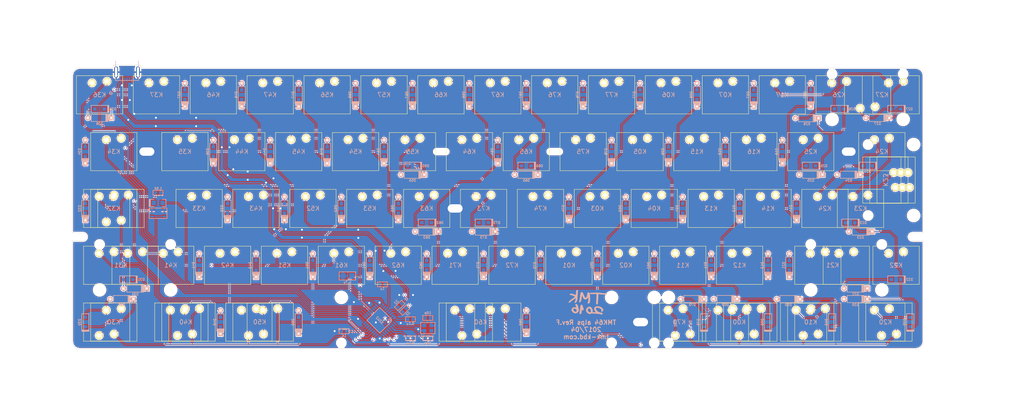
<source format=kicad_pcb>
(kicad_pcb (version 20170123) (host pcbnew no-vcs-found-849b3c2~58~ubuntu16.04.1)
  (title_block (title "TMK64 alps keyboard PCB") (date 2017/04) (rev F) (company "TMK, Tokyo JAPAN") (comment 1 "This supports Apple Extended Keyboard, Omnikey, Dell, KBP V60MTS and Infinity layout."))
  (layers (0 F.Cu signal) (31 B.Cu signal hide) (34 B.Paste user hide) (35 F.Paste user hide) (36 B.SilkS user) (37 F.SilkS user) (38 B.Mask user) (39 F.Mask user) (44 Edge.Cuts user))
  (net 0 "")
  (net 1 +5V)
  (net 2 GND)
  (net 3 "Net-(C2-Pad1)")
  (net 4 "Net-(C3-Pad1)")
  (net 5 "Net-(C4-Pad1)")
  (net 6 "Net-(J1-Pad4)")
  (net 7 "Net-(R3-Pad1)")
  (net 8 "Net-(SW100-Pad1)")
  (net 9 /matrix/row2)
  (net 10 /matrix/row1)
  (net 11 /matrix/row0)
  (net 12 /matrix/row7)
  (net 13 /matrix/col3)
  (net 14 /matrix/col4)
  (net 15 /matrix/col5)
  (net 16 /matrix/col6)
  (net 17 /matrix/col7)
  (net 18 "Net-(U1-Pad22)")
  (net 19 "Net-(U1-Pad23)")
  (net 20 "Net-(U1-Pad26)")
  (net 21 /matrix/row3)
  (net 22 /matrix/row4)
  (net 23 /matrix/row5)
  (net 24 /matrix/row6)
  (net 25 /matrix/col0)
  (net 26 /matrix/col1)
  (net 27 /matrix/col2)
  (net 28 /D-)
  (net 29 /D+)
  (net 30 "Net-(D10-Pad1)")
  (net 31 "Net-(D11-Pad1)")
  (net 32 "Net-(D12-Pad1)")
  (net 33 "Net-(D13-Pad1)")
  (net 34 "Net-(D14-Pad1)")
  (net 35 "Net-(D15-Pad1)")
  (net 36 "Net-(D16-Pad1)")
  (net 37 "Net-(D17-Pad1)")
  (net 38 "Net-(D20-Pad1)")
  (net 39 "Net-(D21-Pad1)")
  (net 40 "Net-(D22-Pad1)")
  (net 41 "Net-(D23-Pad1)")
  (net 42 "Net-(D24-Pad1)")
  (net 43 "Net-(D25-Pad1)")
  (net 44 "Net-(D26-Pad1)")
  (net 45 "Net-(D27-Pad1)")
  (net 46 "Net-(D30-Pad1)")
  (net 47 "Net-(D31-Pad1)")
  (net 48 "Net-(D32-Pad1)")
  (net 49 "Net-(D33-Pad1)")
  (net 50 "Net-(D34-Pad1)")
  (net 51 "Net-(D35-Pad1)")
  (net 52 "Net-(D36-Pad1)")
  (net 53 "Net-(D37-Pad1)")
  (net 54 "Net-(D40-Pad1)")
  (net 55 "Net-(D41-Pad1)")
  (net 56 "Net-(D42-Pad1)")
  (net 57 "Net-(D43-Pad1)")
  (net 58 "Net-(D44-Pad1)")
  (net 59 "Net-(D45-Pad1)")
  (net 60 "Net-(D46-Pad1)")
  (net 61 "Net-(D47-Pad1)")
  (net 62 "Net-(D50-Pad1)")
  (net 63 "Net-(D51-Pad1)")
  (net 64 "Net-(D52-Pad1)")
  (net 65 "Net-(D53-Pad1)")
  (net 66 "Net-(D54-Pad1)")
  (net 67 "Net-(D55-Pad1)")
  (net 68 "Net-(D56-Pad1)")
  (net 69 "Net-(D57-Pad1)")
  (net 70 "Net-(D60-Pad1)")
  (net 71 "Net-(D61-Pad1)")
  (net 72 "Net-(D62-Pad1)")
  (net 73 "Net-(D63-Pad1)")
  (net 74 "Net-(D64-Pad1)")
  (net 75 /D-R)
  (net 76 /D+R)
  (net 77 "Net-(D00-Pad1)")
  (net 78 "Net-(D01-Pad1)")
  (net 79 "Net-(D02-Pad1)")
  (net 80 "Net-(D03-Pad1)")
  (net 81 "Net-(D04-Pad1)")
  (net 82 "Net-(D05-Pad1)")
  (net 83 "Net-(D06-Pad1)")
  (net 84 "Net-(D07-Pad1)")
  (net 85 "Net-(D65-Pad1)")
  (net 86 "Net-(D66-Pad1)")
  (net 87 "Net-(D67-Pad1)")
  (net 88 "Net-(D70-Pad1)")
  (net 89 "Net-(D71-Pad1)")
  (net 90 "Net-(D72-Pad1)")
  (net 91 "Net-(D73-Pad1)")
  (net 92 "Net-(D74-Pad1)")
  (net 93 "Net-(D75-Pad1)")
  (net 94 "Net-(D76-Pad1)")
  (net 95 "Net-(D77-Pad1)")
  (net 96 "Net-(LED1-Pad1)")
  (net 97 "Net-(LED1-Pad2)")
  (module keyboard_parts:ALPS_SKCM (layer F.Cu) (at 176.2125 33.3375)
    (fp_text reference K75 (at 0 0) (layer B.SilkS) (effects (font (size 1.5 1.5) (thickness 0.2)) (justify mirror)))
    (fp_text value KEYSW hide)
    (pad 1 thru_hole circle (at -2.5 -4) (size 2.5 2.5) (drill 1.5) (layers *.Cu *.Mask F.SilkS) (net 15 /matrix/col5))
    (pad 2 thru_hole circle (at 2.5 -4.5) (size 2.5 2.5) (drill 1.5) (layers *.Cu *.Mask F.SilkS) (net 93 "Net-(D75-Pad1)"))
  )
  (module keyboard_parts:ALPS_SKCM (layer F.Cu) (at 254.79375 71.4375)
    (fp_text reference K21_1 hide)
    (fp_text value KEYSW hide)
    (pad 1 thru_hole circle (at -2.5 -4) (size 2.5 2.5) (drill 1.5) (layers *.Cu *.Mask F.SilkS) (net 26 /matrix/col1))
    (pad 2 thru_hole circle (at 2.5 -4.5) (size 2.5 2.5) (drill 1.5) (layers *.Cu *.Mask F.SilkS) (net 39 "Net-(D21-Pad1)"))
  )
  (module keyboard_parts:D_axial (layer B.Cu) (at 244.94 82.76 180)
    (fp_text reference D10 (at 0 -1.925 180) (layer B.SilkS) (effects (font (size 0.8 0.8)) (justify mirror)))
    (fp_text value D hide)
    (pad 1 thru_hole circle (at 3.9 0 180) (size 1.6 1.6) (drill 0.7) (layers *.Cu *.Mask B.SilkS) (net 30 "Net-(D10-Pad1)"))
    (pad 2 thru_hole rect (at -3.9 0 180) (size 1.6 1.6) (drill 0.7) (layers *.Cu *.Mask B.SilkS) (net 10 /matrix/row1))
  )
  (module keyboard_parts:ALPS_SKCM (layer F.Cu) (at 242.8875 14.2875)
    (fp_text reference K17 (at 0 0) (layer B.SilkS) (effects (font (size 1.5 1.5) (thickness 0.2)) (justify mirror)))
    (fp_text value KEYSW hide)
    (pad 1 thru_hole circle (at -2.5 -4) (size 2.5 2.5) (drill 1.5) (layers *.Cu *.Mask F.SilkS) (net 17 /matrix/col7))
    (pad 2 thru_hole circle (at 2.5 -4.5) (size 2.5 2.5) (drill 1.5) (layers *.Cu *.Mask F.SilkS) (net 37 "Net-(D17-Pad1)"))
  )
  (module keyboard_parts:D_axial (layer B.Cu) (at 212.79 82.76 180)
    (fp_text reference D70 (at 0 -1.925 180) (layer B.SilkS) (effects (font (size 0.8 0.8)) (justify mirror)))
    (fp_text value D hide)
    (pad 2 thru_hole rect (at -3.9 0 180) (size 1.6 1.6) (drill 0.7) (layers *.Cu *.Mask B.SilkS) (net 12 /matrix/row7))
    (pad 1 thru_hole circle (at 3.9 0 180) (size 1.6 1.6) (drill 0.7) (layers *.Cu *.Mask B.SilkS) (net 88 "Net-(D70-Pad1)"))
  )
  (module keyboard_parts:ALPS_SKCM_reverse_pad (layer F.Cu) (at 207.16875 90.4875)
    (fp_text reference K70 (at 1.24125 0.0025) (layer B.SilkS) (effects (font (size 1.5 1.5) (thickness 0.2)) (justify mirror)))
    (fp_text value KEYSW hide)
    (pad 2 thru_hole circle (at -2.5 -4) (size 2.5 2.5) (drill 1.5) (layers *.Cu *.Mask F.SilkS) (net 88 "Net-(D70-Pad1)"))
    (pad 1 thru_hole circle (at 2.5 -4.5) (size 2.5 2.5) (drill 1.5) (layers *.Cu *.Mask F.SilkS) (net 25 /matrix/col0))
  )
  (module keyboard_parts:D_SOD123_axial (layer B.Cu) (at 80.9625 90.4875 90)
    (fp_text reference D50 (at 0 -1.925 90) (layer B.SilkS) (effects (font (size 0.8 0.8)) (justify mirror)))
    (fp_text value D hide)
    (pad 1 smd rect (at 1.575 0 90) (size 1.2 1.2) (layers B.Cu B.Paste B.Mask) (net 62 "Net-(D50-Pad1)"))
    (pad 2 smd rect (at -1.575 0 90) (size 1.2 1.2) (layers B.Cu B.Paste B.Mask) (net 23 /matrix/row5))
    (pad 2 thru_hole rect (at -3.9 0 90) (size 1.6 1.6) (drill 0.7) (layers *.Cu *.Mask B.SilkS) (net 23 /matrix/row5))
    (pad 1 thru_hole circle (at 3.9 0 90) (size 1.6 1.6) (drill 0.7) (layers *.Cu *.Mask B.SilkS) (net 62 "Net-(D50-Pad1)"))
    (pad 2 smd rect (at -2.7 0 90) (size 2.5 0.5) (layers B.Cu) (net 23 /matrix/row5))
    (pad 1 smd rect (at 2.7 0 90) (size 2.5 0.5) (layers B.Cu) (net 62 "Net-(D50-Pad1)"))
  )
  (module keyboard_parts:ALPS_SKCM (layer F.Cu) (at 57.15 71.4375)
    (fp_text reference K42 (at 0 0) (layer B.SilkS) (effects (font (size 1.5 1.5) (thickness 0.2)) (justify mirror)))
    (fp_text value KEYSW hide)
    (pad 1 thru_hole circle (at -2.5 -4) (size 2.5 2.5) (drill 1.5) (layers *.Cu *.Mask F.SilkS) (net 27 /matrix/col2))
    (pad 2 thru_hole circle (at 2.5 -4.5) (size 2.5 2.5) (drill 1.5) (layers *.Cu *.Mask F.SilkS) (net 56 "Net-(D42-Pad1)"))
  )
  (module keyboard_parts:ALPS_SKCM (layer F.Cu) (at 269.08125 52.3875)
    (fp_text reference K23 (at 0 0) (layer B.SilkS) (effects (font (size 1.5 1.5) (thickness 0.2)) (justify mirror)))
    (fp_text value KEYSW hide)
    (pad 1 thru_hole circle (at -2.5 -4) (size 2.5 2.5) (drill 1.5) (layers *.Cu *.Mask F.SilkS) (net 13 /matrix/col3))
    (pad 2 thru_hole circle (at 2.5 -4.5) (size 2.5 2.5) (drill 1.5) (layers *.Cu *.Mask F.SilkS) (net 41 "Net-(D23-Pad1)"))
  )
  (module keyboard_parts:D_SOD123_hand (layer B.Cu) (at 265.59 57.16 180)
    (fp_text reference D23 (at -4.47675 0 180) (layer B.SilkS) (effects (font (size 0.8 0.8)) (justify mirror)))
    (fp_text value D hide)
    (pad 2 smd rect (at -1.575 0 180) (size 1.2 1.2) (layers B.Cu B.Paste B.Mask) (net 9 /matrix/row2))
    (pad 1 smd rect (at 1.575 0 180) (size 1.2 1.2) (layers B.Cu B.Paste B.Mask) (net 41 "Net-(D23-Pad1)"))
  )
  (module keyboard_parts:ALPS_SKCM (layer F.Cu) (at 252.4125 33.3375)
    (fp_text reference K25 (at 0 0) (layer B.SilkS) (effects (font (size 1.5 1.5) (thickness 0.2)) (justify mirror)))
    (fp_text value KEYSW hide)
    (pad 1 thru_hole circle (at -2.5 -4) (size 2.5 2.5) (drill 1.5) (layers *.Cu *.Mask F.SilkS) (net 15 /matrix/col5))
    (pad 2 thru_hole circle (at 2.5 -4.5) (size 2.5 2.5) (drill 1.5) (layers *.Cu *.Mask F.SilkS) (net 43 "Net-(D25-Pad1)"))
  )
  (module keyboard_parts:ALPS_SKCM_reverse_pad (layer F.Cu) (at 276.225 33.3375)
    (fp_text reference K24 (at 0 0) (layer B.SilkS) (effects (font (size 1.5 1.5) (thickness 0.2)) (justify mirror)))
    (fp_text value KEYSW hide)
    (pad 2 thru_hole circle (at -2.5 -4) (size 2.5 2.5) (drill 1.5) (layers *.Cu *.Mask F.SilkS) (net 42 "Net-(D24-Pad1)"))
    (pad 1 thru_hole circle (at 2.5 -4.5) (size 2.5 2.5) (drill 1.5) (layers *.Cu *.Mask F.SilkS) (net 14 /matrix/col4))
  )
  (module keyboard_parts:Cherry_MX_Stab_2U (layer F.Cu) (at 278.60625 42.8625 90)
    (fp_text reference Cherry_MX_Stab_2U hide)
    (fp_text value VAL** hide)
    (pad "" np_thru_hole circle (at 11.9 -6.985 90) (size 3.048 3.048) (drill 3.048) (layers *.Cu *.Mask F.SilkS))
    (pad "" np_thru_hole circle (at -11.9 8.255 90) (size 3.9878 3.9878) (drill 3.9878) (layers *.Cu *.Mask F.SilkS))
    (pad "" np_thru_hole circle (at 11.9 8.255 90) (size 3.9878 3.9878) (drill 3.9878) (layers *.Cu *.Mask F.SilkS))
    (pad "" np_thru_hole circle (at -11.9 -6.985 90) (size 3.048 3.048) (drill 3.048) (layers *.Cu *.Mask F.SilkS))
  )
  (module keyboard_parts:Cherry_MX_Stab_2U (layer F.Cu) (at 264.31875 71.4375)
    (fp_text reference Cherry_MX_Stab_2U hide)
    (fp_text value VAL** hide)
    (pad "" np_thru_hole circle (at -11.9 -6.985) (size 3.048 3.048) (drill 3.048) (layers *.Cu *.Mask F.SilkS))
    (pad "" np_thru_hole circle (at 11.9 8.255) (size 3.9878 3.9878) (drill 3.9878) (layers *.Cu *.Mask F.SilkS))
    (pad "" np_thru_hole circle (at -11.9 8.255) (size 3.9878 3.9878) (drill 3.9878) (layers *.Cu *.Mask F.SilkS))
    (pad "" np_thru_hole circle (at 11.9 -6.985) (size 3.048 3.048) (drill 3.048) (layers *.Cu *.Mask F.SilkS))
  )
  (module keyboard_parts:USB_miniB_hirose_5S8 (layer B.Cu) (at 23.4875 9.0875)
    (fp_text reference J1 hide)
    (fp_text value USB_mini_micro_B hide)
    (pad 1 smd rect (at -1.6 0) (size 0.5 1.4) (layers B.Cu B.Paste B.Mask) (net 1 +5V))
    (pad 2 smd rect (at -0.8 0) (size 0.5 1.4) (layers B.Cu B.Paste B.Mask) (net 28 /D-))
    (pad 3 smd rect (at 0 0) (size 0.5 1.4) (layers B.Cu B.Paste B.Mask) (net 29 /D+))
    (pad 4 smd rect (at 0.8 0) (size 0.5 1.4) (layers B.Cu B.Paste B.Mask) (net 6 "Net-(J1-Pad4)"))
    (pad 5 smd rect (at 1.6 0) (size 0.5 1.4) (layers B.Cu B.Paste B.Mask) (net 2 GND))
    (pad 6 thru_hole oval (at -3.65 -2.4) (size 1.3 3.8) (drill oval 0.7 3.2) (layers *.Cu *.Mask B.Paste) (net 2 GND))
    (pad 6 thru_hole oval (at 3.65 -2.4) (size 1.3 3.8) (drill oval 0.7 3.2) (layers *.Cu *.Mask B.Paste) (net 2 GND))
  )
  (module keyboard_parts:FA-238 (layer B.Cu) (at 124.2 92.5)
    (fp_text reference X1 hide)
    (fp_text value CRYSTAL hide)
    (pad 3 smd rect (at -1.1 0.8) (size 1.4 1.2) (drill (offset -0.1 0.05)) (layers B.Cu B.Paste B.Mask) (net 2 GND) (clearance 0.2))
    (pad 2 smd rect (at 1.1 0.8) (size 1.4 1.2) (drill (offset 0.1 0.05)) (layers B.Cu B.Paste B.Mask) (net 4 "Net-(C3-Pad1)") (clearance 0.2))
    (pad 1 smd rect (at -1.1 -0.8) (size 1.4 1.2) (drill (offset -0.1 -0.05)) (layers B.Cu B.Paste B.Mask) (net 5 "Net-(C4-Pad1)") (clearance 0.2))
    (pad 3 smd rect (at 1.1 -0.8) (size 1.4 1.2) (drill (offset 0.1 -0.05)) (layers B.Cu B.Paste B.Mask) (net 2 GND) (clearance 0.2))
  )
  (module keyboard_parts:D_axial (layer B.Cu) (at 21.74 82.76 180)
    (fp_text reference D30 (at 0 -1.925 180) (layer B.SilkS) (effects (font (size 0.8 0.8)) (justify mirror)))
    (fp_text value D hide)
    (pad 2 thru_hole rect (at -3.9 0 180) (size 1.6 1.6) (drill 0.7) (layers *.Cu *.Mask B.SilkS) (net 21 /matrix/row3))
    (pad 1 thru_hole circle (at 3.9 0 180) (size 1.6 1.6) (drill 0.7) (layers *.Cu *.Mask B.SilkS) (net 46 "Net-(D30-Pad1)"))
  )
  (module keyboard_parts:LED_3020_REFLOW (layer B.Cu) (at 33.909 50.546)
    (fp_text reference LED1 hide)
    (fp_text value LED hide)
    (pad 1 smd rect (at -1.475 0) (size 1.45 1.6) (layers B.Cu B.Paste B.Mask) (net 97 "Net-(LED1-Pad2)"))
    (pad 2 smd rect (at 1.475 0) (size 1.45 1.6) (layers B.Cu B.Paste B.Mask) (net 96 "Net-(LED1-Pad1)"))
  )
  (module keyboard_parts:D_SOD123_hand (layer B.Cu) (at 9.525 90.4875 90)
    (fp_text reference D30 (at 0 -1.925 90) (layer B.SilkS) (effects (font (size 0.8 0.8)) (justify mirror)))
    (fp_text value D hide)
    (pad 1 smd rect (at 1.575 0 90) (size 1.2 1.2) (layers B.Cu B.Paste B.Mask) (net 46 "Net-(D30-Pad1)"))
    (pad 2 smd rect (at -1.575 0 90) (size 1.2 1.2) (layers B.Cu B.Paste B.Mask) (net 21 /matrix/row3))
  )
  (module keyboard_parts:D_SOD123_hand (layer B.Cu) (at 23.8125 76.2 180)
    (fp_text reference D31 (at -4.445 0 180) (layer B.SilkS) (effects (font (size 0.8 0.8)) (justify mirror)))
    (fp_text value D hide)
    (pad 1 smd rect (at 1.575 0 180) (size 1.2 1.2) (layers B.Cu B.Paste B.Mask) (net 47 "Net-(D31-Pad1)"))
    (pad 2 smd rect (at -1.575 0 180) (size 1.2 1.2) (layers B.Cu B.Paste B.Mask) (net 21 /matrix/row3))
  )
  (module keyboard_parts:D_SOD123_hand (layer B.Cu) (at 216.69375 90.4875 90)
    (fp_text reference D70 (at 0 -1.925 90) (layer B.SilkS) (effects (font (size 0.8 0.8)) (justify mirror)))
    (fp_text value D hide)
    (pad 1 smd rect (at 1.575 0 90) (size 1.2 1.2) (layers B.Cu B.Paste B.Mask) (net 88 "Net-(D70-Pad1)"))
    (pad 2 smd rect (at -1.575 0 90) (size 1.2 1.2) (layers B.Cu B.Paste B.Mask) (net 12 /matrix/row7))
  )
  (module keyboard_parts:D_SOD123_hand (layer B.Cu) (at 238.125 90.4875 90)
    (fp_text reference D00 (at 0 -1.925 90) (layer B.SilkS) (effects (font (size 0.8 0.8)) (justify mirror)))
    (fp_text value D hide)
    (pad 1 smd rect (at 1.575 0 90) (size 1.2 1.2) (layers B.Cu B.Paste B.Mask) (net 77 "Net-(D00-Pad1)"))
    (pad 2 smd rect (at -1.575 0 90) (size 1.2 1.2) (layers B.Cu B.Paste B.Mask) (net 11 /matrix/row0))
  )
  (module keyboard_parts:D_SOD123_hand (layer B.Cu) (at 259.55625 90.4875 90)
    (fp_text reference D10 (at 0 -1.925 90) (layer B.SilkS) (effects (font (size 0.8 0.8)) (justify mirror)))
    (fp_text value D hide)
    (pad 1 smd rect (at 1.575 0 90) (size 1.2 1.2) (layers B.Cu B.Paste B.Mask) (net 30 "Net-(D10-Pad1)"))
    (pad 2 smd rect (at -1.575 0 90) (size 1.2 1.2) (layers B.Cu B.Paste B.Mask) (net 10 /matrix/row1))
  )
  (module keyboard_parts:D_SOD123_hand (layer B.Cu) (at 285.75 90.4875 90)
    (fp_text reference D20 (at 0 -1.925 90) (layer B.SilkS) (effects (font (size 0.8 0.8)) (justify mirror)))
    (fp_text value D hide)
    (pad 1 smd rect (at 1.575 0 90) (size 1.2 1.2) (layers B.Cu B.Paste B.Mask) (net 38 "Net-(D20-Pad1)"))
    (pad 2 smd rect (at -1.575 0 90) (size 1.2 1.2) (layers B.Cu B.Paste B.Mask) (net 9 /matrix/row2))
  )
  (module keyboard_parts:D_SOD123_hand (layer B.Cu) (at 280.9875 76.2 180)
    (fp_text reference D22 (at -4.5085 0 180) (layer B.SilkS) (effects (font (size 0.8 0.8)) (justify mirror)))
    (fp_text value D hide)
    (pad 1 smd rect (at 1.575 0 180) (size 1.2 1.2) (layers B.Cu B.Paste B.Mask) (net 40 "Net-(D22-Pad1)"))
    (pad 2 smd rect (at -1.575 0 180) (size 1.2 1.2) (layers B.Cu B.Paste B.Mask) (net 9 /matrix/row2))
  )
  (module keyboard_parts:D_SOD123_hand (layer B.Cu) (at 271.4625 38.1 180)
    (fp_text reference D24 (at 0 -1.925 180) (layer B.SilkS) (effects (font (size 0.8 0.8)) (justify mirror)))
    (fp_text value D hide)
    (pad 1 smd rect (at 1.575 0 180) (size 1.2 1.2) (layers B.Cu B.Paste B.Mask) (net 42 "Net-(D24-Pad1)"))
    (pad 2 smd rect (at -1.575 0 180) (size 1.2 1.2) (layers B.Cu B.Paste B.Mask) (net 9 /matrix/row2))
  )
  (module keyboard_parts:D_SOD123_hand (layer B.Cu) (at 252.4125 38.1 180)
    (fp_text reference D25 (at -4.445 0 180) (layer B.SilkS) (effects (font (size 0.8 0.8)) (justify mirror)))
    (fp_text value D hide)
    (pad 1 smd rect (at 1.575 0 180) (size 1.2 1.2) (layers B.Cu B.Paste B.Mask) (net 43 "Net-(D25-Pad1)"))
    (pad 2 smd rect (at -1.575 0 180) (size 1.2 1.2) (layers B.Cu B.Paste B.Mask) (net 9 /matrix/row2))
  )
  (module keyboard_parts:D_SOD123_hand (layer B.Cu) (at 280.9875 19.05 180)
    (fp_text reference D27 (at -4.445 0 180) (layer B.SilkS) (effects (font (size 0.8 0.8)) (justify mirror)))
    (fp_text value D hide)
    (pad 1 smd rect (at 1.575 0 180) (size 1.2 1.2) (layers B.Cu B.Paste B.Mask) (net 45 "Net-(D27-Pad1)"))
    (pad 2 smd rect (at -1.575 0 180) (size 1.2 1.2) (layers B.Cu B.Paste B.Mask) (net 9 /matrix/row2))
  )
  (module keyboard_parts:D_SOD123_hand (layer B.Cu) (at 261.9375 19.05 180)
    (fp_text reference D26 (at -4.3815 0 180) (layer B.SilkS) (effects (font (size 0.8 0.8)) (justify mirror)))
    (fp_text value D hide)
    (pad 1 smd rect (at 1.575 0 180) (size 1.2 1.2) (layers B.Cu B.Paste B.Mask) (net 44 "Net-(D26-Pad1)"))
    (pad 2 smd rect (at -1.575 0 180) (size 1.2 1.2) (layers B.Cu B.Paste B.Mask) (net 9 /matrix/row2))
  )
  (module keyboard_parts:D_SOD123_hand (layer B.Cu) (at 157.1625 38.1 180)
    (fp_text reference D65 (at -4.445 0 180) (layer B.SilkS) (effects (font (size 0.8 0.8)) (justify mirror)))
    (fp_text value D hide)
    (pad 1 smd rect (at 1.575 0 180) (size 1.2 1.2) (layers B.Cu B.Paste B.Mask) (net 85 "Net-(D65-Pad1)"))
    (pad 2 smd rect (at -1.575 0 180) (size 1.2 1.2) (layers B.Cu B.Paste B.Mask) (net 24 /matrix/row6))
  )
  (module keyboard_parts:D_SOD123_hand (layer B.Cu) (at 119.0625 38.1 180)
    (fp_text reference D55 (at -4.445 0 180) (layer B.SilkS) (effects (font (size 0.8 0.8)) (justify mirror)))
    (fp_text value D hide)
    (pad 1 smd rect (at 1.575 0 180) (size 1.2 1.2) (layers B.Cu B.Paste B.Mask) (net 67 "Net-(D55-Pad1)"))
    (pad 2 smd rect (at -1.575 0 180) (size 1.2 1.2) (layers B.Cu B.Paste B.Mask) (net 23 /matrix/row5))
  )
  (module keyboard_parts:D_SOD123_hand (layer B.Cu) (at 123.825 57.15 180)
    (fp_text reference D63 (at -4.445 0 180) (layer B.SilkS) (effects (font (size 0.8 0.8)) (justify mirror)))
    (fp_text value D hide)
    (pad 1 smd rect (at 1.575 0 180) (size 1.2 1.2) (layers B.Cu B.Paste B.Mask) (net 73 "Net-(D63-Pad1)"))
    (pad 2 smd rect (at -1.575 0 180) (size 1.2 1.2) (layers B.Cu B.Paste B.Mask) (net 24 /matrix/row6))
  )
  (module keyboard_parts:D_SOD123_hand (layer B.Cu) (at 142.875 57.15 180)
    (fp_text reference D73 (at -4.445 0 180) (layer B.SilkS) (effects (font (size 0.8 0.8)) (justify mirror)))
    (fp_text value D hide)
    (pad 1 smd rect (at 1.575 0 180) (size 1.2 1.2) (layers B.Cu B.Paste B.Mask) (net 91 "Net-(D73-Pad1)"))
    (pad 2 smd rect (at -1.575 0 180) (size 1.2 1.2) (layers B.Cu B.Paste B.Mask) (net 12 /matrix/row7))
  )
  (module keyboard_parts:D_SOD123_hand (layer B.Cu) (at 14.2875 19.05 180)
    (fp_text reference D36 (at -4.5085 0 180) (layer B.SilkS) (effects (font (size 0.8 0.8)) (justify mirror)))
    (fp_text value D hide)
    (pad 1 smd rect (at 1.575 0 180) (size 1.2 1.2) (layers B.Cu B.Paste B.Mask) (net 52 "Net-(D36-Pad1)"))
    (pad 2 smd rect (at -1.575 0 180) (size 1.2 1.2) (layers B.Cu B.Paste B.Mask) (net 21 /matrix/row3))
  )
  (module keyboard_parts:C_3216 (layer B.Cu) (at 97.29 75.01 180)
    (fp_text reference C1 hide)
    (fp_text value 4.7u (at 0 -2.1 180) (layer B.SilkS) (effects (font (size 0.8 0.8)) (justify mirror)))
    (pad 1 smd rect (at -1.5 0 180) (size 1.8 2) (layers B.Cu B.Paste B.Mask) (net 1 +5V))
    (pad 2 smd rect (at 1.5 0 180) (size 1.8 2) (layers B.Cu B.Paste B.Mask) (net 2 GND))
  )
  (module keyboard_parts:Poker_side_edge_long (layer F.Cu) (at 4.7625 61.9125)
    (fp_text reference Poker_side_edge_long hide)
    (fp_text value VAL** hide)
  )
  (module keyboard_parts:Poker_oval_hole (layer F.Cu) (at 195.4375 90.4875)
    (fp_text reference Poker_oval_hole hide)
    (fp_text value VAL** hide)
    (pad "" thru_hole circle (at 0 0) (size 6.5 6.5) (drill oval 5 2.8) (layers *.Cu *.Mask) (net 2 GND))
  )
  (module keyboard_parts:Poker_side_edge_long (layer F.Cu) (at 290.1375 61.8875)
    (fp_text reference Poker_side_edge_long hide)
    (fp_text value VAL** hide)
  )
  (module keyboard_parts:Poker_oval_hole (layer F.Cu) (at 133.35 52.3875)
    (fp_text reference Poker_oval_hole hide)
    (fp_text value VAL** hide)
    (pad "" thru_hole circle (at 0 0) (size 6.5 6.5) (drill oval 5 2.8) (layers *.Cu *.Mask) (net 2 GND))
  )
  (module keyboard_parts:C_1608 (layer B.Cu) (at 108.9875 77.8375 180)
    (fp_text reference C2 hide)
    (fp_text value 1u (at 0 -1.45 180) (layer B.SilkS) (effects (font (size 0.8 0.8)) (justify mirror)))
    (pad 2 smd rect (at 0.85 0 180) (size 1.1 1.1) (layers B.Cu B.Paste B.Mask) (net 2 GND) (clearance 0.1))
    (pad 1 smd rect (at -0.85 0 180) (size 1.1 1.1) (layers B.Cu B.Paste B.Mask) (net 3 "Net-(C2-Pad1)") (clearance 0.1))
  )
  (module keyboard_parts:C_1608 (layer B.Cu) (at 124.2 95.9)
    (fp_text reference C3 hide)
    (fp_text value 10p (at 0 1.6) (layer B.SilkS) (effects (font (size 0.8 0.8)) (justify mirror)))
    (pad 2 smd rect (at 0.85 0) (size 1.1 1.1) (layers B.Cu B.Paste B.Mask) (net 2 GND) (clearance 0.1))
    (pad 1 smd rect (at -0.85 0) (size 1.1 1.1) (layers B.Cu B.Paste B.Mask) (net 4 "Net-(C3-Pad1)") (clearance 0.1))
  )
  (module keyboard_parts:C_1608 (layer B.Cu) (at 124.2 89.1)
    (fp_text reference C4 hide)
    (fp_text value 10p (at 0 -1.7) (layer B.SilkS) (effects (font (size 0.8 0.8)) (justify mirror)))
    (pad 2 smd rect (at 0.85 0) (size 1.1 1.1) (layers B.Cu B.Paste B.Mask) (net 2 GND) (clearance 0.1))
    (pad 1 smd rect (at -0.85 0) (size 1.1 1.1) (layers B.Cu B.Paste B.Mask) (net 5 "Net-(C4-Pad1)") (clearance 0.1))
  )
  (module keyboard_parts:C_1608 (layer B.Cu) (at 118.4 95.9)
    (fp_text reference C5 hide)
    (fp_text value 0.1u (at 0 1.484924) (layer B.SilkS) (effects (font (size 0.8 0.8)) (justify mirror)))
    (pad 2 smd rect (at 0.85 0) (size 1.1 1.1) (layers B.Cu B.Paste B.Mask) (net 2 GND) (clearance 0.1))
    (pad 1 smd rect (at -0.85 0) (size 1.1 1.1) (layers B.Cu B.Paste B.Mask) (net 1 +5V) (clearance 0.1))
  )
  (module keyboard_parts:C_1608 (layer B.Cu) (at 118.39 89.53)
    (fp_text reference C6 hide)
    (fp_text value 0.1u (at -0.025 1.475) (layer B.SilkS) (effects (font (size 0.8 0.8)) (justify mirror)))
    (pad 2 smd rect (at 0.85 0) (size 1.1 1.1) (layers B.Cu B.Paste B.Mask) (net 2 GND) (clearance 0.1))
    (pad 1 smd rect (at -0.85 0) (size 1.1 1.1) (layers B.Cu B.Paste B.Mask) (net 1 +5V) (clearance 0.1))
  )
  (module keyboard_parts:R_1608 (layer B.Cu) (at 116.3775 86.49 225)
    (fp_text reference R1 hide)
    (fp_text value 22 (at 0 -1.65 225) (layer B.SilkS) (effects (font (size 0.8 0.8)) (justify mirror)))
    (pad 2 smd rect (at 0.85 0 225) (size 1.1 1.1) (layers B.Cu B.Paste B.Mask) (net 75 /D-R) (clearance 0.1))
    (pad 1 smd rect (at -0.85 0 225) (size 1.1 1.1) (layers B.Cu B.Paste B.Mask) (net 28 /D-) (clearance 0.1))
  )
  (module keyboard_parts:R_1608 (layer B.Cu) (at 114.8175 84.9 225)
    (fp_text reference R2 hide)
    (fp_text value 22 (at -0.001768 1.553867 225) (layer B.SilkS) (effects (font (size 0.8 0.8)) (justify mirror)))
    (pad 2 smd rect (at 0.85 0 225) (size 1.1 1.1) (layers B.Cu B.Paste B.Mask) (net 76 /D+R) (clearance 0.1))
    (pad 1 smd rect (at -0.85 0 225) (size 1.1 1.1) (layers B.Cu B.Paste B.Mask) (net 29 /D+) (clearance 0.1))
  )
  (module keyboard_parts:R_1608 (layer B.Cu) (at 96.14 93.51 180)
    (fp_text reference R3 hide)
    (fp_text value 1K (at 0.0125 -1.575 180) (layer B.SilkS) (effects (font (size 0.8 0.8)) (justify mirror)))
    (pad 2 smd rect (at 0.85 0 180) (size 1.1 1.1) (layers B.Cu B.Paste B.Mask) (net 2 GND) (clearance 0.1))
    (pad 1 smd rect (at -0.85 0 180) (size 1.1 1.1) (layers B.Cu B.Paste B.Mask) (net 7 "Net-(R3-Pad1)") (clearance 0.1))
  )
  (module keyboard_parts:SW_ALPS_SKRP (layer B.Cu) (at 33.8875 54)
    (fp_text reference SW100 hide)
    (fp_text value SW_PUSH hide)
    (pad 2 smd rect (at 2.1 -1.1) (size 1.1 0.7) (layers B.Cu B.Paste B.Mask) (net 2 GND))
    (pad 2 smd rect (at -2.1 -1.1) (size 1.1 0.7) (layers B.Cu B.Paste B.Mask) (net 2 GND))
    (pad 1 smd rect (at -2.1 1.1) (size 1.1 0.7) (layers B.Cu B.Paste B.Mask) (net 8 "Net-(SW100-Pad1)"))
    (pad 1 smd rect (at 2.1 1.1) (size 1.1 0.7) (layers B.Cu B.Paste B.Mask) (net 8 "Net-(SW100-Pad1)"))
  )
  (module keyboard_parts:Poker_oval_hole (layer F.Cu) (at 265.1235 33.3375)
    (fp_text reference Poker_oval_hole hide)
    (fp_text value VAL** hide)
    (pad "" thru_hole circle (at 0 0) (size 6.1 6.1) (drill oval 4.6 2.8) (layers *.Cu *.Mask) (net 2 GND))
  )
  (module keyboard_parts:Poker_oval_hole (layer F.Cu) (at 30.1375 33.3375)
    (fp_text reference Poker_oval_hole hide)
    (fp_text value VAL** hide)
    (pad "" thru_hole circle (at 0 0) (size 6.5 6.5) (drill oval 5 2.8) (layers *.Cu *.Mask) (net 2 GND))
  )
  (module keyboard_parts:QFP32_reflow (layer B.Cu) (at 108.0875 89.8875 135)
    (fp_text reference U1 hide)
    (fp_text value 32U2 (at 0.003536 -0.007071 135) (layer B.SilkS) (effects (font (size 0.8 0.8)) (justify mirror)))
    (pad 1 smd rect (at -4.199999 2.8 135) (size 1.5 0.55) (layers B.Cu B.Paste B.Mask) (net 5 "Net-(C4-Pad1)") (clearance 0.15))
    (pad 2 smd rect (at -4.2 2 135) (size 1.5 0.55) (layers B.Cu B.Paste B.Mask) (net 4 "Net-(C3-Pad1)") (clearance 0.15))
    (pad 3 smd rect (at -4.2 1.200001 135) (size 1.5 0.55) (layers B.Cu B.Paste B.Mask) (net 2 GND) (clearance 0.15))
    (pad 4 smd rect (at -4.2 0.4 135) (size 1.5 0.55) (layers B.Cu B.Paste B.Mask) (net 1 +5V) (clearance 0.15))
    (pad 5 smd rect (at -4.2 -0.4 135) (size 1.5 0.55) (layers B.Cu B.Paste B.Mask) (net 12 /matrix/row7) (clearance 0.15))
    (pad 6 smd rect (at -4.2 -1.200001 135) (size 1.5 0.55) (layers B.Cu B.Paste B.Mask) (net 11 /matrix/row0) (clearance 0.15))
    (pad 7 smd rect (at -4.2 -2 135) (size 1.5 0.55) (layers B.Cu B.Paste B.Mask) (net 10 /matrix/row1) (clearance 0.15))
    (pad 8 smd rect (at -4.199999 -2.8 135) (size 1.5 0.55) (layers B.Cu B.Paste B.Mask) (net 9 /matrix/row2) (clearance 0.15))
    (pad 9 smd rect (at -2.8 -4.199999 135) (size 0.55 1.5) (layers B.Cu B.Paste B.Mask) (net 21 /matrix/row3) (clearance 0.15))
    (pad 10 smd rect (at -2 -4.2 135) (size 0.55 1.5) (layers B.Cu B.Paste B.Mask) (net 22 /matrix/row4) (clearance 0.15))
    (pad 11 smd rect (at -1.200001 -4.2 135) (size 0.55 1.5) (layers B.Cu B.Paste B.Mask) (net 23 /matrix/row5) (clearance 0.15))
    (pad 12 smd rect (at -0.4 -4.2 135) (size 0.55 1.5) (layers B.Cu B.Paste B.Mask) (net 24 /matrix/row6) (clearance 0.15))
    (pad 13 smd rect (at 0.4 -4.2 135) (size 0.55 1.5) (layers B.Cu B.Paste B.Mask) (net 7 "Net-(R3-Pad1)") (clearance 0.15))
    (pad 14 smd rect (at 1.200001 -4.2 135) (size 0.55 1.5) (layers B.Cu B.Paste B.Mask) (net 25 /matrix/col0) (clearance 0.15))
    (pad 15 smd rect (at 2 -4.2 135) (size 0.55 1.5) (layers B.Cu B.Paste B.Mask) (net 26 /matrix/col1) (clearance 0.15))
    (pad 16 smd rect (at 2.8 -4.199999 135) (size 0.55 1.5) (layers B.Cu B.Paste B.Mask) (net 27 /matrix/col2) (clearance 0.15))
    (pad 17 smd rect (at 4.199999 -2.8 135) (size 1.5 0.55) (layers B.Cu B.Paste B.Mask) (net 13 /matrix/col3) (clearance 0.15))
    (pad 18 smd rect (at 4.2 -2 135) (size 1.5 0.55) (layers B.Cu B.Paste B.Mask) (net 14 /matrix/col4) (clearance 0.15))
    (pad 19 smd rect (at 4.2 -1.200001 135) (size 1.5 0.55) (layers B.Cu B.Paste B.Mask) (net 15 /matrix/col5) (clearance 0.15))
    (pad 20 smd rect (at 4.2 -0.4 135) (size 1.5 0.55) (layers B.Cu B.Paste B.Mask) (net 16 /matrix/col6) (clearance 0.15))
    (pad 21 smd rect (at 4.2 0.4 135) (size 1.5 0.55) (layers B.Cu B.Paste B.Mask) (net 17 /matrix/col7) (clearance 0.15))
    (pad 22 smd rect (at 4.2 1.200001 135) (size 1.5 0.55) (layers B.Cu B.Paste B.Mask) (net 18 "Net-(U1-Pad22)") (clearance 0.15))
    (pad 23 smd rect (at 4.2 2 135) (size 1.5 0.55) (layers B.Cu B.Paste B.Mask) (net 19 "Net-(U1-Pad23)") (clearance 0.15))
    (pad 24 smd rect (at 4.199999 2.8 135) (size 1.5 0.55) (layers B.Cu B.Paste B.Mask) (net 8 "Net-(SW100-Pad1)") (clearance 0.15))
    (pad 25 smd rect (at 2.8 4.199999 135) (size 0.55 1.5) (layers B.Cu B.Paste B.Mask) (net 96 "Net-(LED1-Pad1)") (clearance 0.15))
    (pad 26 smd rect (at 2 4.2 135) (size 0.55 1.5) (layers B.Cu B.Paste B.Mask) (net 20 "Net-(U1-Pad26)") (clearance 0.15))
    (pad 27 smd rect (at 1.200001 4.2 135) (size 0.55 1.5) (layers B.Cu B.Paste B.Mask) (net 3 "Net-(C2-Pad1)") (clearance 0.15))
    (pad 28 smd rect (at 0.4 4.2 135) (size 0.55 1.5) (layers B.Cu B.Paste B.Mask) (net 2 GND) (clearance 0.15))
    (pad 29 smd rect (at -0.4 4.2 135) (size 0.55 1.5) (layers B.Cu B.Paste B.Mask) (net 76 /D+R) (clearance 0.15))
    (pad 30 smd rect (at -1.200001 4.2 135) (size 0.55 1.5) (layers B.Cu B.Paste B.Mask) (net 75 /D-R) (clearance 0.15))
    (pad 31 smd rect (at -2 4.2 135) (size 0.55 1.5) (layers B.Cu B.Paste B.Mask) (net 1 +5V) (clearance 0.15))
    (pad 32 smd rect (at -2.8 4.199999 135) (size 0.55 1.5) (layers B.Cu B.Paste B.Mask) (net 1 +5V) (clearance 0.15))
  )
  (module keyboard_parts:R_1608 (layer B.Cu) (at 33.8675 47.15)
    (fp_text reference R4 hide)
    (fp_text value 1.5K (at 0.01 -1.46) (layer B.SilkS) (effects (font (size 0.8 0.8)) (justify mirror)))
    (pad 2 smd rect (at 0.85 0) (size 1.1 1.1) (layers B.Cu B.Paste B.Mask) (net 2 GND) (clearance 0.1))
    (pad 1 smd rect (at -0.85 0) (size 1.1 1.1) (layers B.Cu B.Paste B.Mask) (net 97 "Net-(LED1-Pad2)") (clearance 0.1))
  )
  (module keyboard_parts:D_axial (layer B.Cu) (at 26.1875 79.2375 180)
    (fp_text reference D31 (at 0 -1.925 180) (layer B.SilkS) (effects (font (size 0.8 0.8)) (justify mirror)))
    (fp_text value D hide)
    (pad 2 thru_hole rect (at -3.9 0 180) (size 1.6 1.6) (drill 0.7) (layers *.Cu *.Mask B.SilkS) (net 21 /matrix/row3))
    (pad 1 thru_hole circle (at 3.9 0 180) (size 1.6 1.6) (drill 0.7) (layers *.Cu *.Mask B.SilkS) (net 47 "Net-(D31-Pad1)"))
  )
  (module keyboard_parts:D_axial (layer B.Cu) (at 223.8375 82.7375 180)
    (fp_text reference D00 (at 0 -1.925 180) (layer B.SilkS) (effects (font (size 0.8 0.8)) (justify mirror)))
    (fp_text value D hide)
    (pad 2 thru_hole rect (at -3.9 0 180) (size 1.6 1.6) (drill 0.7) (layers *.Cu *.Mask B.SilkS) (net 11 /matrix/row0))
    (pad 1 thru_hole circle (at 3.9 0 180) (size 1.6 1.6) (drill 0.7) (layers *.Cu *.Mask B.SilkS) (net 77 "Net-(D00-Pad1)"))
  )
  (module keyboard_parts:D_axial (layer B.Cu) (at 267.44 82.76 180)
    (fp_text reference D20 (at 0 -1.925 180) (layer B.SilkS) (effects (font (size 0.8 0.8)) (justify mirror)))
    (fp_text value D hide)
    (pad 2 thru_hole rect (at -3.9 0 180) (size 1.6 1.6) (drill 0.7) (layers *.Cu *.Mask B.SilkS) (net 9 /matrix/row2))
    (pad 1 thru_hole circle (at 3.9 0 180) (size 1.6 1.6) (drill 0.7) (layers *.Cu *.Mask B.SilkS) (net 38 "Net-(D20-Pad1)"))
  )
  (module keyboard_parts:D_axial (layer B.Cu) (at 267.44 79.21 180)
    (fp_text reference D22 (at 0 -1.925 180) (layer B.SilkS) (effects (font (size 0.8 0.8)) (justify mirror)))
    (fp_text value D hide)
    (pad 2 thru_hole rect (at -3.9 0 180) (size 1.6 1.6) (drill 0.7) (layers *.Cu *.Mask B.SilkS) (net 9 /matrix/row2))
    (pad 1 thru_hole circle (at 3.9 0 180) (size 1.6 1.6) (drill 0.7) (layers *.Cu *.Mask B.SilkS) (net 40 "Net-(D22-Pad1)"))
  )
  (module keyboard_parts:D_axial (layer B.Cu) (at 269.0875 60.1375 180)
    (fp_text reference D23 (at 0 -1.925 180) (layer B.SilkS) (effects (font (size 0.8 0.8)) (justify mirror)))
    (fp_text value D hide)
    (pad 2 thru_hole rect (at -3.9 0 180) (size 1.6 1.6) (drill 0.7) (layers *.Cu *.Mask B.SilkS) (net 9 /matrix/row2))
    (pad 1 thru_hole circle (at 3.9 0 180) (size 1.6 1.6) (drill 0.7) (layers *.Cu *.Mask B.SilkS) (net 41 "Net-(D23-Pad1)"))
  )
  (module keyboard_parts:D_axial (layer B.Cu) (at 142.875 60.1375 180)
    (fp_text reference D73 (at 0 -1.925 180) (layer B.SilkS) (effects (font (size 0.8 0.8)) (justify mirror)))
    (fp_text value D hide)
    (pad 2 thru_hole rect (at -3.9 0 180) (size 1.6 1.6) (drill 0.7) (layers *.Cu *.Mask B.SilkS) (net 12 /matrix/row7))
    (pad 1 thru_hole circle (at 3.9 0 180) (size 1.6 1.6) (drill 0.7) (layers *.Cu *.Mask B.SilkS) (net 91 "Net-(D73-Pad1)"))
  )
  (module keyboard_parts:D_axial (layer B.Cu) (at 123.8375 60.1375 180)
    (fp_text reference D63 (at 0 -1.925 180) (layer B.SilkS) (effects (font (size 0.8 0.8)) (justify mirror)))
    (fp_text value D hide)
    (pad 2 thru_hole rect (at -3.9 0 180) (size 1.6 1.6) (drill 0.7) (layers *.Cu *.Mask B.SilkS) (net 24 /matrix/row6))
    (pad 1 thru_hole circle (at 3.9 0 180) (size 1.6 1.6) (drill 0.7) (layers *.Cu *.Mask B.SilkS) (net 73 "Net-(D63-Pad1)"))
  )
  (module keyboard_parts:D_axial (layer B.Cu) (at 119.0875 41.0875 180)
    (fp_text reference D55 (at 0 -1.925 180) (layer B.SilkS) (effects (font (size 0.8 0.8)) (justify mirror)))
    (fp_text value D hide)
    (pad 2 thru_hole rect (at -3.9 0 180) (size 1.6 1.6) (drill 0.7) (layers *.Cu *.Mask B.SilkS) (net 23 /matrix/row5))
    (pad 1 thru_hole circle (at 3.9 0 180) (size 1.6 1.6) (drill 0.7) (layers *.Cu *.Mask B.SilkS) (net 67 "Net-(D55-Pad1)"))
  )
  (module keyboard_parts:D_axial (layer B.Cu) (at 157.1875 41.0875 180)
    (fp_text reference D65 (at 0 -1.925 180) (layer B.SilkS) (effects (font (size 0.8 0.8)) (justify mirror)))
    (fp_text value D hide)
    (pad 2 thru_hole rect (at -3.9 0 180) (size 1.6 1.6) (drill 0.7) (layers *.Cu *.Mask B.SilkS) (net 24 /matrix/row6))
    (pad 1 thru_hole circle (at 3.9 0 180) (size 1.6 1.6) (drill 0.7) (layers *.Cu *.Mask B.SilkS) (net 85 "Net-(D65-Pad1)"))
  )
  (module keyboard_parts:D_axial (layer B.Cu) (at 252.4375 41.0875 180)
    (fp_text reference D25 (at 0 -1.925 180) (layer B.SilkS) (effects (font (size 0.8 0.8)) (justify mirror)))
    (fp_text value D hide)
    (pad 2 thru_hole rect (at -3.9 0 180) (size 1.6 1.6) (drill 0.7) (layers *.Cu *.Mask B.SilkS) (net 9 /matrix/row2))
    (pad 1 thru_hole circle (at 3.9 0 180) (size 1.6 1.6) (drill 0.7) (layers *.Cu *.Mask B.SilkS) (net 43 "Net-(D25-Pad1)"))
  )
  (module keyboard_parts:D_axial (layer B.Cu) (at 265.1375 41.0875 180)
    (fp_text reference D24 (at 0 -1.925 180) (layer B.SilkS) (effects (font (size 0.8 0.8)) (justify mirror)))
    (fp_text value D hide)
    (pad 2 thru_hole rect (at -3.9 0 180) (size 1.6 1.6) (drill 0.7) (layers *.Cu *.Mask B.SilkS) (net 9 /matrix/row2))
    (pad 1 thru_hole circle (at 3.9 0 180) (size 1.6 1.6) (drill 0.7) (layers *.Cu *.Mask B.SilkS) (net 42 "Net-(D24-Pad1)"))
  )
  (module keyboard_parts:D_axial (layer B.Cu) (at 274.79 22.06 180)
    (fp_text reference D27 (at 0 -1.925 180) (layer B.SilkS) (effects (font (size 0.8 0.8)) (justify mirror)))
    (fp_text value D hide)
    (pad 2 thru_hole rect (at -3.9 0 180) (size 1.6 1.6) (drill 0.7) (layers *.Cu *.Mask B.SilkS) (net 9 /matrix/row2))
    (pad 1 thru_hole circle (at 3.9 0 180) (size 1.6 1.6) (drill 0.7) (layers *.Cu *.Mask B.SilkS) (net 45 "Net-(D27-Pad1)"))
  )
  (module keyboard_parts:D_axial (layer B.Cu) (at 251.14 22.11 180)
    (fp_text reference D26 (at 0 -1.925 180) (layer B.SilkS) (effects (font (size 0.8 0.8)) (justify mirror)))
    (fp_text value D hide)
    (pad 2 thru_hole rect (at -3.9 0 180) (size 1.6 1.6) (drill 0.7) (layers *.Cu *.Mask B.SilkS) (net 9 /matrix/row2))
    (pad 1 thru_hole circle (at 3.9 0 180) (size 1.6 1.6) (drill 0.7) (layers *.Cu *.Mask B.SilkS) (net 44 "Net-(D26-Pad1)"))
  )
  (module keyboard_parts:D_axial (layer B.Cu) (at 14.2875 22.0375 180)
    (fp_text reference D36 (at 0 -1.925 180) (layer B.SilkS) (effects (font (size 0.8 0.8)) (justify mirror)))
    (fp_text value D hide)
    (pad 2 thru_hole rect (at -3.9 0 180) (size 1.6 1.6) (drill 0.7) (layers *.Cu *.Mask B.SilkS) (net 21 /matrix/row3))
    (pad 1 thru_hole circle (at 3.9 0 180) (size 1.6 1.6) (drill 0.7) (layers *.Cu *.Mask B.SilkS) (net 52 "Net-(D36-Pad1)"))
  )
  (module keyboard_parts:D_SOD123_axial (layer B.Cu) (at 219.075 71.4375 90)
    (fp_text reference D11 (at 0 -1.925 90) (layer B.SilkS) (effects (font (size 0.8 0.8)) (justify mirror)))
    (fp_text value D hide)
    (pad 1 smd rect (at 1.575 0 90) (size 1.2 1.2) (layers B.Cu B.Paste B.Mask) (net 31 "Net-(D11-Pad1)"))
    (pad 2 smd rect (at -1.575 0 90) (size 1.2 1.2) (layers B.Cu B.Paste B.Mask) (net 10 /matrix/row1))
    (pad 2 thru_hole rect (at -3.9 0 90) (size 1.6 1.6) (drill 0.7) (layers *.Cu *.Mask B.SilkS) (net 10 /matrix/row1))
    (pad 1 thru_hole circle (at 3.9 0 90) (size 1.6 1.6) (drill 0.7) (layers *.Cu *.Mask B.SilkS) (net 31 "Net-(D11-Pad1)"))
    (pad 2 smd rect (at -2.7 0 90) (size 2.5 0.5) (layers B.Cu) (net 10 /matrix/row1))
    (pad 1 smd rect (at 2.7 0 90) (size 2.5 0.5) (layers B.Cu) (net 31 "Net-(D11-Pad1)"))
  )
  (module keyboard_parts:D_SOD123_axial (layer B.Cu) (at 238.125 71.4375 90)
    (fp_text reference D12 (at 0 -1.925 90) (layer B.SilkS) (effects (font (size 0.8 0.8)) (justify mirror)))
    (fp_text value D hide)
    (pad 1 smd rect (at 1.575 0 90) (size 1.2 1.2) (layers B.Cu B.Paste B.Mask) (net 32 "Net-(D12-Pad1)"))
    (pad 2 smd rect (at -1.575 0 90) (size 1.2 1.2) (layers B.Cu B.Paste B.Mask) (net 10 /matrix/row1))
    (pad 2 thru_hole rect (at -3.9 0 90) (size 1.6 1.6) (drill 0.7) (layers *.Cu *.Mask B.SilkS) (net 10 /matrix/row1))
    (pad 1 thru_hole circle (at 3.9 0 90) (size 1.6 1.6) (drill 0.7) (layers *.Cu *.Mask B.SilkS) (net 32 "Net-(D12-Pad1)"))
    (pad 2 smd rect (at -2.7 0 90) (size 2.5 0.5) (layers B.Cu) (net 10 /matrix/row1))
    (pad 1 smd rect (at 2.7 0 90) (size 2.5 0.5) (layers B.Cu) (net 32 "Net-(D12-Pad1)"))
  )
  (module keyboard_parts:D_SOD123_axial (layer B.Cu) (at 228.6 52.3875 90)
    (fp_text reference D13 (at 0 -1.925 90) (layer B.SilkS) (effects (font (size 0.8 0.8)) (justify mirror)))
    (fp_text value D hide)
    (pad 1 smd rect (at 1.575 0 90) (size 1.2 1.2) (layers B.Cu B.Paste B.Mask) (net 33 "Net-(D13-Pad1)"))
    (pad 2 smd rect (at -1.575 0 90) (size 1.2 1.2) (layers B.Cu B.Paste B.Mask) (net 10 /matrix/row1))
    (pad 2 thru_hole rect (at -3.9 0 90) (size 1.6 1.6) (drill 0.7) (layers *.Cu *.Mask B.SilkS) (net 10 /matrix/row1))
    (pad 1 thru_hole circle (at 3.9 0 90) (size 1.6 1.6) (drill 0.7) (layers *.Cu *.Mask B.SilkS) (net 33 "Net-(D13-Pad1)"))
    (pad 2 smd rect (at -2.7 0 90) (size 2.5 0.5) (layers B.Cu) (net 10 /matrix/row1))
    (pad 1 smd rect (at 2.7 0 90) (size 2.5 0.5) (layers B.Cu) (net 33 "Net-(D13-Pad1)"))
  )
  (module keyboard_parts:D_SOD123_axial (layer B.Cu) (at 247.65 52.3875 90)
    (fp_text reference D14 (at 0 -1.925 90) (layer B.SilkS) (effects (font (size 0.8 0.8)) (justify mirror)))
    (fp_text value D hide)
    (pad 1 smd rect (at 1.575 0 90) (size 1.2 1.2) (layers B.Cu B.Paste B.Mask) (net 34 "Net-(D14-Pad1)"))
    (pad 2 smd rect (at -1.575 0 90) (size 1.2 1.2) (layers B.Cu B.Paste B.Mask) (net 10 /matrix/row1))
    (pad 2 thru_hole rect (at -3.9 0 90) (size 1.6 1.6) (drill 0.7) (layers *.Cu *.Mask B.SilkS) (net 10 /matrix/row1))
    (pad 1 thru_hole circle (at 3.9 0 90) (size 1.6 1.6) (drill 0.7) (layers *.Cu *.Mask B.SilkS) (net 34 "Net-(D14-Pad1)"))
    (pad 2 smd rect (at -2.7 0 90) (size 2.5 0.5) (layers B.Cu) (net 10 /matrix/row1))
    (pad 1 smd rect (at 2.7 0 90) (size 2.5 0.5) (layers B.Cu) (net 34 "Net-(D14-Pad1)"))
  )
  (module keyboard_parts:D_SOD123_axial (layer B.Cu) (at 223.8375 33.3375 90)
    (fp_text reference D15 (at 0 -1.925 90) (layer B.SilkS) (effects (font (size 0.8 0.8)) (justify mirror)))
    (fp_text value D hide)
    (pad 1 smd rect (at 1.575 0 90) (size 1.2 1.2) (layers B.Cu B.Paste B.Mask) (net 35 "Net-(D15-Pad1)"))
    (pad 2 smd rect (at -1.575 0 90) (size 1.2 1.2) (layers B.Cu B.Paste B.Mask) (net 10 /matrix/row1))
    (pad 2 thru_hole rect (at -3.9 0 90) (size 1.6 1.6) (drill 0.7) (layers *.Cu *.Mask B.SilkS) (net 10 /matrix/row1))
    (pad 1 thru_hole circle (at 3.9 0 90) (size 1.6 1.6) (drill 0.7) (layers *.Cu *.Mask B.SilkS) (net 35 "Net-(D15-Pad1)"))
    (pad 2 smd rect (at -2.7 0 90) (size 2.5 0.5) (layers B.Cu) (net 10 /matrix/row1))
    (pad 1 smd rect (at 2.7 0 90) (size 2.5 0.5) (layers B.Cu) (net 35 "Net-(D15-Pad1)"))
  )
  (module keyboard_parts:D_SOD123_axial (layer B.Cu) (at 242.8875 33.3375 90)
    (fp_text reference D16 (at 0 -1.925 90) (layer B.SilkS) (effects (font (size 0.8 0.8)) (justify mirror)))
    (fp_text value D hide)
    (pad 1 smd rect (at 1.575 0 90) (size 1.2 1.2) (layers B.Cu B.Paste B.Mask) (net 36 "Net-(D16-Pad1)"))
    (pad 2 smd rect (at -1.575 0 90) (size 1.2 1.2) (layers B.Cu B.Paste B.Mask) (net 10 /matrix/row1))
    (pad 2 thru_hole rect (at -3.9 0 90) (size 1.6 1.6) (drill 0.7) (layers *.Cu *.Mask B.SilkS) (net 10 /matrix/row1))
    (pad 1 thru_hole circle (at 3.9 0 90) (size 1.6 1.6) (drill 0.7) (layers *.Cu *.Mask B.SilkS) (net 36 "Net-(D16-Pad1)"))
    (pad 2 smd rect (at -2.7 0 90) (size 2.5 0.5) (layers B.Cu) (net 10 /matrix/row1))
    (pad 1 smd rect (at 2.7 0 90) (size 2.5 0.5) (layers B.Cu) (net 36 "Net-(D16-Pad1)"))
  )
  (module keyboard_parts:D_SOD123_axial (layer B.Cu) (at 252.4125 14.2875 90)
    (fp_text reference D17 (at 0 -1.925 90) (layer B.SilkS) (effects (font (size 0.8 0.8)) (justify mirror)))
    (fp_text value D hide)
    (pad 1 smd rect (at 1.575 0 90) (size 1.2 1.2) (layers B.Cu B.Paste B.Mask) (net 37 "Net-(D17-Pad1)"))
    (pad 2 smd rect (at -1.575 0 90) (size 1.2 1.2) (layers B.Cu B.Paste B.Mask) (net 10 /matrix/row1))
    (pad 2 thru_hole rect (at -3.9 0 90) (size 1.6 1.6) (drill 0.7) (layers *.Cu *.Mask B.SilkS) (net 10 /matrix/row1))
    (pad 1 thru_hole circle (at 3.9 0 90) (size 1.6 1.6) (drill 0.7) (layers *.Cu *.Mask B.SilkS) (net 37 "Net-(D17-Pad1)"))
    (pad 2 smd rect (at -2.7 0 90) (size 2.5 0.5) (layers B.Cu) (net 10 /matrix/row1))
    (pad 1 smd rect (at 2.7 0 90) (size 2.5 0.5) (layers B.Cu) (net 37 "Net-(D17-Pad1)"))
  )
  (module keyboard_parts:D_SOD123_axial (layer B.Cu) (at 245.2375 71.4375 90)
    (fp_text reference D21 (at 0 -1.925 90) (layer B.SilkS) (effects (font (size 0.8 0.8)) (justify mirror)))
    (fp_text value D hide)
    (pad 1 smd rect (at 1.575 0 90) (size 1.2 1.2) (layers B.Cu B.Paste B.Mask) (net 39 "Net-(D21-Pad1)"))
    (pad 2 smd rect (at -1.575 0 90) (size 1.2 1.2) (layers B.Cu B.Paste B.Mask) (net 9 /matrix/row2))
    (pad 2 thru_hole rect (at -3.9 0 90) (size 1.6 1.6) (drill 0.7) (layers *.Cu *.Mask B.SilkS) (net 9 /matrix/row2))
    (pad 1 thru_hole circle (at 3.9 0 90) (size 1.6 1.6) (drill 0.7) (layers *.Cu *.Mask B.SilkS) (net 39 "Net-(D21-Pad1)"))
    (pad 2 smd rect (at -2.7 0 90) (size 2.5 0.5) (layers B.Cu) (net 9 /matrix/row2))
    (pad 1 smd rect (at 2.7 0 90) (size 2.5 0.5) (layers B.Cu) (net 39 "Net-(D21-Pad1)"))
  )
  (module keyboard_parts:D_SOD123_axial (layer B.Cu) (at 9.525 52.3875 90)
    (fp_text reference D32 (at 0 -1.925 90) (layer B.SilkS) (effects (font (size 0.8 0.8)) (justify mirror)))
    (fp_text value D hide)
    (pad 1 smd rect (at 1.575 0 90) (size 1.2 1.2) (layers B.Cu B.Paste B.Mask) (net 48 "Net-(D32-Pad1)"))
    (pad 2 smd rect (at -1.575 0 90) (size 1.2 1.2) (layers B.Cu B.Paste B.Mask) (net 21 /matrix/row3))
    (pad 2 thru_hole rect (at -3.9 0 90) (size 1.6 1.6) (drill 0.7) (layers *.Cu *.Mask B.SilkS) (net 21 /matrix/row3))
    (pad 1 thru_hole circle (at 3.9 0 90) (size 1.6 1.6) (drill 0.7) (layers *.Cu *.Mask B.SilkS) (net 48 "Net-(D32-Pad1)"))
    (pad 2 smd rect (at -2.7 0 90) (size 2.5 0.5) (layers B.Cu) (net 21 /matrix/row3))
    (pad 1 smd rect (at 2.7 0 90) (size 2.5 0.5) (layers B.Cu) (net 48 "Net-(D32-Pad1)"))
  )
  (module keyboard_parts:D_SOD123_axial (layer B.Cu) (at 57.15 52.3875 90)
    (fp_text reference D33 (at 0 -1.925 90) (layer B.SilkS) (effects (font (size 0.8 0.8)) (justify mirror)))
    (fp_text value D hide)
    (pad 1 smd rect (at 1.575 0 90) (size 1.2 1.2) (layers B.Cu B.Paste B.Mask) (net 49 "Net-(D33-Pad1)"))
    (pad 2 smd rect (at -1.575 0 90) (size 1.2 1.2) (layers B.Cu B.Paste B.Mask) (net 21 /matrix/row3))
    (pad 2 thru_hole rect (at -3.9 0 90) (size 1.6 1.6) (drill 0.7) (layers *.Cu *.Mask B.SilkS) (net 21 /matrix/row3))
    (pad 1 thru_hole circle (at 3.9 0 90) (size 1.6 1.6) (drill 0.7) (layers *.Cu *.Mask B.SilkS) (net 49 "Net-(D33-Pad1)"))
    (pad 2 smd rect (at -2.7 0 90) (size 2.5 0.5) (layers B.Cu) (net 21 /matrix/row3))
    (pad 1 smd rect (at 2.7 0 90) (size 2.5 0.5) (layers B.Cu) (net 49 "Net-(D33-Pad1)"))
  )
  (module keyboard_parts:D_SOD123_axial (layer B.Cu) (at 9.4875 33.3375 90)
    (fp_text reference D34 (at 0 -1.925 90) (layer B.SilkS) (effects (font (size 0.8 0.8)) (justify mirror)))
    (fp_text value D hide)
    (pad 1 smd rect (at 1.575 0 90) (size 1.2 1.2) (layers B.Cu B.Paste B.Mask) (net 50 "Net-(D34-Pad1)"))
    (pad 2 smd rect (at -1.575 0 90) (size 1.2 1.2) (layers B.Cu B.Paste B.Mask) (net 21 /matrix/row3))
    (pad 2 thru_hole rect (at -3.9 0 90) (size 1.6 1.6) (drill 0.7) (layers *.Cu *.Mask B.SilkS) (net 21 /matrix/row3))
    (pad 1 thru_hole circle (at 3.9 0 90) (size 1.6 1.6) (drill 0.7) (layers *.Cu *.Mask B.SilkS) (net 50 "Net-(D34-Pad1)"))
    (pad 2 smd rect (at -2.7 0 90) (size 2.5 0.5) (layers B.Cu) (net 21 /matrix/row3))
    (pad 1 smd rect (at 2.7 0 90) (size 2.5 0.5) (layers B.Cu) (net 50 "Net-(D34-Pad1)"))
  )
  (module keyboard_parts:D_SOD123_axial (layer B.Cu) (at 52.3875 33.3375 90)
    (fp_text reference D35 (at 0 -1.925 90) (layer B.SilkS) (effects (font (size 0.8 0.8)) (justify mirror)))
    (fp_text value D hide)
    (pad 1 smd rect (at 1.575 0 90) (size 1.2 1.2) (layers B.Cu B.Paste B.Mask) (net 51 "Net-(D35-Pad1)"))
    (pad 2 smd rect (at -1.575 0 90) (size 1.2 1.2) (layers B.Cu B.Paste B.Mask) (net 21 /matrix/row3))
    (pad 2 thru_hole rect (at -3.9 0 90) (size 1.6 1.6) (drill 0.7) (layers *.Cu *.Mask B.SilkS) (net 21 /matrix/row3))
    (pad 1 thru_hole circle (at 3.9 0 90) (size 1.6 1.6) (drill 0.7) (layers *.Cu *.Mask B.SilkS) (net 51 "Net-(D35-Pad1)"))
    (pad 2 smd rect (at -2.7 0 90) (size 2.5 0.5) (layers B.Cu) (net 21 /matrix/row3))
    (pad 1 smd rect (at 2.7 0 90) (size 2.5 0.5) (layers B.Cu) (net 51 "Net-(D35-Pad1)"))
  )
  (module keyboard_parts:D_SOD123_axial (layer B.Cu) (at 42.8625 14.2875 90)
    (fp_text reference D37 (at 0 -1.925 90) (layer B.SilkS) (effects (font (size 0.8 0.8)) (justify mirror)))
    (fp_text value D hide)
    (pad 1 smd rect (at 1.575 0 90) (size 1.2 1.2) (layers B.Cu B.Paste B.Mask) (net 53 "Net-(D37-Pad1)"))
    (pad 2 smd rect (at -1.575 0 90) (size 1.2 1.2) (layers B.Cu B.Paste B.Mask) (net 21 /matrix/row3))
    (pad 2 thru_hole rect (at -3.9 0 90) (size 1.6 1.6) (drill 0.7) (layers *.Cu *.Mask B.SilkS) (net 21 /matrix/row3))
    (pad 1 thru_hole circle (at 3.9 0 90) (size 1.6 1.6) (drill 0.7) (layers *.Cu *.Mask B.SilkS) (net 53 "Net-(D37-Pad1)"))
    (pad 2 smd rect (at -2.7 0 90) (size 2.5 0.5) (layers B.Cu) (net 21 /matrix/row3))
    (pad 1 smd rect (at 2.7 0 90) (size 2.5 0.5) (layers B.Cu) (net 53 "Net-(D37-Pad1)"))
  )
  (module keyboard_parts:D_SOD123_axial (layer B.Cu) (at 54.7687 90.4875 90)
    (fp_text reference D40 (at 0 -1.925 90) (layer B.SilkS) (effects (font (size 0.8 0.8)) (justify mirror)))
    (fp_text value D hide)
    (pad 1 smd rect (at 1.575 0 90) (size 1.2 1.2) (layers B.Cu B.Paste B.Mask) (net 54 "Net-(D40-Pad1)"))
    (pad 2 smd rect (at -1.575 0 90) (size 1.2 1.2) (layers B.Cu B.Paste B.Mask) (net 22 /matrix/row4))
    (pad 2 thru_hole rect (at -3.9 0 90) (size 1.6 1.6) (drill 0.7) (layers *.Cu *.Mask B.SilkS) (net 22 /matrix/row4))
    (pad 1 thru_hole circle (at 3.9 0 90) (size 1.6 1.6) (drill 0.7) (layers *.Cu *.Mask B.SilkS) (net 54 "Net-(D40-Pad1)"))
    (pad 2 smd rect (at -2.7 0 90) (size 2.5 0.5) (layers B.Cu) (net 22 /matrix/row4))
    (pad 1 smd rect (at 2.7 0 90) (size 2.5 0.5) (layers B.Cu) (net 54 "Net-(D40-Pad1)"))
  )
  (module keyboard_parts:D_SOD123_axial (layer B.Cu) (at 47.625 71.4375 90)
    (fp_text reference D41 (at 0 -1.925 90) (layer B.SilkS) (effects (font (size 0.8 0.8)) (justify mirror)))
    (fp_text value D hide)
    (pad 1 smd rect (at 1.575 0 90) (size 1.2 1.2) (layers B.Cu B.Paste B.Mask) (net 55 "Net-(D41-Pad1)"))
    (pad 2 smd rect (at -1.575 0 90) (size 1.2 1.2) (layers B.Cu B.Paste B.Mask) (net 22 /matrix/row4))
    (pad 2 thru_hole rect (at -3.9 0 90) (size 1.6 1.6) (drill 0.7) (layers *.Cu *.Mask B.SilkS) (net 22 /matrix/row4))
    (pad 1 thru_hole circle (at 3.9 0 90) (size 1.6 1.6) (drill 0.7) (layers *.Cu *.Mask B.SilkS) (net 55 "Net-(D41-Pad1)"))
    (pad 2 smd rect (at -2.7 0 90) (size 2.5 0.5) (layers B.Cu) (net 22 /matrix/row4))
    (pad 1 smd rect (at 2.7 0 90) (size 2.5 0.5) (layers B.Cu) (net 55 "Net-(D41-Pad1)"))
  )
  (module keyboard_parts:D_SOD123_axial (layer B.Cu) (at 66.675 71.4375 90)
    (fp_text reference D42 (at 0 -1.925 90) (layer B.SilkS) (effects (font (size 0.8 0.8)) (justify mirror)))
    (fp_text value D hide)
    (pad 1 smd rect (at 1.575 0 90) (size 1.2 1.2) (layers B.Cu B.Paste B.Mask) (net 56 "Net-(D42-Pad1)"))
    (pad 2 smd rect (at -1.575 0 90) (size 1.2 1.2) (layers B.Cu B.Paste B.Mask) (net 22 /matrix/row4))
    (pad 2 thru_hole rect (at -3.9 0 90) (size 1.6 1.6) (drill 0.7) (layers *.Cu *.Mask B.SilkS) (net 22 /matrix/row4))
    (pad 1 thru_hole circle (at 3.9 0 90) (size 1.6 1.6) (drill 0.7) (layers *.Cu *.Mask B.SilkS) (net 56 "Net-(D42-Pad1)"))
    (pad 2 smd rect (at -2.7 0 90) (size 2.5 0.5) (layers B.Cu) (net 22 /matrix/row4))
    (pad 1 smd rect (at 2.7 0 90) (size 2.5 0.5) (layers B.Cu) (net 56 "Net-(D42-Pad1)"))
  )
  (module keyboard_parts:D_SOD123_axial (layer B.Cu) (at 76.2 52.3875 90)
    (fp_text reference D43 (at 0 -1.925 90) (layer B.SilkS) (effects (font (size 0.8 0.8)) (justify mirror)))
    (fp_text value D hide)
    (pad 1 smd rect (at 1.575 0 90) (size 1.2 1.2) (layers B.Cu B.Paste B.Mask) (net 57 "Net-(D43-Pad1)"))
    (pad 2 smd rect (at -1.575 0 90) (size 1.2 1.2) (layers B.Cu B.Paste B.Mask) (net 22 /matrix/row4))
    (pad 2 thru_hole rect (at -3.9 0 90) (size 1.6 1.6) (drill 0.7) (layers *.Cu *.Mask B.SilkS) (net 22 /matrix/row4))
    (pad 1 thru_hole circle (at 3.9 0 90) (size 1.6 1.6) (drill 0.7) (layers *.Cu *.Mask B.SilkS) (net 57 "Net-(D43-Pad1)"))
    (pad 2 smd rect (at -2.7 0 90) (size 2.5 0.5) (layers B.Cu) (net 22 /matrix/row4))
    (pad 1 smd rect (at 2.7 0 90) (size 2.5 0.5) (layers B.Cu) (net 57 "Net-(D43-Pad1)"))
  )
  (module keyboard_parts:D_SOD123_axial (layer B.Cu) (at 71.4375 33.3375 90)
    (fp_text reference D44 (at 0 -1.925 90) (layer B.SilkS) (effects (font (size 0.8 0.8)) (justify mirror)))
    (fp_text value D hide)
    (pad 1 smd rect (at 1.575 0 90) (size 1.2 1.2) (layers B.Cu B.Paste B.Mask) (net 58 "Net-(D44-Pad1)"))
    (pad 2 smd rect (at -1.575 0 90) (size 1.2 1.2) (layers B.Cu B.Paste B.Mask) (net 22 /matrix/row4))
    (pad 2 thru_hole rect (at -3.9 0 90) (size 1.6 1.6) (drill 0.7) (layers *.Cu *.Mask B.SilkS) (net 22 /matrix/row4))
    (pad 1 thru_hole circle (at 3.9 0 90) (size 1.6 1.6) (drill 0.7) (layers *.Cu *.Mask B.SilkS) (net 58 "Net-(D44-Pad1)"))
    (pad 2 smd rect (at -2.7 0 90) (size 2.5 0.5) (layers B.Cu) (net 22 /matrix/row4))
    (pad 1 smd rect (at 2.7 0 90) (size 2.5 0.5) (layers B.Cu) (net 58 "Net-(D44-Pad1)"))
  )
  (module keyboard_parts:D_SOD123_axial (layer B.Cu) (at 90.4875 33.3375 90)
    (fp_text reference D45 (at 0 -1.925 90) (layer B.SilkS) (effects (font (size 0.8 0.8)) (justify mirror)))
    (fp_text value D hide)
    (pad 1 smd rect (at 1.575 0 90) (size 1.2 1.2) (layers B.Cu B.Paste B.Mask) (net 59 "Net-(D45-Pad1)"))
    (pad 2 smd rect (at -1.575 0 90) (size 1.2 1.2) (layers B.Cu B.Paste B.Mask) (net 22 /matrix/row4))
    (pad 2 thru_hole rect (at -3.9 0 90) (size 1.6 1.6) (drill 0.7) (layers *.Cu *.Mask B.SilkS) (net 22 /matrix/row4))
    (pad 1 thru_hole circle (at 3.9 0 90) (size 1.6 1.6) (drill 0.7) (layers *.Cu *.Mask B.SilkS) (net 59 "Net-(D45-Pad1)"))
    (pad 2 smd rect (at -2.7 0 90) (size 2.5 0.5) (layers B.Cu) (net 22 /matrix/row4))
    (pad 1 smd rect (at 2.7 0 90) (size 2.5 0.5) (layers B.Cu) (net 59 "Net-(D45-Pad1)"))
  )
  (module keyboard_parts:D_SOD123_axial (layer B.Cu) (at 61.9125 14.2875 90)
    (fp_text reference D46 (at 0 -1.925 90) (layer B.SilkS) (effects (font (size 0.8 0.8)) (justify mirror)))
    (fp_text value D hide)
    (pad 1 smd rect (at 1.575 0 90) (size 1.2 1.2) (layers B.Cu B.Paste B.Mask) (net 60 "Net-(D46-Pad1)"))
    (pad 2 smd rect (at -1.575 0 90) (size 1.2 1.2) (layers B.Cu B.Paste B.Mask) (net 22 /matrix/row4))
    (pad 2 thru_hole rect (at -3.9 0 90) (size 1.6 1.6) (drill 0.7) (layers *.Cu *.Mask B.SilkS) (net 22 /matrix/row4))
    (pad 1 thru_hole circle (at 3.9 0 90) (size 1.6 1.6) (drill 0.7) (layers *.Cu *.Mask B.SilkS) (net 60 "Net-(D46-Pad1)"))
    (pad 2 smd rect (at -2.7 0 90) (size 2.5 0.5) (layers B.Cu) (net 22 /matrix/row4))
    (pad 1 smd rect (at 2.7 0 90) (size 2.5 0.5) (layers B.Cu) (net 60 "Net-(D46-Pad1)"))
  )
  (module keyboard_parts:D_SOD123_axial (layer B.Cu) (at 80.9625 14.2875 90)
    (fp_text reference D47 (at 0 -1.925 90) (layer B.SilkS) (effects (font (size 0.8 0.8)) (justify mirror)))
    (fp_text value D hide)
    (pad 1 smd rect (at 1.575 0 90) (size 1.2 1.2) (layers B.Cu B.Paste B.Mask) (net 61 "Net-(D47-Pad1)"))
    (pad 2 smd rect (at -1.575 0 90) (size 1.2 1.2) (layers B.Cu B.Paste B.Mask) (net 22 /matrix/row4))
    (pad 2 thru_hole rect (at -3.9 0 90) (size 1.6 1.6) (drill 0.7) (layers *.Cu *.Mask B.SilkS) (net 22 /matrix/row4))
    (pad 1 thru_hole circle (at 3.9 0 90) (size 1.6 1.6) (drill 0.7) (layers *.Cu *.Mask B.SilkS) (net 61 "Net-(D47-Pad1)"))
    (pad 2 smd rect (at -2.7 0 90) (size 2.5 0.5) (layers B.Cu) (net 22 /matrix/row4))
    (pad 1 smd rect (at 2.7 0 90) (size 2.5 0.5) (layers B.Cu) (net 61 "Net-(D47-Pad1)"))
  )
  (module keyboard_parts:D_SOD123_axial (layer B.Cu) (at 85.725 71.4375 90)
    (fp_text reference D51 (at 0 -1.925 90) (layer B.SilkS) (effects (font (size 0.8 0.8)) (justify mirror)))
    (fp_text value D hide)
    (pad 1 smd rect (at 1.575 0 90) (size 1.2 1.2) (layers B.Cu B.Paste B.Mask) (net 63 "Net-(D51-Pad1)"))
    (pad 2 smd rect (at -1.575 0 90) (size 1.2 1.2) (layers B.Cu B.Paste B.Mask) (net 23 /matrix/row5))
    (pad 2 thru_hole rect (at -3.9 0 90) (size 1.6 1.6) (drill 0.7) (layers *.Cu *.Mask B.SilkS) (net 23 /matrix/row5))
    (pad 1 thru_hole circle (at 3.9 0 90) (size 1.6 1.6) (drill 0.7) (layers *.Cu *.Mask B.SilkS) (net 63 "Net-(D51-Pad1)"))
    (pad 2 smd rect (at -2.7 0 90) (size 2.5 0.5) (layers B.Cu) (net 23 /matrix/row5))
    (pad 1 smd rect (at 2.7 0 90) (size 2.5 0.5) (layers B.Cu) (net 63 "Net-(D51-Pad1)"))
  )
  (module keyboard_parts:D_SOD123_axial (layer B.Cu) (at 95.25 52.3875 90)
    (fp_text reference D52 (at 0 -1.925 90) (layer B.SilkS) (effects (font (size 0.8 0.8)) (justify mirror)))
    (fp_text value D hide)
    (pad 1 smd rect (at 1.575 0 90) (size 1.2 1.2) (layers B.Cu B.Paste B.Mask) (net 64 "Net-(D52-Pad1)"))
    (pad 2 smd rect (at -1.575 0 90) (size 1.2 1.2) (layers B.Cu B.Paste B.Mask) (net 23 /matrix/row5))
    (pad 2 thru_hole rect (at -3.9 0 90) (size 1.6 1.6) (drill 0.7) (layers *.Cu *.Mask B.SilkS) (net 23 /matrix/row5))
    (pad 1 thru_hole circle (at 3.9 0 90) (size 1.6 1.6) (drill 0.7) (layers *.Cu *.Mask B.SilkS) (net 64 "Net-(D52-Pad1)"))
    (pad 2 smd rect (at -2.7 0 90) (size 2.5 0.5) (layers B.Cu) (net 23 /matrix/row5))
    (pad 1 smd rect (at 2.7 0 90) (size 2.5 0.5) (layers B.Cu) (net 64 "Net-(D52-Pad1)"))
  )
  (module keyboard_parts:D_SOD123_axial (layer B.Cu) (at 114.3 52.3875 90)
    (fp_text reference D53 (at 0 -1.925 90) (layer B.SilkS) (effects (font (size 0.8 0.8)) (justify mirror)))
    (fp_text value D hide)
    (pad 1 smd rect (at 1.575 0 90) (size 1.2 1.2) (layers B.Cu B.Paste B.Mask) (net 65 "Net-(D53-Pad1)"))
    (pad 2 smd rect (at -1.575 0 90) (size 1.2 1.2) (layers B.Cu B.Paste B.Mask) (net 23 /matrix/row5))
    (pad 2 thru_hole rect (at -3.9 0 90) (size 1.6 1.6) (drill 0.7) (layers *.Cu *.Mask B.SilkS) (net 23 /matrix/row5))
    (pad 1 thru_hole circle (at 3.9 0 90) (size 1.6 1.6) (drill 0.7) (layers *.Cu *.Mask B.SilkS) (net 65 "Net-(D53-Pad1)"))
    (pad 2 smd rect (at -2.7 0 90) (size 2.5 0.5) (layers B.Cu) (net 23 /matrix/row5))
    (pad 1 smd rect (at 2.7 0 90) (size 2.5 0.5) (layers B.Cu) (net 65 "Net-(D53-Pad1)"))
  )
  (module keyboard_parts:D_SOD123_axial (layer B.Cu) (at 109.5375 33.3375 90)
    (fp_text reference D54 (at 0 -1.925 90) (layer B.SilkS) (effects (font (size 0.8 0.8)) (justify mirror)))
    (fp_text value D hide)
    (pad 1 smd rect (at 1.575 0 90) (size 1.2 1.2) (layers B.Cu B.Paste B.Mask) (net 66 "Net-(D54-Pad1)"))
    (pad 2 smd rect (at -1.575 0 90) (size 1.2 1.2) (layers B.Cu B.Paste B.Mask) (net 23 /matrix/row5))
    (pad 2 thru_hole rect (at -3.9 0 90) (size 1.6 1.6) (drill 0.7) (layers *.Cu *.Mask B.SilkS) (net 23 /matrix/row5))
    (pad 1 thru_hole circle (at 3.9 0 90) (size 1.6 1.6) (drill 0.7) (layers *.Cu *.Mask B.SilkS) (net 66 "Net-(D54-Pad1)"))
    (pad 2 smd rect (at -2.7 0 90) (size 2.5 0.5) (layers B.Cu) (net 23 /matrix/row5))
    (pad 1 smd rect (at 2.7 0 90) (size 2.5 0.5) (layers B.Cu) (net 66 "Net-(D54-Pad1)"))
  )
  (module keyboard_parts:D_SOD123_axial (layer B.Cu) (at 100.0125 14.2875 90)
    (fp_text reference D56 (at 0 -1.925 90) (layer B.SilkS) (effects (font (size 0.8 0.8)) (justify mirror)))
    (fp_text value D hide)
    (pad 1 smd rect (at 1.575 0 90) (size 1.2 1.2) (layers B.Cu B.Paste B.Mask) (net 68 "Net-(D56-Pad1)"))
    (pad 2 smd rect (at -1.575 0 90) (size 1.2 1.2) (layers B.Cu B.Paste B.Mask) (net 23 /matrix/row5))
    (pad 2 thru_hole rect (at -3.9 0 90) (size 1.6 1.6) (drill 0.7) (layers *.Cu *.Mask B.SilkS) (net 23 /matrix/row5))
    (pad 1 thru_hole circle (at 3.9 0 90) (size 1.6 1.6) (drill 0.7) (layers *.Cu *.Mask B.SilkS) (net 68 "Net-(D56-Pad1)"))
    (pad 2 smd rect (at -2.7 0 90) (size 2.5 0.5) (layers B.Cu) (net 23 /matrix/row5))
    (pad 1 smd rect (at 2.7 0 90) (size 2.5 0.5) (layers B.Cu) (net 68 "Net-(D56-Pad1)"))
  )
  (module keyboard_parts:D_SOD123_axial (layer B.Cu) (at 119.0625 14.2875 90)
    (fp_text reference D57 (at 0 -1.925 90) (layer B.SilkS) (effects (font (size 0.8 0.8)) (justify mirror)))
    (fp_text value D hide)
    (pad 1 smd rect (at 1.575 0 90) (size 1.2 1.2) (layers B.Cu B.Paste B.Mask) (net 69 "Net-(D57-Pad1)"))
    (pad 2 smd rect (at -1.575 0 90) (size 1.2 1.2) (layers B.Cu B.Paste B.Mask) (net 23 /matrix/row5))
    (pad 2 thru_hole rect (at -3.9 0 90) (size 1.6 1.6) (drill 0.7) (layers *.Cu *.Mask B.SilkS) (net 23 /matrix/row5))
    (pad 1 thru_hole circle (at 3.9 0 90) (size 1.6 1.6) (drill 0.7) (layers *.Cu *.Mask B.SilkS) (net 69 "Net-(D57-Pad1)"))
    (pad 2 smd rect (at -2.7 0 90) (size 2.5 0.5) (layers B.Cu) (net 23 /matrix/row5))
    (pad 1 smd rect (at 2.7 0 90) (size 2.5 0.5) (layers B.Cu) (net 69 "Net-(D57-Pad1)"))
  )
  (module keyboard_parts:D_SOD123_axial (layer B.Cu) (at 157.1625 90.4875 90)
    (fp_text reference D60 (at 0 -1.925 90) (layer B.SilkS) (effects (font (size 0.8 0.8)) (justify mirror)))
    (fp_text value D hide)
    (pad 1 smd rect (at 1.575 0 90) (size 1.2 1.2) (layers B.Cu B.Paste B.Mask) (net 70 "Net-(D60-Pad1)"))
    (pad 2 smd rect (at -1.575 0 90) (size 1.2 1.2) (layers B.Cu B.Paste B.Mask) (net 24 /matrix/row6))
    (pad 2 thru_hole rect (at -3.9 0 90) (size 1.6 1.6) (drill 0.7) (layers *.Cu *.Mask B.SilkS) (net 24 /matrix/row6))
    (pad 1 thru_hole circle (at 3.9 0 90) (size 1.6 1.6) (drill 0.7) (layers *.Cu *.Mask B.SilkS) (net 70 "Net-(D60-Pad1)"))
    (pad 2 smd rect (at -2.7 0 90) (size 2.5 0.5) (layers B.Cu) (net 24 /matrix/row6))
    (pad 1 smd rect (at 2.7 0 90) (size 2.5 0.5) (layers B.Cu) (net 70 "Net-(D60-Pad1)"))
  )
  (module keyboard_parts:D_SOD123_axial (layer B.Cu) (at 104.775 71.4375 90)
    (fp_text reference D61 (at 0 -1.925 90) (layer B.SilkS) (effects (font (size 0.8 0.8)) (justify mirror)))
    (fp_text value D hide)
    (pad 1 smd rect (at 1.575 0 90) (size 1.2 1.2) (layers B.Cu B.Paste B.Mask) (net 71 "Net-(D61-Pad1)"))
    (pad 2 smd rect (at -1.575 0 90) (size 1.2 1.2) (layers B.Cu B.Paste B.Mask) (net 24 /matrix/row6))
    (pad 2 thru_hole rect (at -3.9 0 90) (size 1.6 1.6) (drill 0.7) (layers *.Cu *.Mask B.SilkS) (net 24 /matrix/row6))
    (pad 1 thru_hole circle (at 3.9 0 90) (size 1.6 1.6) (drill 0.7) (layers *.Cu *.Mask B.SilkS) (net 71 "Net-(D61-Pad1)"))
    (pad 2 smd rect (at -2.7 0 90) (size 2.5 0.5) (layers B.Cu) (net 24 /matrix/row6))
    (pad 1 smd rect (at 2.7 0 90) (size 2.5 0.5) (layers B.Cu) (net 71 "Net-(D61-Pad1)"))
  )
  (module keyboard_parts:D_SOD123_axial (layer B.Cu) (at 123.825 71.4375 90)
    (fp_text reference D62 (at 0 -1.925 90) (layer B.SilkS) (effects (font (size 0.8 0.8)) (justify mirror)))
    (fp_text value D hide)
    (pad 1 smd rect (at 1.575 0 90) (size 1.2 1.2) (layers B.Cu B.Paste B.Mask) (net 72 "Net-(D62-Pad1)"))
    (pad 2 smd rect (at -1.575 0 90) (size 1.2 1.2) (layers B.Cu B.Paste B.Mask) (net 24 /matrix/row6))
    (pad 2 thru_hole rect (at -3.9 0 90) (size 1.6 1.6) (drill 0.7) (layers *.Cu *.Mask B.SilkS) (net 24 /matrix/row6))
    (pad 1 thru_hole circle (at 3.9 0 90) (size 1.6 1.6) (drill 0.7) (layers *.Cu *.Mask B.SilkS) (net 72 "Net-(D62-Pad1)"))
    (pad 2 smd rect (at -2.7 0 90) (size 2.5 0.5) (layers B.Cu) (net 24 /matrix/row6))
    (pad 1 smd rect (at 2.7 0 90) (size 2.5 0.5) (layers B.Cu) (net 72 "Net-(D62-Pad1)"))
  )
  (module keyboard_parts:D_SOD123_axial (layer B.Cu) (at 147.6375 33.3375 90)
    (fp_text reference D64 (at 0 -1.925 90) (layer B.SilkS) (effects (font (size 0.8 0.8)) (justify mirror)))
    (fp_text value D hide)
    (pad 1 smd rect (at 1.575 0 90) (size 1.2 1.2) (layers B.Cu B.Paste B.Mask) (net 74 "Net-(D64-Pad1)"))
    (pad 2 smd rect (at -1.575 0 90) (size 1.2 1.2) (layers B.Cu B.Paste B.Mask) (net 24 /matrix/row6))
    (pad 2 thru_hole rect (at -3.9 0 90) (size 1.6 1.6) (drill 0.7) (layers *.Cu *.Mask B.SilkS) (net 24 /matrix/row6))
    (pad 1 thru_hole circle (at 3.9 0 90) (size 1.6 1.6) (drill 0.7) (layers *.Cu *.Mask B.SilkS) (net 74 "Net-(D64-Pad1)"))
    (pad 2 smd rect (at -2.7 0 90) (size 2.5 0.5) (layers B.Cu) (net 24 /matrix/row6))
    (pad 1 smd rect (at 2.7 0 90) (size 2.5 0.5) (layers B.Cu) (net 74 "Net-(D64-Pad1)"))
  )
  (module keyboard_parts:D_SOD123_axial (layer B.Cu) (at 195.2625 14.2875 90)
    (fp_text reference D77 (at 0 -1.925 90) (layer B.SilkS) (effects (font (size 0.8 0.8)) (justify mirror)))
    (fp_text value D hide)
    (pad 1 smd rect (at 1.575 0 90) (size 1.2 1.2) (layers B.Cu B.Paste B.Mask) (net 95 "Net-(D77-Pad1)"))
    (pad 2 smd rect (at -1.575 0 90) (size 1.2 1.2) (layers B.Cu B.Paste B.Mask) (net 12 /matrix/row7))
    (pad 2 thru_hole rect (at -3.9 0 90) (size 1.6 1.6) (drill 0.7) (layers *.Cu *.Mask B.SilkS) (net 12 /matrix/row7))
    (pad 1 thru_hole circle (at 3.9 0 90) (size 1.6 1.6) (drill 0.7) (layers *.Cu *.Mask B.SilkS) (net 95 "Net-(D77-Pad1)"))
    (pad 2 smd rect (at -2.7 0 90) (size 2.5 0.5) (layers B.Cu) (net 12 /matrix/row7))
    (pad 1 smd rect (at 2.7 0 90) (size 2.5 0.5) (layers B.Cu) (net 95 "Net-(D77-Pad1)"))
  )
  (module keyboard_parts:D_SOD123_axial (layer B.Cu) (at 176.2125 14.2875 90)
    (fp_text reference D76 (at 0 -1.925 90) (layer B.SilkS) (effects (font (size 0.8 0.8)) (justify mirror)))
    (fp_text value D hide)
    (pad 1 smd rect (at 1.575 0 90) (size 1.2 1.2) (layers B.Cu B.Paste B.Mask) (net 94 "Net-(D76-Pad1)"))
    (pad 2 smd rect (at -1.575 0 90) (size 1.2 1.2) (layers B.Cu B.Paste B.Mask) (net 12 /matrix/row7))
    (pad 2 thru_hole rect (at -3.9 0 90) (size 1.6 1.6) (drill 0.7) (layers *.Cu *.Mask B.SilkS) (net 12 /matrix/row7))
    (pad 1 thru_hole circle (at 3.9 0 90) (size 1.6 1.6) (drill 0.7) (layers *.Cu *.Mask B.SilkS) (net 94 "Net-(D76-Pad1)"))
    (pad 2 smd rect (at -2.7 0 90) (size 2.5 0.5) (layers B.Cu) (net 12 /matrix/row7))
    (pad 1 smd rect (at 2.7 0 90) (size 2.5 0.5) (layers B.Cu) (net 94 "Net-(D76-Pad1)"))
  )
  (module keyboard_parts:D_SOD123_axial (layer B.Cu) (at 185.7375 33.3375 90)
    (fp_text reference D75 (at 0 -1.925 90) (layer B.SilkS) (effects (font (size 0.8 0.8)) (justify mirror)))
    (fp_text value D hide)
    (pad 1 smd rect (at 1.575 0 90) (size 1.2 1.2) (layers B.Cu B.Paste B.Mask) (net 93 "Net-(D75-Pad1)"))
    (pad 2 smd rect (at -1.575 0 90) (size 1.2 1.2) (layers B.Cu B.Paste B.Mask) (net 12 /matrix/row7))
    (pad 2 thru_hole rect (at -3.9 0 90) (size 1.6 1.6) (drill 0.7) (layers *.Cu *.Mask B.SilkS) (net 12 /matrix/row7))
    (pad 1 thru_hole circle (at 3.9 0 90) (size 1.6 1.6) (drill 0.7) (layers *.Cu *.Mask B.SilkS) (net 93 "Net-(D75-Pad1)"))
    (pad 2 smd rect (at -2.7 0 90) (size 2.5 0.5) (layers B.Cu) (net 12 /matrix/row7))
    (pad 1 smd rect (at 2.7 0 90) (size 2.5 0.5) (layers B.Cu) (net 93 "Net-(D75-Pad1)"))
  )
  (module keyboard_parts:D_SOD123_axial (layer B.Cu) (at 171.45 52.3875 90)
    (fp_text reference D74 (at 0 -1.925 90) (layer B.SilkS) (effects (font (size 0.8 0.8)) (justify mirror)))
    (fp_text value D hide)
    (pad 1 smd rect (at 1.575 0 90) (size 1.2 1.2) (layers B.Cu B.Paste B.Mask) (net 92 "Net-(D74-Pad1)"))
    (pad 2 smd rect (at -1.575 0 90) (size 1.2 1.2) (layers B.Cu B.Paste B.Mask) (net 12 /matrix/row7))
    (pad 2 thru_hole rect (at -3.9 0 90) (size 1.6 1.6) (drill 0.7) (layers *.Cu *.Mask B.SilkS) (net 12 /matrix/row7))
    (pad 1 thru_hole circle (at 3.9 0 90) (size 1.6 1.6) (drill 0.7) (layers *.Cu *.Mask B.SilkS) (net 92 "Net-(D74-Pad1)"))
    (pad 2 smd rect (at -2.7 0 90) (size 2.5 0.5) (layers B.Cu) (net 12 /matrix/row7))
    (pad 1 smd rect (at 2.7 0 90) (size 2.5 0.5) (layers B.Cu) (net 92 "Net-(D74-Pad1)"))
  )
  (module keyboard_parts:D_SOD123_axial (layer B.Cu) (at 161.925 71.4375 90)
    (fp_text reference D72 (at 0 -1.925 90) (layer B.SilkS) (effects (font (size 0.8 0.8)) (justify mirror)))
    (fp_text value D hide)
    (pad 1 smd rect (at 1.575 0 90) (size 1.2 1.2) (layers B.Cu B.Paste B.Mask) (net 90 "Net-(D72-Pad1)"))
    (pad 2 smd rect (at -1.575 0 90) (size 1.2 1.2) (layers B.Cu B.Paste B.Mask) (net 12 /matrix/row7))
    (pad 2 thru_hole rect (at -3.9 0 90) (size 1.6 1.6) (drill 0.7) (layers *.Cu *.Mask B.SilkS) (net 12 /matrix/row7))
    (pad 1 thru_hole circle (at 3.9 0 90) (size 1.6 1.6) (drill 0.7) (layers *.Cu *.Mask B.SilkS) (net 90 "Net-(D72-Pad1)"))
    (pad 2 smd rect (at -2.7 0 90) (size 2.5 0.5) (layers B.Cu) (net 12 /matrix/row7))
    (pad 1 smd rect (at 2.7 0 90) (size 2.5 0.5) (layers B.Cu) (net 90 "Net-(D72-Pad1)"))
  )
  (module keyboard_parts:D_SOD123_axial (layer B.Cu) (at 142.875 71.4375 90)
    (fp_text reference D71 (at 0 -1.925 90) (layer B.SilkS) (effects (font (size 0.8 0.8)) (justify mirror)))
    (fp_text value D hide)
    (pad 1 smd rect (at 1.575 0 90) (size 1.2 1.2) (layers B.Cu B.Paste B.Mask) (net 89 "Net-(D71-Pad1)"))
    (pad 2 smd rect (at -1.575 0 90) (size 1.2 1.2) (layers B.Cu B.Paste B.Mask) (net 12 /matrix/row7))
    (pad 2 thru_hole rect (at -3.9 0 90) (size 1.6 1.6) (drill 0.7) (layers *.Cu *.Mask B.SilkS) (net 12 /matrix/row7))
    (pad 1 thru_hole circle (at 3.9 0 90) (size 1.6 1.6) (drill 0.7) (layers *.Cu *.Mask B.SilkS) (net 89 "Net-(D71-Pad1)"))
    (pad 2 smd rect (at -2.7 0 90) (size 2.5 0.5) (layers B.Cu) (net 12 /matrix/row7))
    (pad 1 smd rect (at 2.7 0 90) (size 2.5 0.5) (layers B.Cu) (net 89 "Net-(D71-Pad1)"))
  )
  (module keyboard_parts:D_SOD123_axial (layer B.Cu) (at 157.1625 14.2875 90)
    (fp_text reference D67 (at 0 -1.925 90) (layer B.SilkS) (effects (font (size 0.8 0.8)) (justify mirror)))
    (fp_text value D hide)
    (pad 1 smd rect (at 1.575 0 90) (size 1.2 1.2) (layers B.Cu B.Paste B.Mask) (net 87 "Net-(D67-Pad1)"))
    (pad 2 smd rect (at -1.575 0 90) (size 1.2 1.2) (layers B.Cu B.Paste B.Mask) (net 24 /matrix/row6))
    (pad 2 thru_hole rect (at -3.9 0 90) (size 1.6 1.6) (drill 0.7) (layers *.Cu *.Mask B.SilkS) (net 24 /matrix/row6))
    (pad 1 thru_hole circle (at 3.9 0 90) (size 1.6 1.6) (drill 0.7) (layers *.Cu *.Mask B.SilkS) (net 87 "Net-(D67-Pad1)"))
    (pad 2 smd rect (at -2.7 0 90) (size 2.5 0.5) (layers B.Cu) (net 24 /matrix/row6))
    (pad 1 smd rect (at 2.7 0 90) (size 2.5 0.5) (layers B.Cu) (net 87 "Net-(D67-Pad1)"))
  )
  (module keyboard_parts:D_SOD123_axial (layer B.Cu) (at 138.1125 14.2875 90)
    (fp_text reference D66 (at 0 -1.925 90) (layer B.SilkS) (effects (font (size 0.8 0.8)) (justify mirror)))
    (fp_text value D hide)
    (pad 1 smd rect (at 1.575 0 90) (size 1.2 1.2) (layers B.Cu B.Paste B.Mask) (net 86 "Net-(D66-Pad1)"))
    (pad 2 smd rect (at -1.575 0 90) (size 1.2 1.2) (layers B.Cu B.Paste B.Mask) (net 24 /matrix/row6))
    (pad 2 thru_hole rect (at -3.9 0 90) (size 1.6 1.6) (drill 0.7) (layers *.Cu *.Mask B.SilkS) (net 24 /matrix/row6))
    (pad 1 thru_hole circle (at 3.9 0 90) (size 1.6 1.6) (drill 0.7) (layers *.Cu *.Mask B.SilkS) (net 86 "Net-(D66-Pad1)"))
    (pad 2 smd rect (at -2.7 0 90) (size 2.5 0.5) (layers B.Cu) (net 24 /matrix/row6))
    (pad 1 smd rect (at 2.7 0 90) (size 2.5 0.5) (layers B.Cu) (net 86 "Net-(D66-Pad1)"))
  )
  (module keyboard_parts:D_SOD123_axial (layer B.Cu) (at 233.3625 14.2875 90)
    (fp_text reference D07 (at 0 -1.925 90) (layer B.SilkS) (effects (font (size 0.8 0.8)) (justify mirror)))
    (fp_text value D hide)
    (pad 1 smd rect (at 1.575 0 90) (size 1.2 1.2) (layers B.Cu B.Paste B.Mask) (net 84 "Net-(D07-Pad1)"))
    (pad 2 smd rect (at -1.575 0 90) (size 1.2 1.2) (layers B.Cu B.Paste B.Mask) (net 11 /matrix/row0))
    (pad 2 thru_hole rect (at -3.9 0 90) (size 1.6 1.6) (drill 0.7) (layers *.Cu *.Mask B.SilkS) (net 11 /matrix/row0))
    (pad 1 thru_hole circle (at 3.9 0 90) (size 1.6 1.6) (drill 0.7) (layers *.Cu *.Mask B.SilkS) (net 84 "Net-(D07-Pad1)"))
    (pad 2 smd rect (at -2.7 0 90) (size 2.5 0.5) (layers B.Cu) (net 11 /matrix/row0))
    (pad 1 smd rect (at 2.7 0 90) (size 2.5 0.5) (layers B.Cu) (net 84 "Net-(D07-Pad1)"))
  )
  (module keyboard_parts:D_SOD123_axial (layer B.Cu) (at 214.3125 14.2875 90)
    (fp_text reference D06 (at 0 -1.925 90) (layer B.SilkS) (effects (font (size 0.8 0.8)) (justify mirror)))
    (fp_text value D hide)
    (pad 1 smd rect (at 1.575 0 90) (size 1.2 1.2) (layers B.Cu B.Paste B.Mask) (net 83 "Net-(D06-Pad1)"))
    (pad 2 smd rect (at -1.575 0 90) (size 1.2 1.2) (layers B.Cu B.Paste B.Mask) (net 11 /matrix/row0))
    (pad 2 thru_hole rect (at -3.9 0 90) (size 1.6 1.6) (drill 0.7) (layers *.Cu *.Mask B.SilkS) (net 11 /matrix/row0))
    (pad 1 thru_hole circle (at 3.9 0 90) (size 1.6 1.6) (drill 0.7) (layers *.Cu *.Mask B.SilkS) (net 83 "Net-(D06-Pad1)"))
    (pad 2 smd rect (at -2.7 0 90) (size 2.5 0.5) (layers B.Cu) (net 11 /matrix/row0))
    (pad 1 smd rect (at 2.7 0 90) (size 2.5 0.5) (layers B.Cu) (net 83 "Net-(D06-Pad1)"))
  )
  (module keyboard_parts:D_SOD123_axial (layer B.Cu) (at 204.7875 33.3375 90)
    (fp_text reference D05 (at 0 -1.925 90) (layer B.SilkS) (effects (font (size 0.8 0.8)) (justify mirror)))
    (fp_text value D hide)
    (pad 1 smd rect (at 1.575 0 90) (size 1.2 1.2) (layers B.Cu B.Paste B.Mask) (net 82 "Net-(D05-Pad1)"))
    (pad 2 smd rect (at -1.575 0 90) (size 1.2 1.2) (layers B.Cu B.Paste B.Mask) (net 11 /matrix/row0))
    (pad 2 thru_hole rect (at -3.9 0 90) (size 1.6 1.6) (drill 0.7) (layers *.Cu *.Mask B.SilkS) (net 11 /matrix/row0))
    (pad 1 thru_hole circle (at 3.9 0 90) (size 1.6 1.6) (drill 0.7) (layers *.Cu *.Mask B.SilkS) (net 82 "Net-(D05-Pad1)"))
    (pad 2 smd rect (at -2.7 0 90) (size 2.5 0.5) (layers B.Cu) (net 11 /matrix/row0))
    (pad 1 smd rect (at 2.7 0 90) (size 2.5 0.5) (layers B.Cu) (net 82 "Net-(D05-Pad1)"))
  )
  (module keyboard_parts:D_SOD123_axial (layer B.Cu) (at 209.55 52.3875 90)
    (fp_text reference D04 (at 0 -1.925 90) (layer B.SilkS) (effects (font (size 0.8 0.8)) (justify mirror)))
    (fp_text value D hide)
    (pad 1 smd rect (at 1.575 0 90) (size 1.2 1.2) (layers B.Cu B.Paste B.Mask) (net 81 "Net-(D04-Pad1)"))
    (pad 2 smd rect (at -1.575 0 90) (size 1.2 1.2) (layers B.Cu B.Paste B.Mask) (net 11 /matrix/row0))
    (pad 2 thru_hole rect (at -3.9 0 90) (size 1.6 1.6) (drill 0.7) (layers *.Cu *.Mask B.SilkS) (net 11 /matrix/row0))
    (pad 1 thru_hole circle (at 3.9 0 90) (size 1.6 1.6) (drill 0.7) (layers *.Cu *.Mask B.SilkS) (net 81 "Net-(D04-Pad1)"))
    (pad 2 smd rect (at -2.7 0 90) (size 2.5 0.5) (layers B.Cu) (net 11 /matrix/row0))
    (pad 1 smd rect (at 2.7 0 90) (size 2.5 0.5) (layers B.Cu) (net 81 "Net-(D04-Pad1)"))
  )
  (module keyboard_parts:D_SOD123_axial (layer B.Cu) (at 190.5 52.3875 90)
    (fp_text reference D03 (at 0 -1.925 90) (layer B.SilkS) (effects (font (size 0.8 0.8)) (justify mirror)))
    (fp_text value D hide)
    (pad 1 smd rect (at 1.575 0 90) (size 1.2 1.2) (layers B.Cu B.Paste B.Mask) (net 80 "Net-(D03-Pad1)"))
    (pad 2 smd rect (at -1.575 0 90) (size 1.2 1.2) (layers B.Cu B.Paste B.Mask) (net 11 /matrix/row0))
    (pad 2 thru_hole rect (at -3.9 0 90) (size 1.6 1.6) (drill 0.7) (layers *.Cu *.Mask B.SilkS) (net 11 /matrix/row0))
    (pad 1 thru_hole circle (at 3.9 0 90) (size 1.6 1.6) (drill 0.7) (layers *.Cu *.Mask B.SilkS) (net 80 "Net-(D03-Pad1)"))
    (pad 2 smd rect (at -2.7 0 90) (size 2.5 0.5) (layers B.Cu) (net 11 /matrix/row0))
    (pad 1 smd rect (at 2.7 0 90) (size 2.5 0.5) (layers B.Cu) (net 80 "Net-(D03-Pad1)"))
  )
  (module keyboard_parts:D_SOD123_axial (layer B.Cu) (at 200.025 71.4375 90)
    (fp_text reference D02 (at 0 -1.925 90) (layer B.SilkS) (effects (font (size 0.8 0.8)) (justify mirror)))
    (fp_text value D hide)
    (pad 1 smd rect (at 1.575 0 90) (size 1.2 1.2) (layers B.Cu B.Paste B.Mask) (net 79 "Net-(D02-Pad1)"))
    (pad 2 smd rect (at -1.575 0 90) (size 1.2 1.2) (layers B.Cu B.Paste B.Mask) (net 11 /matrix/row0))
    (pad 2 thru_hole rect (at -3.9 0 90) (size 1.6 1.6) (drill 0.7) (layers *.Cu *.Mask B.SilkS) (net 11 /matrix/row0))
    (pad 1 thru_hole circle (at 3.9 0 90) (size 1.6 1.6) (drill 0.7) (layers *.Cu *.Mask B.SilkS) (net 79 "Net-(D02-Pad1)"))
    (pad 2 smd rect (at -2.7 0 90) (size 2.5 0.5) (layers B.Cu) (net 11 /matrix/row0))
    (pad 1 smd rect (at 2.7 0 90) (size 2.5 0.5) (layers B.Cu) (net 79 "Net-(D02-Pad1)"))
  )
  (module keyboard_parts:D_SOD123_axial (layer B.Cu) (at 180.975 71.4375 90)
    (fp_text reference D01 (at 0 -1.925 90) (layer B.SilkS) (effects (font (size 0.8 0.8)) (justify mirror)))
    (fp_text value D hide)
    (pad 1 smd rect (at 1.575 0 90) (size 1.2 1.2) (layers B.Cu B.Paste B.Mask) (net 78 "Net-(D01-Pad1)"))
    (pad 2 smd rect (at -1.575 0 90) (size 1.2 1.2) (layers B.Cu B.Paste B.Mask) (net 11 /matrix/row0))
    (pad 2 thru_hole rect (at -3.9 0 90) (size 1.6 1.6) (drill 0.7) (layers *.Cu *.Mask B.SilkS) (net 11 /matrix/row0))
    (pad 1 thru_hole circle (at 3.9 0 90) (size 1.6 1.6) (drill 0.7) (layers *.Cu *.Mask B.SilkS) (net 78 "Net-(D01-Pad1)"))
    (pad 2 smd rect (at -2.7 0 90) (size 2.5 0.5) (layers B.Cu) (net 11 /matrix/row0))
    (pad 1 smd rect (at 2.7 0 90) (size 2.5 0.5) (layers B.Cu) (net 78 "Net-(D01-Pad1)"))
  )
  (module keyboard_parts:tmk2016 (layer B.Cu) (at 177.5 84.1 180)
    (fp_text reference G*** hide)
    (fp_text value LOGO hide)
  )
  (module keyboard_parts:ALPS_SKCM (layer F.Cu) (at 16.66875 52.3875)
    (fp_text reference K32_2 hide)
    (fp_text value ALPS_SKCM hide)
    (pad 1 thru_hole circle (at -2.5 -4) (size 2.5 2.5) (drill 1.5) (layers *.Cu *.Mask F.SilkS) (net 27 /matrix/col2))
    (pad 2 thru_hole circle (at 2.5 -4.5) (size 2.5 2.5) (drill 1.5) (layers *.Cu *.Mask F.SilkS) (net 48 "Net-(D32-Pad1)"))
  )
  (module keyboard_parts:ALPS_SKCM (layer F.Cu) (at 276.225 42.8625 270)
    (fp_text reference K23_3 hide)
    (fp_text value KEYSW hide)
    (pad 1 thru_hole circle (at -2.5 -4 270) (size 2.5 2.5) (drill 1.5) (layers *.Cu *.Mask F.SilkS) (net 13 /matrix/col3))
    (pad 2 thru_hole circle (at 2.5 -4.5 270) (size 2.5 2.5) (drill 1.5) (layers *.Cu *.Mask F.SilkS) (net 41 "Net-(D23-Pad1)"))
  )
  (module keyboard_parts:ALPS_SKCM (layer F.Cu) (at 278.60625 42.8625 270)
    (fp_text reference K23_2 hide)
    (fp_text value KEYSW hide)
    (pad 1 thru_hole circle (at -2.5 -4 270) (size 2.5 2.5) (drill 1.5) (layers *.Cu *.Mask F.SilkS) (net 13 /matrix/col3))
    (pad 2 thru_hole circle (at 2.5 -4.5 270) (size 2.5 2.5) (drill 1.5) (layers *.Cu *.Mask F.SilkS) (net 41 "Net-(D23-Pad1)"))
  )
  (module keyboard_parts:ALPS_SKCM (layer F.Cu) (at 135.73125 90.4875)
    (fp_text reference K60_2 hide)
    (fp_text value KEYSW hide)
    (pad 1 thru_hole circle (at -2.5 -4) (size 2.5 2.5) (drill 1.5) (layers *.Cu *.Mask F.SilkS) (net 25 /matrix/col0))
    (pad 2 thru_hole circle (at 2.5 -4.5) (size 2.5 2.5) (drill 1.5) (layers *.Cu *.Mask F.SilkS) (net 70 "Net-(D60-Pad1)"))
  )
  (module keyboard_parts:ALPS_SKCM (layer F.Cu) (at 19.05 52.3875 180)
    (fp_text reference K32_1 hide)
    (fp_text value KEYSW hide)
    (pad 1 thru_hole circle (at -2.5 -4 180) (size 2.5 2.5) (drill 1.5) (layers *.Cu *.Mask F.SilkS) (net 27 /matrix/col2))
    (pad 2 thru_hole circle (at 2.5 -4.5 180) (size 2.5 2.5) (drill 1.5) (layers *.Cu *.Mask F.SilkS) (net 48 "Net-(D32-Pad1)"))
  )
  (module keyboard_parts:ALPS_SKCM (layer F.Cu) (at 157.1625 33.3375)
    (fp_text reference K65 (at 0 0) (layer B.SilkS) (effects (font (size 1.5 1.5) (thickness 0.2)) (justify mirror)))
    (fp_text value KEYSW hide)
    (pad 1 thru_hole circle (at -2.5 -4) (size 2.5 2.5) (drill 1.5) (layers *.Cu *.Mask F.SilkS) (net 15 /matrix/col5))
    (pad 2 thru_hole circle (at 2.5 -4.5) (size 2.5 2.5) (drill 1.5) (layers *.Cu *.Mask F.SilkS) (net 85 "Net-(D65-Pad1)"))
  )
  (module keyboard_parts:ALPS_SKCM (layer F.Cu) (at 209.55 90.4875 180)
    (fp_text reference K70_1 hide)
    (fp_text value KEYSW hide)
    (pad 1 thru_hole circle (at -2.5 -4 180) (size 2.5 2.5) (drill 1.5) (layers *.Cu *.Mask F.SilkS) (net 25 /matrix/col0))
    (pad 2 thru_hole circle (at 2.5 -4.5 180) (size 2.5 2.5) (drill 1.5) (layers *.Cu *.Mask F.SilkS) (net 88 "Net-(D70-Pad1)"))
  )
  (module keyboard_parts:ALPS_SKCM (layer F.Cu) (at 228.6 90.4875)
    (fp_text reference K00_2 hide)
    (fp_text value KEYSW hide)
    (pad 1 thru_hole circle (at -2.5 -4) (size 2.5 2.5) (drill 1.5) (layers *.Cu *.Mask F.SilkS) (net 25 /matrix/col0))
    (pad 2 thru_hole circle (at 2.5 -4.5) (size 2.5 2.5) (drill 1.5) (layers *.Cu *.Mask F.SilkS) (net 77 "Net-(D00-Pad1)"))
  )
  (module keyboard_parts:ALPS_SKCM (layer F.Cu) (at 280.9875 42.8625 270)
    (fp_text reference K23_1 hide)
    (fp_text value KEYSW hide)
    (pad 1 thru_hole circle (at -2.5 -4 270) (size 2.5 2.5) (drill 1.5) (layers *.Cu *.Mask F.SilkS) (net 13 /matrix/col3))
    (pad 2 thru_hole circle (at 2.5 -4.5 270) (size 2.5 2.5) (drill 1.5) (layers *.Cu *.Mask F.SilkS) (net 41 "Net-(D23-Pad1)"))
  )
  (module keyboard_parts:ALPS_SKCM (layer F.Cu) (at 16.66875 71.4375)
    (fp_text reference K31_1 hide)
    (fp_text value KEYSW hide)
    (pad 1 thru_hole circle (at -2.5 -4) (size 2.5 2.5) (drill 1.5) (layers *.Cu *.Mask F.SilkS) (net 26 /matrix/col1))
    (pad 2 thru_hole circle (at 2.5 -4.5) (size 2.5 2.5) (drill 1.5) (layers *.Cu *.Mask F.SilkS) (net 47 "Net-(D31-Pad1)"))
  )
  (module keyboard_parts:ALPS_SKCM (layer F.Cu) (at 280.9875 71.4375)
    (fp_text reference K22 (at 0 0) (layer B.SilkS) (effects (font (size 1.5 1.5) (thickness 0.2)) (justify mirror)))
    (fp_text value KEYSW hide)
    (pad 1 thru_hole circle (at -2.5 -4) (size 2.5 2.5) (drill 1.5) (layers *.Cu *.Mask F.SilkS) (net 27 /matrix/col2))
    (pad 2 thru_hole circle (at 2.5 -4.5) (size 2.5 2.5) (drill 1.5) (layers *.Cu *.Mask F.SilkS) (net 40 "Net-(D22-Pad1)"))
  )
  (module keyboard_parts:ALPS_SKCM (layer F.Cu) (at 271.4625 14.2875 180)
    (fp_text reference K27_1 hide)
    (fp_text value KEYSW hide)
    (pad 1 thru_hole circle (at -2.5 -4 180) (size 2.5 2.5) (drill 1.5) (layers *.Cu *.Mask F.SilkS) (net 17 /matrix/col7))
    (pad 2 thru_hole circle (at 2.5 -4.5 180) (size 2.5 2.5) (drill 1.5) (layers *.Cu *.Mask F.SilkS) (net 45 "Net-(D27-Pad1)"))
  )
  (module keyboard_parts:ALPS_SKCM (layer F.Cu) (at 278.60625 90.4875 180)
    (fp_text reference K20_1 hide)
    (fp_text value KEYSW hide)
    (pad 1 thru_hole circle (at -2.5 -4 180) (size 2.5 2.5) (drill 1.5) (layers *.Cu *.Mask F.SilkS) (net 25 /matrix/col0))
    (pad 2 thru_hole circle (at 2.5 -4.5 180) (size 2.5 2.5) (drill 1.5) (layers *.Cu *.Mask F.SilkS) (net 38 "Net-(D20-Pad1)"))
  )
  (module keyboard_parts:ALPS_SKCM (layer F.Cu) (at 64.29375 90.4875)
    (fp_text reference K50_1 hide)
    (fp_text value KEYSW hide)
    (pad 1 thru_hole circle (at -2.5 -4) (size 2.5 2.5) (drill 1.5) (layers *.Cu *.Mask F.SilkS) (net 25 /matrix/col0))
    (pad 2 thru_hole circle (at 2.5 -4.5) (size 2.5 2.5) (drill 1.5) (layers *.Cu *.Mask F.SilkS) (net 62 "Net-(D50-Pad1)"))
  )
  (module keyboard_parts:ALPS_SKCM (layer F.Cu) (at 40.48125 90.4875)
    (fp_text reference K40_1 hide)
    (fp_text value KEYSW hide)
    (pad 1 thru_hole circle (at -2.5 -4) (size 2.5 2.5) (drill 1.5) (layers *.Cu *.Mask F.SilkS) (net 25 /matrix/col0))
    (pad 2 thru_hole circle (at 2.5 -4.5) (size 2.5 2.5) (drill 1.5) (layers *.Cu *.Mask F.SilkS) (net 54 "Net-(D40-Pad1)"))
  )
  (module keyboard_parts:ALPS_SKCM (layer F.Cu) (at 16.66875 90.4875 180)
    (fp_text reference K30_1 hide)
    (fp_text value KEYSW hide)
    (pad 1 thru_hole circle (at -2.5 -4 180) (size 2.5 2.5) (drill 1.5) (layers *.Cu *.Mask F.SilkS) (net 25 /matrix/col0))
    (pad 2 thru_hole circle (at 2.5 -4.5 180) (size 2.5 2.5) (drill 1.5) (layers *.Cu *.Mask F.SilkS) (net 46 "Net-(D30-Pad1)"))
  )
  (module keyboard_parts:ALPS_SKCM (layer F.Cu) (at 47.625 52.3875)
    (fp_text reference K33 (at 0 0) (layer B.SilkS) (effects (font (size 1.5 1.5) (thickness 0.2)) (justify mirror)))
    (fp_text value KEYSW hide)
    (pad 1 thru_hole circle (at -2.5 -4) (size 2.5 2.5) (drill 1.5) (layers *.Cu *.Mask F.SilkS) (net 13 /matrix/col3))
    (pad 2 thru_hole circle (at 2.5 -4.5) (size 2.5 2.5) (drill 1.5) (layers *.Cu *.Mask F.SilkS) (net 49 "Net-(D33-Pad1)"))
  )
  (module keyboard_parts:ALPS_SKCM (layer F.Cu) (at 42.8625 33.3375)
    (fp_text reference K35 (at 0 0) (layer B.SilkS) (effects (font (size 1.5 1.5) (thickness 0.2)) (justify mirror)))
    (fp_text value KEYSW hide)
    (pad 1 thru_hole circle (at -2.5 -4) (size 2.5 2.5) (drill 1.5) (layers *.Cu *.Mask F.SilkS) (net 15 /matrix/col5))
    (pad 2 thru_hole circle (at 2.5 -4.5) (size 2.5 2.5) (drill 1.5) (layers *.Cu *.Mask F.SilkS) (net 51 "Net-(D35-Pad1)"))
  )
  (module keyboard_parts:ALPS_SKCM (layer F.Cu) (at 114.3 71.4375)
    (fp_text reference K62 (at 0 0) (layer B.SilkS) (effects (font (size 1.5 1.5) (thickness 0.2)) (justify mirror)))
    (fp_text value KEYSW hide)
    (pad 1 thru_hole circle (at -2.5 -4) (size 2.5 2.5) (drill 1.5) (layers *.Cu *.Mask F.SilkS) (net 27 /matrix/col2))
    (pad 2 thru_hole circle (at 2.5 -4.5) (size 2.5 2.5) (drill 1.5) (layers *.Cu *.Mask F.SilkS) (net 72 "Net-(D62-Pad1)"))
  )
  (module keyboard_parts:ALPS_SKCM (layer F.Cu) (at 171.45 71.4375)
    (fp_text reference K01 (at 0 0) (layer B.SilkS) (effects (font (size 1.5 1.5) (thickness 0.2)) (justify mirror)))
    (fp_text value KEYSW hide)
    (pad 1 thru_hole circle (at -2.5 -4) (size 2.5 2.5) (drill 1.5) (layers *.Cu *.Mask F.SilkS) (net 26 /matrix/col1))
    (pad 2 thru_hole circle (at 2.5 -4.5) (size 2.5 2.5) (drill 1.5) (layers *.Cu *.Mask F.SilkS) (net 78 "Net-(D01-Pad1)"))
  )
  (module keyboard_parts:ALPS_SKCM (layer F.Cu) (at 133.35 71.4375)
    (fp_text reference K71 (at 0 0) (layer B.SilkS) (effects (font (size 1.5 1.5) (thickness 0.2)) (justify mirror)))
    (fp_text value KEYSW hide)
    (pad 1 thru_hole circle (at -2.5 -4) (size 2.5 2.5) (drill 1.5) (layers *.Cu *.Mask F.SilkS) (net 26 /matrix/col1))
    (pad 2 thru_hole circle (at 2.5 -4.5) (size 2.5 2.5) (drill 1.5) (layers *.Cu *.Mask F.SilkS) (net 89 "Net-(D71-Pad1)"))
  )
  (module keyboard_parts:ALPS_SKCM (layer F.Cu) (at 33.3375 14.2875)
    (fp_text reference K37 (at 0 0) (layer B.SilkS) (effects (font (size 1.5 1.5) (thickness 0.2)) (justify mirror)))
    (fp_text value KEYSW hide)
    (pad 1 thru_hole circle (at -2.5 -4) (size 2.5 2.5) (drill 1.5) (layers *.Cu *.Mask F.SilkS) (net 17 /matrix/col7))
    (pad 2 thru_hole circle (at 2.5 -4.5) (size 2.5 2.5) (drill 1.5) (layers *.Cu *.Mask F.SilkS) (net 53 "Net-(D37-Pad1)"))
  )
  (module keyboard_parts:ALPS_SKCM (layer F.Cu) (at 261.9375 14.2875)
    (fp_text reference K26 (at 0 0) (layer B.SilkS) (effects (font (size 1.5 1.5) (thickness 0.2)) (justify mirror)))
    (fp_text value KEYSW hide)
    (pad 1 thru_hole circle (at -2.5 -4) (size 2.5 2.5) (drill 1.5) (layers *.Cu *.Mask F.SilkS) (net 16 /matrix/col6))
    (pad 2 thru_hole circle (at 2.5 -4.5) (size 2.5 2.5) (drill 1.5) (layers *.Cu *.Mask F.SilkS) (net 44 "Net-(D26-Pad1)"))
  )
  (module keyboard_parts:ALPS_SKCM (layer F.Cu) (at 61.9125 33.3375)
    (fp_text reference K44 (at 0 0) (layer B.SilkS) (effects (font (size 1.5 1.5) (thickness 0.2)) (justify mirror)))
    (fp_text value KEYSW hide)
    (pad 1 thru_hole circle (at -2.5 -4) (size 2.5 2.5) (drill 1.5) (layers *.Cu *.Mask F.SilkS) (net 14 /matrix/col4))
    (pad 2 thru_hole circle (at 2.5 -4.5) (size 2.5 2.5) (drill 1.5) (layers *.Cu *.Mask F.SilkS) (net 58 "Net-(D44-Pad1)"))
  )
  (module keyboard_parts:ALPS_SKCM (layer F.Cu) (at 19.05 33.3375)
    (fp_text reference K34 (at 0 0) (layer B.SilkS) (effects (font (size 1.5 1.5) (thickness 0.2)) (justify mirror)))
    (fp_text value KEYSW hide)
    (pad 1 thru_hole circle (at -2.5 -4) (size 2.5 2.5) (drill 1.5) (layers *.Cu *.Mask F.SilkS) (net 14 /matrix/col4))
    (pad 2 thru_hole circle (at 2.5 -4.5) (size 2.5 2.5) (drill 1.5) (layers *.Cu *.Mask F.SilkS) (net 50 "Net-(D34-Pad1)"))
  )
  (module keyboard_parts:ALPS_SKCM (layer F.Cu) (at 76.2 71.4375)
    (fp_text reference K51 (at 0 0) (layer B.SilkS) (effects (font (size 1.5 1.5) (thickness 0.2)) (justify mirror)))
    (fp_text value KEYSW hide)
    (pad 1 thru_hole circle (at -2.5 -4) (size 2.5 2.5) (drill 1.5) (layers *.Cu *.Mask F.SilkS) (net 26 /matrix/col1))
    (pad 2 thru_hole circle (at 2.5 -4.5) (size 2.5 2.5) (drill 1.5) (layers *.Cu *.Mask F.SilkS) (net 63 "Net-(D51-Pad1)"))
  )
  (module keyboard_parts:ALPS_SKCM (layer F.Cu) (at 142.875 52.3875)
    (fp_text reference K73 (at 0 0) (layer B.SilkS) (effects (font (size 1.5 1.5) (thickness 0.2)) (justify mirror)))
    (fp_text value KEYSW hide)
    (pad 1 thru_hole circle (at -2.5 -4) (size 2.5 2.5) (drill 1.5) (layers *.Cu *.Mask F.SilkS) (net 13 /matrix/col3))
    (pad 2 thru_hole circle (at 2.5 -4.5) (size 2.5 2.5) (drill 1.5) (layers *.Cu *.Mask F.SilkS) (net 91 "Net-(D73-Pad1)"))
  )
  (module keyboard_parts:ALPS_SKCM (layer F.Cu) (at 66.675 52.3875)
    (fp_text reference K43 (at 0 0) (layer B.SilkS) (effects (font (size 1.5 1.5) (thickness 0.2)) (justify mirror)))
    (fp_text value KEYSW hide)
    (pad 1 thru_hole circle (at -2.5 -4) (size 2.5 2.5) (drill 1.5) (layers *.Cu *.Mask F.SilkS) (net 13 /matrix/col3))
    (pad 2 thru_hole circle (at 2.5 -4.5) (size 2.5 2.5) (drill 1.5) (layers *.Cu *.Mask F.SilkS) (net 57 "Net-(D43-Pad1)"))
  )
  (module keyboard_parts:ALPS_SKCM (layer F.Cu) (at 250.03125 90.4875)
    (fp_text reference K10_2 hide)
    (fp_text value KEYSW hide)
    (pad 1 thru_hole circle (at -2.5 -4) (size 2.5 2.5) (drill 1.5) (layers *.Cu *.Mask F.SilkS) (net 25 /matrix/col0))
    (pad 2 thru_hole circle (at 2.5 -4.5) (size 2.5 2.5) (drill 1.5) (layers *.Cu *.Mask F.SilkS) (net 30 "Net-(D10-Pad1)"))
  )
  (module keyboard_parts:ALPS_SKCM (layer F.Cu) (at 95.25 71.4375)
    (fp_text reference K61 (at 0 0) (layer B.SilkS) (effects (font (size 1.5 1.5) (thickness 0.2)) (justify mirror)))
    (fp_text value KEYSW hide)
    (pad 1 thru_hole circle (at -2.5 -4) (size 2.5 2.5) (drill 1.5) (layers *.Cu *.Mask F.SilkS) (net 26 /matrix/col1))
    (pad 2 thru_hole circle (at 2.5 -4.5) (size 2.5 2.5) (drill 1.5) (layers *.Cu *.Mask F.SilkS) (net 71 "Net-(D61-Pad1)"))
  )
  (module keyboard_parts:ALPS_SKCM (layer F.Cu) (at 85.725 52.3875)
    (fp_text reference K52 (at 0 0) (layer B.SilkS) (effects (font (size 1.5 1.5) (thickness 0.2)) (justify mirror)))
    (fp_text value KEYSW hide)
    (pad 1 thru_hole circle (at -2.5 -4) (size 2.5 2.5) (drill 1.5) (layers *.Cu *.Mask F.SilkS) (net 27 /matrix/col2))
    (pad 2 thru_hole circle (at 2.5 -4.5) (size 2.5 2.5) (drill 1.5) (layers *.Cu *.Mask F.SilkS) (net 64 "Net-(D52-Pad1)"))
  )
  (module keyboard_parts:ALPS_SKCM (layer F.Cu) (at 233.3625 33.3375)
    (fp_text reference K16 (at 0 0) (layer B.SilkS) (effects (font (size 1.5 1.5) (thickness 0.2)) (justify mirror)))
    (fp_text value KEYSW hide)
    (pad 1 thru_hole circle (at -2.5 -4) (size 2.5 2.5) (drill 1.5) (layers *.Cu *.Mask F.SilkS) (net 16 /matrix/col6))
    (pad 2 thru_hole circle (at 2.5 -4.5) (size 2.5 2.5) (drill 1.5) (layers *.Cu *.Mask F.SilkS) (net 36 "Net-(D16-Pad1)"))
  )
  (module keyboard_parts:ALPS_SKCM (layer F.Cu) (at 71.4375 14.2875)
    (fp_text reference K47 (at 0 0) (layer B.SilkS) (effects (font (size 1.5 1.5) (thickness 0.2)) (justify mirror)))
    (fp_text value KEYSW hide)
    (pad 1 thru_hole circle (at -2.5 -4) (size 2.5 2.5) (drill 1.5) (layers *.Cu *.Mask F.SilkS) (net 17 /matrix/col7))
    (pad 2 thru_hole circle (at 2.5 -4.5) (size 2.5 2.5) (drill 1.5) (layers *.Cu *.Mask F.SilkS) (net 61 "Net-(D47-Pad1)"))
  )
  (module keyboard_parts:ALPS_SKCM (layer F.Cu) (at 109.5375 14.2875)
    (fp_text reference K57 (at 0 0) (layer B.SilkS) (effects (font (size 1.5 1.5) (thickness 0.2)) (justify mirror)))
    (fp_text value KEYSW hide)
    (pad 1 thru_hole circle (at -2.5 -4) (size 2.5 2.5) (drill 1.5) (layers *.Cu *.Mask F.SilkS) (net 17 /matrix/col7))
    (pad 2 thru_hole circle (at 2.5 -4.5) (size 2.5 2.5) (drill 1.5) (layers *.Cu *.Mask F.SilkS) (net 69 "Net-(D57-Pad1)"))
  )
  (module keyboard_parts:ALPS_SKCM (layer F.Cu) (at 190.5 71.4375)
    (fp_text reference K02 (at 0 0) (layer B.SilkS) (effects (font (size 1.5 1.5) (thickness 0.2)) (justify mirror)))
    (fp_text value KEYSW hide)
    (pad 1 thru_hole circle (at -2.5 -4) (size 2.5 2.5) (drill 1.5) (layers *.Cu *.Mask F.SilkS) (net 27 /matrix/col2))
    (pad 2 thru_hole circle (at 2.5 -4.5) (size 2.5 2.5) (drill 1.5) (layers *.Cu *.Mask F.SilkS) (net 79 "Net-(D02-Pad1)"))
  )
  (module keyboard_parts:ALPS_SKCM (layer F.Cu) (at 152.4 71.4375)
    (fp_text reference K72 (at 0 0) (layer B.SilkS) (effects (font (size 1.5 1.5) (thickness 0.2)) (justify mirror)))
    (fp_text value KEYSW hide)
    (pad 1 thru_hole circle (at -2.5 -4) (size 2.5 2.5) (drill 1.5) (layers *.Cu *.Mask F.SilkS) (net 27 /matrix/col2))
    (pad 2 thru_hole circle (at 2.5 -4.5) (size 2.5 2.5) (drill 1.5) (layers *.Cu *.Mask F.SilkS) (net 90 "Net-(D72-Pad1)"))
  )
  (module keyboard_parts:ALPS_SKCM (layer F.Cu) (at 280.9875 14.2875)
    (fp_text reference K27 (at -4.7275 0.0025) (layer B.SilkS) (effects (font (size 1.5 1.5) (thickness 0.2)) (justify mirror)))
    (fp_text value KEYSW hide)
    (pad 1 thru_hole circle (at -2.5 -4) (size 2.5 2.5) (drill 1.5) (layers *.Cu *.Mask F.SilkS) (net 17 /matrix/col7))
    (pad 2 thru_hole circle (at 2.5 -4.5) (size 2.5 2.5) (drill 1.5) (layers *.Cu *.Mask F.SilkS) (net 45 "Net-(D27-Pad1)"))
  )
  (module keyboard_parts:ALPS_SKCM (layer F.Cu) (at 209.55 71.4375)
    (fp_text reference K11 (at 0 0) (layer B.SilkS) (effects (font (size 1.5 1.5) (thickness 0.2)) (justify mirror)))
    (fp_text value KEYSW hide)
    (pad 1 thru_hole circle (at -2.5 -4) (size 2.5 2.5) (drill 1.5) (layers *.Cu *.Mask F.SilkS) (net 26 /matrix/col1))
    (pad 2 thru_hole circle (at 2.5 -4.5) (size 2.5 2.5) (drill 1.5) (layers *.Cu *.Mask F.SilkS) (net 31 "Net-(D11-Pad1)"))
  )
  (module keyboard_parts:ALPS_SKCM (layer F.Cu) (at 185.7375 14.2875)
    (fp_text reference K77 (at 0 0) (layer B.SilkS) (effects (font (size 1.5 1.5) (thickness 0.2)) (justify mirror)))
    (fp_text value KEYSW hide)
    (pad 1 thru_hole circle (at -2.5 -4) (size 2.5 2.5) (drill 1.5) (layers *.Cu *.Mask F.SilkS) (net 17 /matrix/col7))
    (pad 2 thru_hole circle (at 2.5 -4.5) (size 2.5 2.5) (drill 1.5) (layers *.Cu *.Mask F.SilkS) (net 95 "Net-(D77-Pad1)"))
  )
  (module keyboard_parts:ALPS_SKCM (layer F.Cu) (at 195.2625 33.3375)
    (fp_text reference K05 (at 0 0) (layer B.SilkS) (effects (font (size 1.5 1.5) (thickness 0.2)) (justify mirror)))
    (fp_text value KEYSW hide)
    (pad 1 thru_hole circle (at -2.5 -4) (size 2.5 2.5) (drill 1.5) (layers *.Cu *.Mask F.SilkS) (net 15 /matrix/col5))
    (pad 2 thru_hole circle (at 2.5 -4.5) (size 2.5 2.5) (drill 1.5) (layers *.Cu *.Mask F.SilkS) (net 82 "Net-(D05-Pad1)"))
  )
  (module keyboard_parts:ALPS_SKCM (layer F.Cu) (at 104.775 52.3875)
    (fp_text reference K53 (at 0 0) (layer B.SilkS) (effects (font (size 1.5 1.5) (thickness 0.2)) (justify mirror)))
    (fp_text value KEYSW hide)
    (pad 1 thru_hole circle (at -2.5 -4) (size 2.5 2.5) (drill 1.5) (layers *.Cu *.Mask F.SilkS) (net 13 /matrix/col3))
    (pad 2 thru_hole circle (at 2.5 -4.5) (size 2.5 2.5) (drill 1.5) (layers *.Cu *.Mask F.SilkS) (net 65 "Net-(D53-Pad1)"))
  )
  (module keyboard_parts:ALPS_SKCM (layer F.Cu) (at 228.6 71.4375)
    (fp_text reference K12 (at 0 0) (layer B.SilkS) (effects (font (size 1.5 1.5) (thickness 0.2)) (justify mirror)))
    (fp_text value KEYSW hide)
    (pad 1 thru_hole circle (at -2.5 -4) (size 2.5 2.5) (drill 1.5) (layers *.Cu *.Mask F.SilkS) (net 27 /matrix/col2))
    (pad 2 thru_hole circle (at 2.5 -4.5) (size 2.5 2.5) (drill 1.5) (layers *.Cu *.Mask F.SilkS) (net 32 "Net-(D12-Pad1)"))
  )
  (module keyboard_parts:ALPS_SKCM (layer F.Cu) (at 166.6875 14.2875)
    (fp_text reference K76 (at 0 0) (layer B.SilkS) (effects (font (size 1.5 1.5) (thickness 0.2)) (justify mirror)))
    (fp_text value KEYSW hide)
    (pad 1 thru_hole circle (at -2.5 -4) (size 2.5 2.5) (drill 1.5) (layers *.Cu *.Mask F.SilkS) (net 16 /matrix/col6))
    (pad 2 thru_hole circle (at 2.5 -4.5) (size 2.5 2.5) (drill 1.5) (layers *.Cu *.Mask F.SilkS) (net 94 "Net-(D76-Pad1)"))
  )
  (module keyboard_parts:ALPS_SKCM (layer F.Cu) (at 147.6375 14.2875)
    (fp_text reference K67 (at 0 0) (layer B.SilkS) (effects (font (size 1.5 1.5) (thickness 0.2)) (justify mirror)))
    (fp_text value KEYSW hide)
    (pad 1 thru_hole circle (at -2.5 -4) (size 2.5 2.5) (drill 1.5) (layers *.Cu *.Mask F.SilkS) (net 17 /matrix/col7))
    (pad 2 thru_hole circle (at 2.5 -4.5) (size 2.5 2.5) (drill 1.5) (layers *.Cu *.Mask F.SilkS) (net 87 "Net-(D67-Pad1)"))
  )
  (module keyboard_parts:ALPS_SKCM (layer F.Cu) (at 123.825 52.3875)
    (fp_text reference K63 (at 0 0) (layer B.SilkS) (effects (font (size 1.5 1.5) (thickness 0.2)) (justify mirror)))
    (fp_text value KEYSW hide)
    (pad 1 thru_hole circle (at -2.5 -4) (size 2.5 2.5) (drill 1.5) (layers *.Cu *.Mask F.SilkS) (net 13 /matrix/col3))
    (pad 2 thru_hole circle (at 2.5 -4.5) (size 2.5 2.5) (drill 1.5) (layers *.Cu *.Mask F.SilkS) (net 73 "Net-(D63-Pad1)"))
  )
  (module keyboard_parts:ALPS_SKCM (layer F.Cu) (at 238.125 52.3875)
    (fp_text reference K14 (at 0 0) (layer B.SilkS) (effects (font (size 1.5 1.5) (thickness 0.2)) (justify mirror)))
    (fp_text value KEYSW hide)
    (pad 1 thru_hole circle (at -2.5 -4) (size 2.5 2.5) (drill 1.5) (layers *.Cu *.Mask F.SilkS) (net 14 /matrix/col4))
    (pad 2 thru_hole circle (at 2.5 -4.5) (size 2.5 2.5) (drill 1.5) (layers *.Cu *.Mask F.SilkS) (net 34 "Net-(D14-Pad1)"))
  )
  (module keyboard_parts:ALPS_SKCM (layer F.Cu) (at 100.0125 33.3375)
    (fp_text reference K54 (at 0 0) (layer B.SilkS) (effects (font (size 1.5 1.5) (thickness 0.2)) (justify mirror)))
    (fp_text value KEYSW hide)
    (pad 1 thru_hole circle (at -2.5 -4) (size 2.5 2.5) (drill 1.5) (layers *.Cu *.Mask F.SilkS) (net 14 /matrix/col4))
    (pad 2 thru_hole circle (at 2.5 -4.5) (size 2.5 2.5) (drill 1.5) (layers *.Cu *.Mask F.SilkS) (net 66 "Net-(D54-Pad1)"))
  )
  (module keyboard_parts:ALPS_SKCM (layer F.Cu) (at 223.8375 14.2875)
    (fp_text reference K07 (at 0 0) (layer B.SilkS) (effects (font (size 1.5 1.5) (thickness 0.2)) (justify mirror)))
    (fp_text value KEYSW hide)
    (pad 1 thru_hole circle (at -2.5 -4) (size 2.5 2.5) (drill 1.5) (layers *.Cu *.Mask F.SilkS) (net 17 /matrix/col7))
    (pad 2 thru_hole circle (at 2.5 -4.5) (size 2.5 2.5) (drill 1.5) (layers *.Cu *.Mask F.SilkS) (net 84 "Net-(D07-Pad1)"))
  )
  (module keyboard_parts:ALPS_SKCM (layer F.Cu) (at 80.9625 33.3375)
    (fp_text reference K45 (at 0 0) (layer B.SilkS) (effects (font (size 1.5 1.5) (thickness 0.2)) (justify mirror)))
    (fp_text value KEYSW hide)
    (pad 1 thru_hole circle (at -2.5 -4) (size 2.5 2.5) (drill 1.5) (layers *.Cu *.Mask F.SilkS) (net 15 /matrix/col5))
    (pad 2 thru_hole circle (at 2.5 -4.5) (size 2.5 2.5) (drill 1.5) (layers *.Cu *.Mask F.SilkS) (net 59 "Net-(D45-Pad1)"))
  )
  (module keyboard_parts:ALPS_SKCM (layer F.Cu) (at 90.4875 14.2875)
    (fp_text reference K56 (at 0 0) (layer B.SilkS) (effects (font (size 1.5 1.5) (thickness 0.2)) (justify mirror)))
    (fp_text value KEYSW hide)
    (pad 1 thru_hole circle (at -2.5 -4) (size 2.5 2.5) (drill 1.5) (layers *.Cu *.Mask F.SilkS) (net 16 /matrix/col6))
    (pad 2 thru_hole circle (at 2.5 -4.5) (size 2.5 2.5) (drill 1.5) (layers *.Cu *.Mask F.SilkS) (net 68 "Net-(D56-Pad1)"))
  )
  (module keyboard_parts:ALPS_SKCM (layer F.Cu) (at 204.7875 14.2875)
    (fp_text reference K06 (at 0 0) (layer B.SilkS) (effects (font (size 1.5 1.5) (thickness 0.2)) (justify mirror)))
    (fp_text value KEYSW hide)
    (pad 1 thru_hole circle (at -2.5 -4) (size 2.5 2.5) (drill 1.5) (layers *.Cu *.Mask F.SilkS) (net 16 /matrix/col6))
    (pad 2 thru_hole circle (at 2.5 -4.5) (size 2.5 2.5) (drill 1.5) (layers *.Cu *.Mask F.SilkS) (net 83 "Net-(D06-Pad1)"))
  )
  (module keyboard_parts:ALPS_SKCM (layer F.Cu) (at 119.0625 33.3375)
    (fp_text reference K55 (at 0 0) (layer B.SilkS) (effects (font (size 1.5 1.5) (thickness 0.2)) (justify mirror)))
    (fp_text value KEYSW hide)
    (pad 1 thru_hole circle (at -2.5 -4) (size 2.5 2.5) (drill 1.5) (layers *.Cu *.Mask F.SilkS) (net 15 /matrix/col5))
    (pad 2 thru_hole circle (at 2.5 -4.5) (size 2.5 2.5) (drill 1.5) (layers *.Cu *.Mask F.SilkS) (net 67 "Net-(D55-Pad1)"))
  )
  (module keyboard_parts:ALPS_SKCM (layer F.Cu) (at 200.025 52.3875)
    (fp_text reference K04 (at 0 0) (layer B.SilkS) (effects (font (size 1.5 1.5) (thickness 0.2)) (justify mirror)))
    (fp_text value KEYSW hide)
    (pad 1 thru_hole circle (at -2.5 -4) (size 2.5 2.5) (drill 1.5) (layers *.Cu *.Mask F.SilkS) (net 14 /matrix/col4))
    (pad 2 thru_hole circle (at 2.5 -4.5) (size 2.5 2.5) (drill 1.5) (layers *.Cu *.Mask F.SilkS) (net 81 "Net-(D04-Pad1)"))
  )
  (module keyboard_parts:ALPS_SKCM (layer F.Cu) (at 180.975 52.3875)
    (fp_text reference K03 (at 0 0) (layer B.SilkS) (effects (font (size 1.5 1.5) (thickness 0.2)) (justify mirror)))
    (fp_text value KEYSW hide)
    (pad 1 thru_hole circle (at -2.5 -4) (size 2.5 2.5) (drill 1.5) (layers *.Cu *.Mask F.SilkS) (net 13 /matrix/col3))
    (pad 2 thru_hole circle (at 2.5 -4.5) (size 2.5 2.5) (drill 1.5) (layers *.Cu *.Mask F.SilkS) (net 80 "Net-(D03-Pad1)"))
  )
  (module keyboard_parts:ALPS_SKCM (layer F.Cu) (at 219.075 52.3875)
    (fp_text reference K13 (at 0 0) (layer B.SilkS) (effects (font (size 1.5 1.5) (thickness 0.2)) (justify mirror)))
    (fp_text value KEYSW hide)
    (pad 1 thru_hole circle (at -2.5 -4) (size 2.5 2.5) (drill 1.5) (layers *.Cu *.Mask F.SilkS) (net 13 /matrix/col3))
    (pad 2 thru_hole circle (at 2.5 -4.5) (size 2.5 2.5) (drill 1.5) (layers *.Cu *.Mask F.SilkS) (net 33 "Net-(D13-Pad1)"))
  )
  (module keyboard_parts:ALPS_SKCM (layer F.Cu) (at 128.5875 14.2875)
    (fp_text reference K66 (at 0 0) (layer B.SilkS) (effects (font (size 1.5 1.5) (thickness 0.2)) (justify mirror)))
    (fp_text value KEYSW hide)
    (pad 1 thru_hole circle (at -2.5 -4) (size 2.5 2.5) (drill 1.5) (layers *.Cu *.Mask F.SilkS) (net 16 /matrix/col6))
    (pad 2 thru_hole circle (at 2.5 -4.5) (size 2.5 2.5) (drill 1.5) (layers *.Cu *.Mask F.SilkS) (net 86 "Net-(D66-Pad1)"))
  )
  (module keyboard_parts:ALPS_SKCM (layer F.Cu) (at 138.1125 33.3375)
    (fp_text reference K64 (at 0 0) (layer B.SilkS) (effects (font (size 1.5 1.5) (thickness 0.2)) (justify mirror)))
    (fp_text value KEYSW hide)
    (pad 1 thru_hole circle (at -2.5 -4) (size 2.5 2.5) (drill 1.5) (layers *.Cu *.Mask F.SilkS) (net 14 /matrix/col4))
    (pad 2 thru_hole circle (at 2.5 -4.5) (size 2.5 2.5) (drill 1.5) (layers *.Cu *.Mask F.SilkS) (net 74 "Net-(D64-Pad1)"))
  )
  (module keyboard_parts:ALPS_SKCM (layer F.Cu) (at 42.8625 90.4875 180)
    (fp_text reference K40_2 hide)
    (fp_text value KEYSW hide)
    (pad 1 thru_hole circle (at -2.5 -4 180) (size 2.5 2.5) (drill 1.5) (layers *.Cu *.Mask F.SilkS) (net 25 /matrix/col0))
    (pad 2 thru_hole circle (at 2.5 -4.5 180) (size 2.5 2.5) (drill 1.5) (layers *.Cu *.Mask F.SilkS) (net 54 "Net-(D40-Pad1)"))
  )
  (module keyboard_parts:ALPS_SKCM (layer F.Cu) (at 214.3125 33.3375)
    (fp_text reference K15 (at 0 0) (layer B.SilkS) (effects (font (size 1.5 1.5) (thickness 0.2)) (justify mirror)))
    (fp_text value KEYSW hide)
    (pad 1 thru_hole circle (at -2.5 -4) (size 2.5 2.5) (drill 1.5) (layers *.Cu *.Mask F.SilkS) (net 15 /matrix/col5))
    (pad 2 thru_hole circle (at 2.5 -4.5) (size 2.5 2.5) (drill 1.5) (layers *.Cu *.Mask F.SilkS) (net 35 "Net-(D15-Pad1)"))
  )
  (module keyboard_parts:ALPS_SKCM (layer F.Cu) (at 52.3875 14.2875)
    (fp_text reference K46 (at 0 0) (layer B.SilkS) (effects (font (size 1.5 1.5) (thickness 0.2)) (justify mirror)))
    (fp_text value KEYSW hide)
    (pad 1 thru_hole circle (at -2.5 -4) (size 2.5 2.5) (drill 1.5) (layers *.Cu *.Mask F.SilkS) (net 16 /matrix/col6))
    (pad 2 thru_hole circle (at 2.5 -4.5) (size 2.5 2.5) (drill 1.5) (layers *.Cu *.Mask F.SilkS) (net 60 "Net-(D46-Pad1)"))
  )
  (module keyboard_parts:ALPS_SKCM (layer F.Cu) (at 161.925 52.3875)
    (fp_text reference K74 (at 0 0) (layer B.SilkS) (effects (font (size 1.5 1.5) (thickness 0.2)) (justify mirror)))
    (fp_text value KEYSW hide)
    (pad 1 thru_hole circle (at -2.5 -4) (size 2.5 2.5) (drill 1.5) (layers *.Cu *.Mask F.SilkS) (net 14 /matrix/col4))
    (pad 2 thru_hole circle (at 2.5 -4.5) (size 2.5 2.5) (drill 1.5) (layers *.Cu *.Mask F.SilkS) (net 92 "Net-(D74-Pad1)"))
  )
  (module keyboard_parts:ALPS_SKCM_reverse_pad (layer F.Cu) (at 45.2437 90.4875)
    (fp_text reference K40 (at -2.0837 -0.0075) (layer B.SilkS) (effects (font (size 1.5 1.5) (thickness 0.2)) (justify mirror)))
    (fp_text value KEYSW hide)
    (pad 2 thru_hole circle (at -2.5 -4) (size 2.5 2.5) (drill 1.5) (layers *.Cu *.Mask F.SilkS) (net 54 "Net-(D40-Pad1)"))
    (pad 1 thru_hole circle (at 2.5 -4.5) (size 2.5 2.5) (drill 1.5) (layers *.Cu *.Mask F.SilkS) (net 25 /matrix/col0))
  )
  (module keyboard_parts:ALPS_SKCM_reverse_pad (layer F.Cu) (at 233.3625 90.4875)
    (fp_text reference K00_3 hide)
    (fp_text value KEYSW hide)
    (pad 2 thru_hole circle (at -2.5 -4) (size 2.5 2.5) (drill 1.5) (layers *.Cu *.Mask F.SilkS) (net 77 "Net-(D00-Pad1)"))
    (pad 1 thru_hole circle (at 2.5 -4.5) (size 2.5 2.5) (drill 1.5) (layers *.Cu *.Mask F.SilkS) (net 25 /matrix/col0))
  )
  (module keyboard_parts:ALPS_SKCM_reverse_pad (layer F.Cu) (at 26.19375 71.4375)
    (fp_text reference K31 (at -4.82375 0.0025) (layer B.SilkS) (effects (font (size 1.5 1.5) (thickness 0.2)) (justify mirror)))
    (fp_text value KEYSW hide)
    (pad 2 thru_hole circle (at -2.5 -4) (size 2.5 2.5) (drill 1.5) (layers *.Cu *.Mask F.SilkS) (net 47 "Net-(D31-Pad1)"))
    (pad 1 thru_hole circle (at 2.5 -4.5) (size 2.5 2.5) (drill 1.5) (layers *.Cu *.Mask F.SilkS) (net 26 /matrix/col1))
  )
  (module keyboard_parts:ALPS_SKCM_reverse_pad (layer F.Cu) (at 257.175 52.3875)
    (fp_text reference K24_1 hide)
    (fp_text value KEYSW hide)
    (pad 2 thru_hole circle (at -2.5 -4) (size 2.5 2.5) (drill 1.5) (layers *.Cu *.Mask F.SilkS) (net 42 "Net-(D24-Pad1)"))
    (pad 1 thru_hole circle (at 2.5 -4.5) (size 2.5 2.5) (drill 1.5) (layers *.Cu *.Mask F.SilkS) (net 14 /matrix/col4))
  )
  (module keyboard_parts:ALPS_SKCM_reverse_pad (layer F.Cu) (at 21.43125 52.3875)
    (fp_text reference K32 (at -2.32125 0.0025) (layer B.SilkS) (effects (font (size 1.5 1.5) (thickness 0.2)) (justify mirror)))
    (fp_text value KEYSW hide)
    (pad 2 thru_hole circle (at -2.5 -4) (size 2.5 2.5) (drill 1.5) (layers *.Cu *.Mask F.SilkS) (net 48 "Net-(D32-Pad1)"))
    (pad 1 thru_hole circle (at 2.5 -4.5) (size 2.5 2.5) (drill 1.5) (layers *.Cu *.Mask F.SilkS) (net 27 /matrix/col2))
  )
  (module keyboard_parts:ALPS_SKCM_reverse_pad (layer F.Cu) (at 276.225 90.4875)
    (fp_text reference K20 (at 1.205 0.0025) (layer B.SilkS) (effects (font (size 1.5 1.5) (thickness 0.2)) (justify mirror)))
    (fp_text value KEYSW hide)
    (pad 2 thru_hole circle (at -2.5 -4) (size 2.5 2.5) (drill 1.5) (layers *.Cu *.Mask F.SilkS) (net 38 "Net-(D20-Pad1)"))
    (pad 1 thru_hole circle (at 2.5 -4.5) (size 2.5 2.5) (drill 1.5) (layers *.Cu *.Mask F.SilkS) (net 25 /matrix/col0))
  )
  (module keyboard_parts:ALPS_SKCM_reverse_pad (layer F.Cu) (at 230.98125 90.4875 180)
    (fp_text reference K00_1 hide)
    (fp_text value KEYSW hide)
    (pad 2 thru_hole circle (at -2.5 -4 180) (size 2.5 2.5) (drill 1.5) (layers *.Cu *.Mask F.SilkS) (net 77 "Net-(D00-Pad1)"))
    (pad 1 thru_hole circle (at 2.5 -4.5 180) (size 2.5 2.5) (drill 1.5) (layers *.Cu *.Mask F.SilkS) (net 25 /matrix/col0))
  )
  (module keyboard_parts:ALPS_SKCM_reverse_pad (layer F.Cu) (at 254.79375 90.4875)
    (fp_text reference K10_1 hide)
    (fp_text value KEYSW hide)
    (pad 2 thru_hole circle (at -2.5 -4) (size 2.5 2.5) (drill 1.5) (layers *.Cu *.Mask F.SilkS) (net 30 "Net-(D10-Pad1)"))
    (pad 1 thru_hole circle (at 2.5 -4.5) (size 2.5 2.5) (drill 1.5) (layers *.Cu *.Mask F.SilkS) (net 25 /matrix/col0))
  )
  (module keyboard_parts:ALPS_SKCM_reverse_pad (layer F.Cu) (at 138.1125 90.4875 180)
    (fp_text reference K60_1 hide)
    (fp_text value KEYSW hide)
    (pad 2 thru_hole circle (at -2.5 -4 180) (size 2.5 2.5) (drill 1.5) (layers *.Cu *.Mask F.SilkS) (net 70 "Net-(D60-Pad1)"))
    (pad 1 thru_hole circle (at 2.5 -4.5 180) (size 2.5 2.5) (drill 1.5) (layers *.Cu *.Mask F.SilkS) (net 25 /matrix/col0))
  )
  (module keyboard_parts:ALPS_SKCM_reverse_pad (layer F.Cu) (at 14.2875 14.2875)
    (fp_text reference K36 (at 0 0) (layer B.SilkS) (effects (font (size 1.5 1.5) (thickness 0.2)) (justify mirror)))
    (fp_text value KEYSW hide)
    (pad 2 thru_hole circle (at -2.5 -4) (size 2.5 2.5) (drill 1.5) (layers *.Cu *.Mask F.SilkS) (net 52 "Net-(D36-Pad1)"))
    (pad 1 thru_hole circle (at 2.5 -4.5) (size 2.5 2.5) (drill 1.5) (layers *.Cu *.Mask F.SilkS) (net 16 /matrix/col6))
  )
  (module keyboard_parts:ALPS_SKCM_reverse_pad (layer F.Cu) (at 19.05 90.4875)
    (fp_text reference K30 (at 0 0) (layer B.SilkS) (effects (font (size 1.5 1.5) (thickness 0.2)) (justify mirror)))
    (fp_text value KEYSW hide)
    (pad 2 thru_hole circle (at -2.5 -4) (size 2.5 2.5) (drill 1.5) (layers *.Cu *.Mask F.SilkS) (net 46 "Net-(D30-Pad1)"))
    (pad 1 thru_hole circle (at 2.5 -4.5) (size 2.5 2.5) (drill 1.5) (layers *.Cu *.Mask F.SilkS) (net 25 /matrix/col0))
  )
  (module keyboard_parts:ALPS_SKCM_reverse_pad (layer F.Cu) (at 66.675 90.4875 180)
    (fp_text reference K50_2 hide)
    (fp_text value KEYSW hide)
    (pad 2 thru_hole circle (at -2.5 -4 180) (size 2.5 2.5) (drill 1.5) (layers *.Cu *.Mask F.SilkS) (net 62 "Net-(D50-Pad1)"))
    (pad 1 thru_hole circle (at 2.5 -4.5 180) (size 2.5 2.5) (drill 1.5) (layers *.Cu *.Mask F.SilkS) (net 25 /matrix/col0))
  )
  (module keyboard_parts:ALPS_SKCM_reverse_pad (layer F.Cu) (at 71.4375 90.4875)
    (fp_text reference K50 (at -3.5275 -0.0275) (layer B.SilkS) (effects (font (size 1.5 1.5) (thickness 0.2)) (justify mirror)))
    (fp_text value KEYSW hide)
    (pad 2 thru_hole circle (at -2.5 -4) (size 2.5 2.5) (drill 1.5) (layers *.Cu *.Mask F.SilkS) (net 62 "Net-(D50-Pad1)"))
    (pad 1 thru_hole circle (at 2.5 -4.5) (size 2.5 2.5) (drill 1.5) (layers *.Cu *.Mask F.SilkS) (net 25 /matrix/col0))
  )
  (module keyboard_parts:ALPS_SKCM_reverse_pad (layer F.Cu) (at 147.6375 90.4875)
    (fp_text reference K60 (at -5.7575 0.0025) (layer B.SilkS) (effects (font (size 1.5 1.5) (thickness 0.2)) (justify mirror)))
    (fp_text value KEYSW hide)
    (pad 2 thru_hole circle (at -2.5 -4) (size 2.5 2.5) (drill 1.5) (layers *.Cu *.Mask F.SilkS) (net 70 "Net-(D60-Pad1)"))
    (pad 1 thru_hole circle (at 2.5 -4.5) (size 2.5 2.5) (drill 1.5) (layers *.Cu *.Mask F.SilkS) (net 25 /matrix/col0))
  )
  (module keyboard_parts:ALPS_SKCM_reverse_pad (layer F.Cu) (at 223.8375 90.4875)
    (fp_text reference K00 (at 4.6425 -0.0075) (layer B.SilkS) (effects (font (size 1.5 1.5) (thickness 0.2)) (justify mirror)))
    (fp_text value KEYSW hide)
    (pad 2 thru_hole circle (at -2.5 -4) (size 2.5 2.5) (drill 1.5) (layers *.Cu *.Mask F.SilkS) (net 77 "Net-(D00-Pad1)"))
    (pad 1 thru_hole circle (at 2.5 -4.5) (size 2.5 2.5) (drill 1.5) (layers *.Cu *.Mask F.SilkS) (net 25 /matrix/col0))
  )
  (module keyboard_parts:ALPS_SKCM_reverse_pad (layer F.Cu) (at 252.4125 90.4875 180)
    (fp_text reference K10 (at 0 0 180) (layer B.SilkS) (effects (font (size 1.5 1.5) (thickness 0.2)) (justify mirror)))
    (fp_text value KEYSW hide)
    (pad 2 thru_hole circle (at -2.5 -4 180) (size 2.5 2.5) (drill 1.5) (layers *.Cu *.Mask F.SilkS) (net 30 "Net-(D10-Pad1)"))
    (pad 1 thru_hole circle (at 2.5 -4.5 180) (size 2.5 2.5) (drill 1.5) (layers *.Cu *.Mask F.SilkS) (net 25 /matrix/col0))
  )
  (module keyboard_parts:ALPS_SKCM_reverse_pad (layer F.Cu) (at 264.31875 71.4375)
    (fp_text reference K21 (at -4.60875 -0.0275) (layer B.SilkS) (effects (font (size 1.5 1.5) (thickness 0.2)) (justify mirror)))
    (fp_text value KEYSW hide)
    (pad 2 thru_hole circle (at -2.5 -4) (size 2.5 2.5) (drill 1.5) (layers *.Cu *.Mask F.SilkS) (net 39 "Net-(D21-Pad1)"))
    (pad 1 thru_hole circle (at 2.5 -4.5) (size 2.5 2.5) (drill 1.5) (layers *.Cu *.Mask F.SilkS) (net 26 /matrix/col1))
  )
  (module keyboard_parts:Cherry_MX_Stab_2U (layer F.Cu) (at 271.4625 14.2875)
    (fp_text reference Cherry_MX_Stab_2U hide)
    (fp_text value VAL** hide)
    (pad "" np_thru_hole circle (at -11.9 -6.985) (size 3.048 3.048) (drill 3.048) (layers *.Cu *.Mask F.SilkS))
    (pad "" np_thru_hole circle (at 11.9 8.255) (size 3.9878 3.9878) (drill 3.9878) (layers *.Cu *.Mask F.SilkS))
    (pad "" np_thru_hole circle (at -11.9 8.255) (size 3.9878 3.9878) (drill 3.9878) (layers *.Cu *.Mask F.SilkS))
    (pad "" np_thru_hole circle (at 11.9 -6.985) (size 3.048 3.048) (drill 3.048) (layers *.Cu *.Mask F.SilkS))
  )
  (module keyboard_parts:Cherry_MX_Stab_2U (layer F.Cu) (at 26.19375 71.4375)
    (fp_text reference Cherry_MX_Stab_2U hide)
    (fp_text value VAL** hide)
    (pad "" np_thru_hole circle (at -11.9 -6.985) (size 3.048 3.048) (drill 3.048) (layers *.Cu *.Mask F.SilkS))
    (pad "" np_thru_hole circle (at 11.9 8.255) (size 3.9878 3.9878) (drill 3.9878) (layers *.Cu *.Mask F.SilkS))
    (pad "" np_thru_hole circle (at -11.9 8.255) (size 3.9878 3.9878) (drill 3.9878) (layers *.Cu *.Mask F.SilkS))
    (pad "" np_thru_hole circle (at 11.9 -6.985) (size 3.048 3.048) (drill 3.048) (layers *.Cu *.Mask F.SilkS))
  )
  (module keyboard_parts:Cherry_MX_Stabilizer (layer F.Cu) (at 95.25 90.4875 180)
    (fp_text reference Cherry_MX_Stabilizer hide)
    (fp_text value VAL** hide)
    (pad "" np_thru_hole circle (at 0 8.255 180) (size 3.9878 3.9878) (drill 3.9878) (layers *.Cu *.Mask F.SilkS))
    (pad "" np_thru_hole circle (at 0 -6.985 180) (size 3.048 3.048) (drill 3.048) (layers *.Cu *.Mask F.SilkS))
  )
  (module keyboard_parts:Cherry_MX_Stabilizer (layer F.Cu) (at 185.7375 90.4875 180)
    (fp_text reference Cherry_MX_Stabilizer hide)
    (fp_text value VAL** hide)
    (pad "" np_thru_hole circle (at 0 8.255 180) (size 3.9878 3.9878) (drill 3.9878) (layers *.Cu *.Mask F.SilkS))
    (pad "" np_thru_hole circle (at 0 -6.985 180) (size 3.048 3.048) (drill 3.048) (layers *.Cu *.Mask F.SilkS))
  )
  (module keyboard_parts:Cherry_MX_Stabilizer (layer F.Cu) (at 204.7875 90.4875 180)
    (fp_text reference Cherry_MX_Stabilizer hide)
    (fp_text value VAL** hide)
    (pad "" np_thru_hole circle (at 0 8.255 180) (size 3.9878 3.9878) (drill 3.9878) (layers *.Cu *.Mask F.SilkS))
    (pad "" np_thru_hole circle (at 0 -6.985 180) (size 3.048 3.048) (drill 3.048) (layers *.Cu *.Mask F.SilkS))
  )
  (module keyboard_parts:Cherry_MX_Stabilizer (layer F.Cu) (at 200.025 90.4875 180)
    (fp_text reference Cherry_MX_Stabilizer hide)
    (fp_text value VAL** hide)
    (pad "" np_thru_hole circle (at 0 8.255 180) (size 3.9878 3.9878) (drill 3.9878) (layers *.Cu *.Mask F.SilkS))
    (pad "" np_thru_hole circle (at 0 -6.985 180) (size 3.048 3.048) (drill 3.048) (layers *.Cu *.Mask F.SilkS))
  )
  (module keyboard_parts:ALPS_SKCM (layer F.Cu) (at 38.1 71.4375)
    (fp_text reference K41 (at 0 0) (layer B.SilkS) (effects (font (size 1.5 1.5) (thickness 0.2)) (justify mirror)))
    (fp_text value ALPS_SKCM hide)
    (pad 1 thru_hole circle (at -2.5 -4) (size 2.5 2.5) (drill 1.5) (layers *.Cu *.Mask F.SilkS) (net 26 /matrix/col1))
    (pad 2 thru_hole circle (at 2.5 -4.5) (size 2.5 2.5) (drill 1.5) (layers *.Cu *.Mask F.SilkS) (net 55 "Net-(D41-Pad1)"))
  )
  (gr_line (start 290.1375 7.7875) (end 290.1375 60.5125) (angle 90) (layer Edge.Cuts) (width 0.1))
  (gr_line (start 286.5375 60.5125) (end 290.1375 60.5125) (angle 90) (layer Edge.Cuts) (width 0.1))
  (gr_line (start 5.1375 63.3125) (end 5.1375 96.9875) (angle 90) (layer Edge.Cuts) (width 0.1))
  (gr_line (start 286.5375 63.3125) (end 290.1375 63.3125) (angle 90) (layer Edge.Cuts) (width 0.1))
  (gr_line (start 8.7375 63.3125) (end 5.1375 63.3125) (angle 90) (layer Edge.Cuts) (width 0.1))
  (gr_line (start 8.7375 60.5125) (end 5.1375 60.5125) (angle 90) (layer Edge.Cuts) (width 0.1))
  (gr_arc (start 8.7375 61.9125) (end 8.7375 60.5125) (angle 180) (layer Edge.Cuts) (width 0.1))
  (gr_arc (start 286.5375 61.9125) (end 286.5375 60.5125) (angle -180) (layer Edge.Cuts) (width 0.1))
  (gr_text "TMK64 alps Rev.F\n2017/04\ntmk-kbd.com" (at 177.1875 93.0125) (layer B.SilkS) (effects (font (size 1.5 1.5) (thickness 0.3)) (justify mirror)))
  (gr_text K24 (at 257.175 52.3875) (layer B.SilkS) (effects (font (size 1.5 1.5) (thickness 0.2)) (justify mirror)))
  (gr_text K23 (at 277.43 42.86 270) (layer B.SilkS) (effects (font (size 1.5 1.5) (thickness 0.2)) (justify mirror)))
  (gr_line (start 7.6375 5.2875) (end 18.2875 5.2875) (angle 90) (layer Edge.Cuts) (width 0.1))
  (gr_arc (start 18.2875 4.6375) (end 18.9375 4.6375) (angle 90) (layer Edge.Cuts) (width 0.1))
  (gr_line (start 19.2875 4.2875) (end 27.6875 4.2875) (angle 90) (layer Edge.Cuts) (width 0.1))
  (gr_arc (start 27.6875 4.6375) (end 27.6875 4.2875) (angle 90) (layer Edge.Cuts) (width 0.1))
  (gr_arc (start 19.2875 4.6375) (end 18.9375 4.6375) (angle 90) (layer Edge.Cuts) (width 0.1))
  (gr_arc (start 28.6875 4.6375) (end 28.6875 5.2875) (angle 90) (layer Edge.Cuts) (width 0.1))
  (gr_arc (start 7.6375 96.9875) (end 7.6375 99.4875) (angle 90) (layer Edge.Cuts) (width 0.1))
  (gr_arc (start 287.6375 96.9875) (end 290.1375 96.9875) (angle 90) (layer Edge.Cuts) (width 0.1))
  (gr_arc (start 287.6375 7.7875) (end 287.6375 5.2875) (angle 90) (layer Edge.Cuts) (width 0.1))
  (gr_arc (start 7.6375 7.7875) (end 5.1375 7.7875) (angle 90) (layer Edge.Cuts) (width 0.1))
  (gr_line (start 290.1375 96.9875) (end 290.1375 63.3125) (angle 90) (layer Edge.Cuts) (width 0.1))
  (gr_line (start 7.6375 99.4875) (end 287.6375 99.4875) (angle 90) (layer Edge.Cuts) (width 0.1))
  (gr_line (start 5.1375 7.7875) (end 5.1375 60.5125) (angle 90) (layer Edge.Cuts) (width 0.1))
  (gr_line (start 28.6875 5.2875) (end 287.6375 5.2875) (angle 90) (layer Edge.Cuts) (width 0.1))
  (segment (start 101.54 65.99) (end 101.54 75.01) (width 0.381) (layer B.Cu) (net 1))
  (segment (start 101.54 75.01) (end 101.54 77.531381) (width 0.381) (layer B.Cu) (net 1))
  (segment (start 98.79 75.01) (end 99.944 75.01) (width 0.254) (layer B.Cu) (net 1))
  (segment (start 99.944 75.01) (end 101.54 75.01) (width 0.254) (layer B.Cu) (net 1))
  (segment (start 101.54 78.788615) (end 101.54 78.159998) (width 0.381) (layer F.Cu) (net 1))
  (segment (start 101.54 83.36) (end 101.54 78.788615) (width 0.381) (layer F.Cu) (net 1))
  (segment (start 109.900002 89.4) (end 107.58 89.4) (width 0.381) (layer F.Cu) (net 1))
  (segment (start 75.075 63.25) (end 98.8 63.25) (width 0.381) (layer B.Cu) (net 1))
  (segment (start 71.4 46.6) (end 71.4 59.575) (width 0.381) (layer B.Cu) (net 1))
  (segment (start 71.4 59.575) (end 75.075 63.25) (width 0.381) (layer B.Cu) (net 1))
  (segment (start 107.58 89.4) (end 101.54 83.36) (width 0.381) (layer F.Cu) (net 1))
  (segment (start 58.075 43.775) (end 68.575 43.775) (width 0.381) (layer B.Cu) (net 1))
  (segment (start 51.525 25.925) (end 54.25 28.65) (width 0.381) (layer B.Cu) (net 1))
  (segment (start 98.8 63.25) (end 101.54 65.99) (width 0.381) (layer B.Cu) (net 1))
  (segment (start 101.54 77.531381) (end 101.54 78.159998) (width 0.381) (layer B.Cu) (net 1))
  (segment (start 20.6475 20.9975) (end 25.575 25.925) (width 0.381) (layer B.Cu) (net 1))
  (segment (start 20.6475 10.7775) (end 20.6475 20.9975) (width 0.381) (layer B.Cu) (net 1))
  (segment (start 21.8875 9.5375) (end 20.6475 10.7775) (width 0.381) (layer B.Cu) (net 1))
  (segment (start 68.575 43.775) (end 71.4 46.6) (width 0.381) (layer B.Cu) (net 1))
  (segment (start 54.25 39.95) (end 58.075 43.775) (width 0.381) (layer B.Cu) (net 1))
  (segment (start 54.25 28.65) (end 54.25 39.95) (width 0.381) (layer B.Cu) (net 1))
  (segment (start 25.575 25.925) (end 51.525 25.925) (width 0.381) (layer B.Cu) (net 1))
  (segment (start 21.8875 9.0875) (end 21.8875 9.5375) (width 0.381) (layer B.Cu) (net 1))
  (via (at 101.54 78.159998) (size 0.889) (drill 0.635) (layers F.Cu B.Cu) (net 1))
  (segment (start 111.340191 92.574506) (end 111.340191 92.580191) (width 0.381) (layer B.Cu) (net 1))
  (segment (start 111.340191 92.580191) (end 112.79 94.03) (width 0.381) (layer B.Cu) (net 1))
  (segment (start 115.68 94.03) (end 117.55 95.9) (width 0.381) (layer B.Cu) (net 1))
  (segment (start 112.79 94.03) (end 115.68 94.03) (width 0.381) (layer B.Cu) (net 1))
  (via (at 109.900002 89.4) (size 0.889) (layers F.Cu B.Cu) (net 1))
  (segment (start 113.037247 88.897551) (end 113.037247 88.89755) (width 0.381) (layer B.Cu) (net 1))
  (segment (start 113.037247 88.89755) (end 112.471562 88.331865) (width 0.381) (layer B.Cu) (net 1))
  (segment (start 111.425 89.4) (end 110.528619 89.4) (width 0.381) (layer B.Cu) (net 1))
  (segment (start 109.900002 91.134317) (end 109.900002 90.028617) (width 0.381) (layer B.Cu) (net 1))
  (segment (start 112.471562 88.353438) (end 111.425 89.4) (width 0.381) (layer B.Cu) (net 1))
  (segment (start 110.528619 89.4) (end 109.900002 89.4) (width 0.381) (layer B.Cu) (net 1))
  (segment (start 109.900002 90.028617) (end 109.900002 89.4) (width 0.381) (layer B.Cu) (net 1))
  (segment (start 111.340191 92.574506) (end 109.900002 91.134317) (width 0.381) (layer B.Cu) (net 1))
  (segment (start 113.669696 89.53) (end 113.037247 88.897551) (width 0.381) (layer B.Cu) (net 1))
  (segment (start 117.54 89.53) (end 113.669696 89.53) (width 0.381) (layer B.Cu) (net 1))
  (via (at 72.525994 42.296) (size 0.889) (layers F.Cu B.Cu) (net 2))
  (segment (start 99.44 84.410508) (end 99.44 83.781891) (width 0.1524) (layer F.Cu) (net 2))
  (segment (start 99.44 88.01) (end 99.44 84.410508) (width 0.1524) (layer F.Cu) (net 2))
  (segment (start 100.84 89.41) (end 99.44 88.01) (width 0.1524) (layer F.Cu) (net 2))
  (via (at 99.44 83.781891) (size 0.889) (drill 0.635) (layers F.Cu B.Cu) (net 2))
  (segment (start 92.990006 93.51) (end 92.99 93.510006) (width 0.254) (layer B.Cu) (net 2))
  (segment (start 95.29 93.51) (end 92.990006 93.51) (width 0.254) (layer B.Cu) (net 2))
  (via (at 92.99 93.510006) (size 0.889) (drill 0.635) (layers F.Cu B.Cu) (net 2))
  (segment (start 106.8 90.6) (end 102.03 90.6) (width 0.1524) (layer F.Cu) (net 2))
  (segment (start 102.03 90.6) (end 100.84 89.41) (width 0.1524) (layer F.Cu) (net 2))
  (via (at 100.84 89.41) (size 0.889) (drill 0.635) (layers F.Cu B.Cu) (net 2))
  (segment (start 107.910004 84.09) (end 108.040004 83.96) (width 0.1524) (layer F.Cu) (net 2))
  (segment (start 104.54 84.09) (end 107.910004 84.09) (width 0.1524) (layer F.Cu) (net 2))
  (segment (start 108.668621 83.96) (end 108.040004 83.96) (width 0.1524) (layer F.Cu) (net 2))
  (segment (start 112.0775 83.96) (end 108.668621 83.96) (width 0.1524) (layer F.Cu) (net 2))
  (segment (start 114.6375 81.4) (end 112.0775 83.96) (width 0.1524) (layer F.Cu) (net 2))
  (via (at 108.040004 83.96) (size 0.889) (drill 0.635) (layers F.Cu B.Cu) (net 2))
  (via (at 121 92.9) (size 0.889) (drill 0.635) (layers F.Cu B.Cu) (net 2))
  (segment (start 121.4 93.3) (end 121 92.9) (width 0.1524) (layer B.Cu) (net 2))
  (segment (start 123.1 93.3) (end 121.4 93.3) (width 0.1524) (layer B.Cu) (net 2))
  (segment (start 70.482 44.181998) (end 70.037501 43.737499) (width 0.381) (layer B.Cu) (net 2))
  (segment (start 72.375 46.074998) (end 70.482 44.181998) (width 0.381) (layer B.Cu) (net 2))
  (segment (start 69.593002 43.293) (end 70.037501 43.737499) (width 0.381) (layer B.Cu) (net 2))
  (segment (start 72.375 52.35) (end 72.375 46.074998) (width 0.381) (layer B.Cu) (net 2))
  (segment (start 63.9 42.775002) (end 69.075004 42.775002) (width 0.381) (layer B.Cu) (net 2))
  (via (at 70.037501 43.737499) (size 0.889) (layers F.Cu B.Cu) (net 2))
  (segment (start 69.075004 42.775002) (end 69.593002 43.293) (width 0.381) (layer B.Cu) (net 2))
  (via (at 100.925 62.275) (size 0.889) (layers F.Cu B.Cu) (net 2))
  (via (at 74.875 52.375) (size 0.889) (layers F.Cu B.Cu) (net 2))
  (segment (start 110.774506 86.634809) (end 110.755191 86.634809) (width 0.254) (layer B.Cu) (net 2))
  (segment (start 111.905877 92.00882) (end 111.905877 92.005877) (width 0.254) (layer B.Cu) (net 2))
  (segment (start 111.905877 92.005877) (end 110.95 91.05) (width 0.254) (layer B.Cu) (net 2))
  (segment (start 110.95 91.05) (end 110.95 90.47) (width 0.254) (layer B.Cu) (net 2))
  (via (at 110.95 90.47) (size 0.889) (layers F.Cu B.Cu) (net 2))
  (via (at 25.925 20.675) (size 0.889) (layers F.Cu B.Cu) (net 2))
  (via (at 24.4375 16.05) (size 0.889) (layers F.Cu B.Cu) (net 2))
  (segment (start 24.4375 16.05) (end 24.425 16.05) (width 0.254) (layer F.Cu) (net 2))
  (segment (start 111.049505 86.35981) (end 110.774506 86.634809) (width 0.381) (layer B.Cu) (net 2))
  (segment (start 21.7875 11.1375) (end 25.0875 11.1375) (width 0.381) (layer F.Cu) (net 2))
  (via (at 21.7875 11.1375) (size 0.889) (layers F.Cu B.Cu) (net 2))
  (via (at 25.0875 11.1375) (size 0.889) (layers F.Cu B.Cu) (net 2))
  (via (at 106.7125 66.6) (size 0.889) (layers F.Cu B.Cu) (net 2))
  (segment (start 106.7125 66.6) (end 106.7 66.6) (width 0.381) (layer F.Cu) (net 2))
  (via (at 59.064 39.248) (size 0.889) (layers F.Cu B.Cu) (net 2))
  (segment (start 58.725 39.325) (end 58.802 39.248) (width 0.254) (layer F.Cu) (net 2))
  (segment (start 58.802 39.248) (end 59.064 39.248) (width 0.254) (layer F.Cu) (net 2))
  (via (at 63.89 40.01) (size 0.889) (layers F.Cu B.Cu) (net 2))
  (via (at 57.794 31.882) (size 0.889) (layers F.Cu B.Cu) (net 2))
  (via (at 46.618 21.976002) (size 0.889) (layers F.Cu B.Cu) (net 2))
  (via (at 33.156 21.976) (size 0.889) (layers F.Cu B.Cu) (net 2))
  (segment (start 21.7875 11.766117) (end 21.7875 11.1375) (width 0.381) (layer B.Cu) (net 2))
  (segment (start 21.7875 20.5875) (end 21.7875 16.653617) (width 0.381) (layer B.Cu) (net 2))
  (segment (start 21.7875 16.025) (end 21.7875 11.766117) (width 0.381) (layer B.Cu) (net 2))
  (segment (start 21.7875 16.025) (end 21.775 16.025) (width 0.254) (layer F.Cu) (net 2))
  (via (at 21.7875 16.025) (size 0.889) (layers F.Cu B.Cu) (net 2))
  (segment (start 21.7875 16.653617) (end 21.7875 16.025) (width 0.381) (layer B.Cu) (net 2))
  (via (at 55.225 31.875) (size 0.889) (layers F.Cu B.Cu) (net 2))
  (via (at 57.2 41.225) (size 0.889) (layers F.Cu B.Cu) (net 2))
  (segment (start 55.225 31.875) (end 55.225 39.25) (width 0.381) (layer B.Cu) (net 2))
  (segment (start 55.225 39.25) (end 56.755501 40.780501) (width 0.381) (layer B.Cu) (net 2))
  (segment (start 56.755501 40.780501) (end 57.2 41.225) (width 0.381) (layer B.Cu) (net 2))
  (segment (start 76.625 59.35) (end 76.475 59.5) (width 0.254) (layer F.Cu) (net 2))
  (segment (start 76.675 59.35) (end 76.625 59.35) (width 0.254) (layer F.Cu) (net 2))
  (segment (start 23.8875 22.6875) (end 21.7875 20.5875) (width 0.381) (layer B.Cu) (net 2))
  (segment (start 23.8875 22.6875) (end 23.9 22.7) (width 0.381) (layer F.Cu) (net 2))
  (via (at 23.8875 22.6875) (size 0.889) (layers F.Cu B.Cu) (net 2))
  (via (at 33.125 24.8) (size 0.889) (layers F.Cu B.Cu) (net 2))
  (segment (start 32.496383 24.8) (end 33.125 24.8) (width 0.381) (layer B.Cu) (net 2))
  (segment (start 23.8875 22.6875) (end 26 24.8) (width 0.381) (layer B.Cu) (net 2))
  (segment (start 26 24.8) (end 32.496383 24.8) (width 0.381) (layer B.Cu) (net 2))
  (segment (start 55.225 31.875) (end 55.225 27.975) (width 0.381) (layer B.Cu) (net 2))
  (segment (start 55.225 27.975) (end 54.294499 27.044499) (width 0.381) (layer B.Cu) (net 2))
  (segment (start 54.294499 27.044499) (end 53.85 26.6) (width 0.381) (layer B.Cu) (net 2))
  (via (at 63.9 42.775002) (size 0.889) (layers F.Cu B.Cu) (net 2))
  (segment (start 57.2 41.225) (end 58.750002 42.775002) (width 0.381) (layer B.Cu) (net 2))
  (segment (start 63.271383 42.775002) (end 63.9 42.775002) (width 0.381) (layer B.Cu) (net 2))
  (segment (start 58.750002 42.775002) (end 63.271383 42.775002) (width 0.381) (layer B.Cu) (net 2))
  (via (at 46.625 24.825) (size 0.889) (layers F.Cu B.Cu) (net 2))
  (segment (start 46.6 24.8) (end 46.625 24.825) (width 0.381) (layer B.Cu) (net 2))
  (segment (start 33.125 24.8) (end 46.6 24.8) (width 0.381) (layer B.Cu) (net 2))
  (segment (start 53.85 26.6) (end 52.075 24.825) (width 0.381) (layer B.Cu) (net 2))
  (segment (start 52.075 24.825) (end 47.253617 24.825) (width 0.381) (layer B.Cu) (net 2))
  (segment (start 47.253617 24.825) (end 46.625 24.825) (width 0.381) (layer B.Cu) (net 2))
  (via (at 72.375 52.35) (size 0.889) (layers F.Cu B.Cu) (net 2))
  (via (at 100.9 59.525002) (size 0.889) (layers F.Cu B.Cu) (net 2))
  (via (at 82.05 59.525) (size 0.889) (layers F.Cu B.Cu) (net 2))
  (segment (start 101.553617 62.275) (end 100.925 62.275) (width 0.381) (layer B.Cu) (net 2))
  (segment (start 103.3 62.275) (end 101.553617 62.275) (width 0.381) (layer B.Cu) (net 2))
  (segment (start 106.7125 65.6875) (end 103.3 62.275) (width 0.381) (layer B.Cu) (net 2))
  (segment (start 106.7125 66.6) (end 106.7125 65.6875) (width 0.381) (layer B.Cu) (net 2))
  (via (at 82.05 62.175) (size 0.889) (layers F.Cu B.Cu) (net 2))
  (segment (start 100.925 62.275) (end 82.15 62.275) (width 0.381) (layer B.Cu) (net 2))
  (segment (start 82.15 62.275) (end 82.05 62.175) (width 0.381) (layer B.Cu) (net 2))
  (via (at 76.675 59.35) (size 0.889) (layers F.Cu B.Cu) (net 2))
  (via (at 109.3 73.375) (size 0.889) (layers F.Cu B.Cu) (net 2))
  (segment (start 106.7125 66.6) (end 106.7125 70.7875) (width 0.381) (layer B.Cu) (net 2))
  (segment (start 106.7125 70.7875) (end 108.855501 72.930501) (width 0.381) (layer B.Cu) (net 2))
  (segment (start 108.855501 72.930501) (end 109.3 73.375) (width 0.381) (layer B.Cu) (net 2))
  (via (at 113.4 73.324999) (size 0.889) (layers F.Cu B.Cu) (net 2))
  (via (at 72.775 59.374998) (size 0.889) (layers F.Cu B.Cu) (net 2))
  (segment (start 75.575002 62.175) (end 73.219499 59.819497) (width 0.381) (layer B.Cu) (net 2))
  (segment (start 82.05 62.175) (end 75.575002 62.175) (width 0.381) (layer B.Cu) (net 2))
  (segment (start 73.219499 59.819497) (end 72.775 59.374998) (width 0.381) (layer B.Cu) (net 2))
  (segment (start 72.375 52.35) (end 72.375 58.974998) (width 0.381) (layer B.Cu) (net 2))
  (segment (start 72.375 58.974998) (end 72.775 59.374998) (width 0.381) (layer B.Cu) (net 2))
  (segment (start 76.675 59.35) (end 74.875 57.55) (width 0.381) (layer B.Cu) (net 2))
  (segment (start 109.70052 66.525) (end 109.70052 64.60052) (width 0.381) (layer B.Cu) (net 2))
  (segment (start 109.70052 64.60052) (end 104.625002 59.525002) (width 0.381) (layer B.Cu) (net 2))
  (segment (start 104.625002 59.525002) (end 101.528617 59.525002) (width 0.381) (layer B.Cu) (net 2))
  (segment (start 101.528617 59.525002) (end 100.9 59.525002) (width 0.381) (layer B.Cu) (net 2))
  (segment (start 100.9 59.525002) (end 82.050002 59.525002) (width 0.381) (layer B.Cu) (net 2))
  (segment (start 82.050002 59.525002) (end 82.05 59.525) (width 0.381) (layer B.Cu) (net 2))
  (segment (start 76.85 59.525) (end 82.05 59.525) (width 0.381) (layer B.Cu) (net 2))
  (segment (start 76.675 59.35) (end 76.85 59.525) (width 0.381) (layer B.Cu) (net 2))
  (segment (start 109.70052 66.525) (end 109.70052 69.625519) (width 0.381) (layer B.Cu) (net 2))
  (segment (start 109.70052 69.625519) (end 112.955501 72.8805) (width 0.381) (layer B.Cu) (net 2))
  (segment (start 112.955501 72.8805) (end 113.4 73.324999) (width 0.381) (layer B.Cu) (net 2))
  (segment (start 74.875 51.746383) (end 74.875 52.375) (width 0.381) (layer B.Cu) (net 2))
  (segment (start 74.875 44.645006) (end 74.875 51.746383) (width 0.381) (layer B.Cu) (net 2))
  (segment (start 72.525994 42.296) (end 74.875 44.645006) (width 0.381) (layer B.Cu) (net 2))
  (segment (start 24.4375 16.05) (end 24.4375 19.1875) (width 0.381) (layer B.Cu) (net 2))
  (segment (start 24.4375 19.1875) (end 25.925 20.675) (width 0.381) (layer B.Cu) (net 2))
  (segment (start 25.0875 11.1375) (end 25.0875 11.4375) (width 0.381) (layer B.Cu) (net 2))
  (segment (start 25.0875 11.4375) (end 24.4375 12.0875) (width 0.381) (layer B.Cu) (net 2))
  (segment (start 24.4375 12.0875) (end 24.4375 16.05) (width 0.381) (layer B.Cu) (net 2))
  (segment (start 25.0875 11.1375) (end 25.0875 9.0875) (width 0.381) (layer B.Cu) (net 2))
  (segment (start 59.064 39.248) (end 59.826 40.01) (width 0.381) (layer B.Cu) (net 2))
  (segment (start 59.826 40.01) (end 63.261383 40.01) (width 0.381) (layer B.Cu) (net 2))
  (segment (start 63.261383 40.01) (end 63.89 40.01) (width 0.381) (layer B.Cu) (net 2))
  (segment (start 63.89 40.01) (end 70.239994 40.01) (width 0.381) (layer B.Cu) (net 2))
  (segment (start 70.239994 40.01) (end 72.081495 41.851501) (width 0.381) (layer B.Cu) (net 2))
  (segment (start 72.081495 41.851501) (end 72.525994 42.296) (width 0.381) (layer B.Cu) (net 2))
  (segment (start 55.762 24.516) (end 53.222002 21.976002) (width 0.381) (layer B.Cu) (net 2))
  (segment (start 53.222002 21.976002) (end 47.246617 21.976002) (width 0.381) (layer B.Cu) (net 2))
  (segment (start 47.246617 21.976002) (end 46.618 21.976002) (width 0.381) (layer B.Cu) (net 2))
  (segment (start 25.925 20.675) (end 27.226 21.976) (width 0.381) (layer B.Cu) (net 2))
  (segment (start 27.226 21.976) (end 32.527383 21.976) (width 0.381) (layer B.Cu) (net 2))
  (segment (start 32.527383 21.976) (end 33.156 21.976) (width 0.381) (layer B.Cu) (net 2))
  (segment (start 46.618 21.976002) (end 33.156002 21.976002) (width 0.381) (layer B.Cu) (net 2))
  (segment (start 33.156002 21.976002) (end 33.156 21.976) (width 0.381) (layer B.Cu) (net 2))
  (segment (start 74.875 53.003617) (end 74.875 52.375) (width 0.381) (layer B.Cu) (net 2))
  (segment (start 74.875 57.55) (end 74.875 53.003617) (width 0.381) (layer B.Cu) (net 2))
  (segment (start 57.8 31.888) (end 57.794 31.882) (width 0.381) (layer B.Cu) (net 2))
  (segment (start 57.8 37.984) (end 57.8 31.888) (width 0.381) (layer B.Cu) (net 2))
  (segment (start 59.064 39.248) (end 57.8 37.984) (width 0.381) (layer B.Cu) (net 2))
  (segment (start 56.206499 24.960499) (end 55.762 24.516) (width 0.381) (layer B.Cu) (net 2))
  (segment (start 57.8 26.554) (end 56.206499 24.960499) (width 0.381) (layer B.Cu) (net 2))
  (segment (start 57.8 28.442138) (end 57.8 26.554) (width 0.381) (layer B.Cu) (net 2))
  (segment (start 57.717999 28.524139) (end 57.8 28.442138) (width 0.381) (layer B.Cu) (net 2))
  (segment (start 57.717999 30.150861) (end 57.717999 28.524139) (width 0.381) (layer B.Cu) (net 2))
  (segment (start 57.8 30.232862) (end 57.717999 30.150861) (width 0.381) (layer B.Cu) (net 2))
  (segment (start 57.8 31.876) (end 57.8 30.232862) (width 0.381) (layer B.Cu) (net 2))
  (segment (start 57.794 31.882) (end 57.8 31.876) (width 0.381) (layer B.Cu) (net 2))
  (via (at 109.70052 66.525) (size 0.889) (layers F.Cu B.Cu) (net 2))
  (via (at 115.1275 90.81) (size 0.889) (drill 0.635) (layers F.Cu B.Cu) (net 2))
  (segment (start 119.24 89.53) (end 119.24 90.334) (width 0.254) (layer B.Cu) (net 2))
  (segment (start 119.24 90.334) (end 118.764 90.81) (width 0.254) (layer B.Cu) (net 2))
  (segment (start 118.764 90.81) (end 115.756117 90.81) (width 0.254) (layer B.Cu) (net 2))
  (segment (start 115.756117 90.81) (end 115.1275 90.81) (width 0.254) (layer B.Cu) (net 2))
  (via (at 119.23749 81.4) (size 0.889) (drill 0.635) (layers F.Cu B.Cu) (net 2))
  (segment (start 119.24 89.53) (end 119.24 81.40251) (width 0.381) (layer B.Cu) (net 2))
  (segment (start 119.24 81.40251) (end 119.23749 81.4) (width 0.381) (layer B.Cu) (net 2))
  (segment (start 113.4 73.324999) (end 119.23749 79.162489) (width 0.381) (layer B.Cu) (net 2))
  (segment (start 119.23749 79.162489) (end 119.23749 80.771383) (width 0.381) (layer B.Cu) (net 2))
  (segment (start 119.23749 80.771383) (end 119.23749 81.4) (width 0.381) (layer B.Cu) (net 2))
  (via (at 114.6375 81.4) (size 0.889) (drill 0.635) (layers F.Cu B.Cu) (net 2))
  (segment (start 114.6375 82.028617) (end 114.6375 81.4) (width 0.381) (layer B.Cu) (net 2))
  (segment (start 110.774506 86.634809) (end 114.6375 82.771815) (width 0.381) (layer B.Cu) (net 2))
  (segment (start 109.3 73.375) (end 114.6375 78.7125) (width 0.381) (layer B.Cu) (net 2))
  (segment (start 114.6375 82.771815) (end 114.6375 82.028617) (width 0.381) (layer B.Cu) (net 2))
  (segment (start 114.6375 78.7125) (end 114.6375 80.771383) (width 0.381) (layer B.Cu) (net 2))
  (segment (start 114.6375 80.771383) (end 114.6375 81.4) (width 0.381) (layer B.Cu) (net 2))
  (via (at 104.54 84.09) (size 0.889) (drill 0.635) (layers F.Cu B.Cu) (net 2))
  (via (at 108.1 95.999996) (size 0.889) (drill 0.635) (layers F.Cu B.Cu) (net 2))
  (via (at 106.8 90.6) (size 0.889) (drill 0.635) (layers F.Cu B.Cu) (net 2))
  (segment (start 108.1 95.999996) (end 106.8 94.699996) (width 0.1524) (layer F.Cu) (net 2))
  (segment (start 110.774506 86.634809) (end 106.809315 90.6) (width 0.1524) (layer B.Cu) (net 2))
  (segment (start 106.809315 90.6) (end 106.8 90.6) (width 0.1524) (layer B.Cu) (net 2))
  (segment (start 106.8 94.699996) (end 106.8 91.228617) (width 0.1524) (layer F.Cu) (net 2))
  (segment (start 106.8 91.228617) (end 106.8 90.6) (width 0.1524) (layer F.Cu) (net 2))
  (segment (start 110.9125 77.8375) (end 109.8375 77.8375) (width 0.381) (layer B.Cu) (net 3))
  (segment (start 111.1675 78.0925) (end 110.9125 77.8375) (width 0.381) (layer B.Cu) (net 3))
  (segment (start 111.1675 85.0825) (end 111.1675 78.0925) (width 0.381) (layer B.Cu) (net 3))
  (segment (start 110.20882 86.04118) (end 111.1675 85.0825) (width 0.381) (layer B.Cu) (net 3))
  (segment (start 110.20882 86.069123) (end 110.20882 86.04118) (width 0.381) (layer B.Cu) (net 3))
  (segment (start 125.3 93.3) (end 125.3 94.2) (width 0.254) (layer B.Cu) (net 4))
  (segment (start 124.6 94.9) (end 123.7 94.9) (width 0.254) (layer B.Cu) (net 4))
  (segment (start 125.3 94.2) (end 124.6 94.9) (width 0.254) (layer B.Cu) (net 4))
  (segment (start 123.35 95.9) (end 123.35 95.25) (width 0.254) (layer B.Cu) (net 4))
  (segment (start 123.35 95.25) (end 123.7 94.9) (width 0.254) (layer B.Cu) (net 4))
  (segment (start 113.738427 92.71) (end 112.471562 91.443135) (width 0.254) (layer B.Cu) (net 4))
  (segment (start 119.21 92.71) (end 113.738427 92.71) (width 0.254) (layer B.Cu) (net 4))
  (segment (start 122.4 95.9) (end 119.21 92.71) (width 0.254) (layer B.Cu) (net 4))
  (segment (start 123.35 95.9) (end 122.4 95.9) (width 0.254) (layer B.Cu) (net 4))
  (segment (start 123.1 89.35) (end 123.35 89.1) (width 0.254) (layer B.Cu) (net 5))
  (segment (start 123.1 91.7) (end 123.1 89.35) (width 0.254) (layer B.Cu) (net 5))
  (segment (start 114.229798 92.07) (end 113.037247 90.877449) (width 0.254) (layer B.Cu) (net 5))
  (segment (start 119.27 92.07) (end 114.229798 92.07) (width 0.254) (layer B.Cu) (net 5))
  (segment (start 119.64 91.7) (end 119.27 92.07) (width 0.254) (layer B.Cu) (net 5))
  (segment (start 123.1 91.7) (end 119.64 91.7) (width 0.254) (layer B.Cu) (net 5))
  (segment (start 96.99 93.51) (end 98.44 93.51) (width 0.254) (layer B.Cu) (net 7))
  (segment (start 98.44 93.51) (end 98.68 93.75) (width 0.254) (layer B.Cu) (net 7))
  (segment (start 98.68 93.75) (end 103.6875 93.75) (width 0.254) (layer B.Cu) (net 7))
  (segment (start 103.6875 93.75) (end 104.834809 92.602691) (width 0.254) (layer B.Cu) (net 7))
  (segment (start 104.834809 92.602691) (end 104.834809 92.574506) (width 0.254) (layer B.Cu) (net 7))
  (segment (start 104.834809 92.574506) (end 104.800494 92.574506) (width 0.254) (layer B.Cu) (net 7))
  (segment (start 98.148011 78.568011) (end 102.648011 83.068011) (width 0.254) (layer B.Cu) (net 8))
  (segment (start 33.19 55.1) (end 33.19 68.01) (width 0.254) (layer B.Cu) (net 8))
  (segment (start 105.227809 83.068011) (end 106.496511 84.336713) (width 0.254) (layer B.Cu) (net 8))
  (segment (start 106.496511 84.336713) (end 107.097551 84.937753) (width 0.254) (layer B.Cu) (net 8))
  (segment (start 33.19 68.01) (end 43.748011 78.568011) (width 0.254) (layer B.Cu) (net 8))
  (segment (start 35.9875 55.1) (end 33.19 55.1) (width 0.254) (layer B.Cu) (net 8))
  (segment (start 43.748011 78.568011) (end 98.148011 78.568011) (width 0.254) (layer B.Cu) (net 8))
  (segment (start 102.648011 83.068011) (end 105.227809 83.068011) (width 0.254) (layer B.Cu) (net 8))
  (segment (start 31.7875 55.1) (end 35.9875 55.1) (width 0.254) (layer B.Cu) (net 8))
  (segment (start 107.087753 84.937753) (end 107.097551 84.937753) (width 0.254) (layer B.Cu) (net 8))
  (segment (start 260.8375 98.0875) (end 218.8175 98.0875) (width 0.254) (layer F.Cu) (net 9))
  (segment (start 218.8175 98.0875) (end 211.69 90.96) (width 0.254) (layer F.Cu) (net 9))
  (segment (start 211.69 90.96) (end 211.008702 90.96) (width 0.254) (layer F.Cu) (net 9))
  (segment (start 211.008702 90.96) (end 211.000691 90.951989) (width 0.254) (layer F.Cu) (net 9))
  (segment (start 211.000691 90.951989) (end 201.907074 90.95199) (width 0.254) (layer F.Cu) (net 9))
  (segment (start 111.6 98.1) (end 110.306999 96.806999) (width 0.254) (layer F.Cu) (net 9))
  (segment (start 201.907074 90.95199) (end 197.549064 95.31) (width 0.254) (layer F.Cu) (net 9))
  (segment (start 197.549064 95.31) (end 163.215 95.31) (width 0.254) (layer F.Cu) (net 9))
  (segment (start 163.215 95.31) (end 160.4375 98.0875) (width 0.254) (layer F.Cu) (net 9))
  (segment (start 146.966208 92.0125) (end 133.3775 92.0125) (width 0.254) (layer F.Cu) (net 9))
  (segment (start 160.4375 98.0875) (end 152.9125 98.0875) (width 0.254) (layer F.Cu) (net 9))
  (segment (start 152.9125 98.0875) (end 146.966208 92.0125) (width 0.254) (layer F.Cu) (net 9))
  (segment (start 110.306999 96.806999) (end 109.8625 96.3625) (width 0.254) (layer F.Cu) (net 9))
  (segment (start 133.3775 92.0125) (end 127.29 98.1) (width 0.254) (layer F.Cu) (net 9))
  (segment (start 127.29 98.1) (end 111.6 98.1) (width 0.254) (layer F.Cu) (net 9))
  (segment (start 282.54 82.76) (end 286.69 82.76) (width 0.254) (layer B.Cu) (net 9))
  (segment (start 286.69 82.76) (end 287.99 84.06) (width 0.254) (layer B.Cu) (net 9))
  (segment (start 287.99 84.06) (end 287.99 91.21) (width 0.254) (layer B.Cu) (net 9))
  (segment (start 287.99 91.21) (end 287.1375 92.0625) (width 0.254) (layer B.Cu) (net 9))
  (segment (start 287.1375 92.0625) (end 285.75 92.0625) (width 0.254) (layer B.Cu) (net 9))
  (segment (start 271.34 82.76) (end 282.59 82.76) (width 0.254) (layer F.Cu) (net 9))
  (segment (start 282.59 82.76) (end 284.04 84.21) (width 0.254) (layer F.Cu) (net 9))
  (segment (start 284.04 96.96) (end 282.9125 98.0875) (width 0.254) (layer F.Cu) (net 9))
  (segment (start 284.04 84.21) (end 284.04 96.96) (width 0.254) (layer F.Cu) (net 9))
  (segment (start 282.9125 98.0875) (end 260.8375 98.0875) (width 0.254) (layer F.Cu) (net 9))
  (segment (start 271.34 82.76) (end 282.54 82.76) (width 0.254) (layer B.Cu) (net 9))
  (segment (start 282.54 82.76) (end 282.5625 82.7375) (width 0.254) (layer B.Cu) (net 9))
  (segment (start 282.5625 82.7375) (end 282.5625 76.2) (width 0.254) (layer B.Cu) (net 9))
  (segment (start 271.34 82.76) (end 271.34 79.21) (width 0.254) (layer F.Cu) (net 9))
  (segment (start 281.0125 71.71) (end 281.0125 62.2325) (width 0.254) (layer B.Cu) (net 9))
  (segment (start 282.5625 76.2) (end 282.5625 73.26) (width 0.254) (layer B.Cu) (net 9))
  (segment (start 282.5625 73.26) (end 281.0125 71.71) (width 0.254) (layer B.Cu) (net 9))
  (segment (start 281.0125 62.2325) (end 278.9175 60.1375) (width 0.254) (layer B.Cu) (net 9))
  (segment (start 278.9175 60.1375) (end 272.9875 60.1375) (width 0.254) (layer B.Cu) (net 9))
  (segment (start 272.9875 60.1375) (end 268.7675 60.1375) (width 0.254) (layer B.Cu) (net 9))
  (segment (start 268.7675 60.1375) (end 267.165 58.535) (width 0.254) (layer B.Cu) (net 9))
  (segment (start 267.165 58.535) (end 267.165 57.16) (width 0.254) (layer B.Cu) (net 9))
  (segment (start 272.9875 60.1375) (end 275.2625 60.1375) (width 0.254) (layer F.Cu) (net 9))
  (segment (start 275.2625 60.1375) (end 287.925 47.475) (width 0.254) (layer F.Cu) (net 9))
  (segment (start 287.925 47.475) (end 287.925 38.445) (width 0.254) (layer F.Cu) (net 9))
  (segment (start 287.925 38.445) (end 282.34 32.86) (width 0.254) (layer F.Cu) (net 9))
  (segment (start 282.34 32.86) (end 282.34 27.51) (width 0.254) (layer F.Cu) (net 9))
  (segment (start 282.34 27.51) (end 280.64 25.81) (width 0.254) (layer F.Cu) (net 9))
  (segment (start 280.64 25.81) (end 278.69 25.81) (width 0.254) (layer F.Cu) (net 9))
  (segment (start 258.29 27.11) (end 258.94 27.11) (width 0.254) (layer B.Cu) (net 9))
  (segment (start 258.94 27.11) (end 258.94 32.86) (width 0.254) (layer B.Cu) (net 9))
  (segment (start 258.94 32.86) (end 256.3375 35.4625) (width 0.254) (layer B.Cu) (net 9))
  (segment (start 256.3375 35.4625) (end 256.3375 38.1) (width 0.254) (layer B.Cu) (net 9))
  (segment (start 255.04 22.11) (end 255.04 25.16) (width 0.254) (layer B.Cu) (net 9))
  (segment (start 255.04 25.16) (end 256.99 27.11) (width 0.254) (layer B.Cu) (net 9))
  (segment (start 256.99 27.11) (end 258.29 27.11) (width 0.254) (layer B.Cu) (net 9))
  (segment (start 263.5125 25.7875) (end 262.19 27.11) (width 0.254) (layer B.Cu) (net 9))
  (segment (start 262.19 27.11) (end 258.29 27.11) (width 0.254) (layer B.Cu) (net 9))
  (segment (start 263.5125 19.05) (end 263.5125 25.7875) (width 0.254) (layer B.Cu) (net 9))
  (segment (start 276.94 25.81) (end 278.69 25.81) (width 0.254) (layer F.Cu) (net 9))
  (segment (start 278.69 22.06) (end 278.69 23.114) (width 0.254) (layer F.Cu) (net 9))
  (segment (start 278.69 23.114) (end 278.69 25.81) (width 0.254) (layer F.Cu) (net 9))
  (segment (start 276.94 25.81) (end 256.64 25.81) (width 0.254) (layer F.Cu) (net 9))
  (segment (start 256.64 25.81) (end 255.04 24.21) (width 0.254) (layer F.Cu) (net 9))
  (segment (start 255.04 24.21) (end 255.04 22.11) (width 0.254) (layer F.Cu) (net 9))
  (segment (start 282.5625 19.05) (end 281.6 19.05) (width 0.254) (layer B.Cu) (net 9))
  (segment (start 279.94 22.06) (end 278.69 22.06) (width 0.254) (layer B.Cu) (net 9))
  (segment (start 280.69 21.31) (end 279.94 22.06) (width 0.254) (layer B.Cu) (net 9))
  (segment (start 280.69 19.96) (end 280.69 21.31) (width 0.254) (layer B.Cu) (net 9))
  (segment (start 281.6 19.05) (end 280.69 19.96) (width 0.254) (layer B.Cu) (net 9))
  (segment (start 273.0375 38.1) (end 273.0375 39.7635) (width 0.254) (layer B.Cu) (net 9))
  (segment (start 271.7135 41.0875) (end 269.0375 41.0875) (width 0.254) (layer B.Cu) (net 9))
  (segment (start 273.0375 39.7635) (end 271.7135 41.0875) (width 0.254) (layer B.Cu) (net 9))
  (segment (start 256.3375 38.1) (end 253.9875 38.1) (width 0.254) (layer B.Cu) (net 9))
  (segment (start 109.077449 94.837247) (end 109.077449 94.847551) (width 0.254) (layer B.Cu) (net 9))
  (segment (start 109.8625 95.6125) (end 109.8625 96.3625) (width 0.254) (layer B.Cu) (net 9))
  (segment (start 109.087247 94.837247) (end 109.8625 95.6125) (width 0.254) (layer B.Cu) (net 9))
  (segment (start 109.077449 94.837247) (end 109.087247 94.837247) (width 0.254) (layer B.Cu) (net 9))
  (segment (start 256.3375 41.0875) (end 256.3375 38.1) (width 0.254) (layer B.Cu) (net 9))
  (segment (start 260.8375 79.2625) (end 260.8375 98.0875) (width 0.254) (layer F.Cu) (net 9))
  (via (at 109.8625 96.3625) (size 0.889) (layers F.Cu B.Cu) (net 9))
  (segment (start 260.8375 79.2625) (end 256.9125 75.3375) (width 0.254) (layer F.Cu) (net 9))
  (segment (start 256.9125 75.3375) (end 245.2375 75.3375) (width 0.254) (layer F.Cu) (net 9))
  (segment (start 266.125 38.175) (end 269.0375 41.0875) (width 0.254) (layer F.Cu) (net 9))
  (segment (start 259.25 38.175) (end 256.3375 41.0875) (width 0.254) (layer F.Cu) (net 9))
  (segment (start 266.125 38.175) (end 259.25 38.175) (width 0.254) (layer F.Cu) (net 9))
  (segment (start 159.8125 97.4625) (end 162.565 94.71) (width 0.254) (layer F.Cu) (net 10))
  (segment (start 211.219127 90.451989) (end 215.923011 90.451989) (width 0.254) (layer F.Cu) (net 10))
  (segment (start 162.565 94.71) (end 197.430628 94.71) (width 0.254) (layer F.Cu) (net 10))
  (segment (start 218.3875 77.2875) (end 219.075 76.6) (width 0.254) (layer F.Cu) (net 10))
  (segment (start 197.430628 94.71) (end 201.69665 90.44398) (width 0.254) (layer F.Cu) (net 10))
  (segment (start 215.923011 90.451989) (end 218.3875 87.9875) (width 0.254) (layer F.Cu) (net 10))
  (segment (start 201.69665 90.44398) (end 211.211117 90.443979) (width 0.254) (layer F.Cu) (net 10))
  (segment (start 211.211117 90.443979) (end 211.219127 90.451989) (width 0.254) (layer F.Cu) (net 10))
  (segment (start 218.3875 87.9875) (end 218.3875 77.2875) (width 0.254) (layer F.Cu) (net 10))
  (segment (start 219.075 76.6) (end 219.075 75.3375) (width 0.254) (layer F.Cu) (net 10))
  (segment (start 248.84 82.76) (end 248.84 80.885) (width 0.254) (layer F.Cu) (net 10))
  (segment (start 247.7425 79.7875) (end 239.4175 79.7875) (width 0.254) (layer F.Cu) (net 10))
  (segment (start 248.84 80.885) (end 247.7425 79.7875) (width 0.254) (layer F.Cu) (net 10))
  (segment (start 239.4175 79.7875) (end 238.125 78.495) (width 0.254) (layer F.Cu) (net 10))
  (segment (start 238.125 78.495) (end 238.125 75.3375) (width 0.254) (layer F.Cu) (net 10))
  (segment (start 259.55625 92.0625) (end 260.9975 92.0625) (width 0.254) (layer B.Cu) (net 10))
  (segment (start 261.874 84.582) (end 260.052 82.76) (width 0.254) (layer B.Cu) (net 10))
  (segment (start 260.9975 92.0625) (end 261.874 91.186) (width 0.254) (layer B.Cu) (net 10))
  (segment (start 261.874 91.186) (end 261.874 84.582) (width 0.254) (layer B.Cu) (net 10))
  (segment (start 260.052 82.76) (end 253.915 82.76) (width 0.254) (layer B.Cu) (net 10))
  (segment (start 253.915 82.76) (end 248.84 82.76) (width 0.254) (layer B.Cu) (net 10))
  (segment (start 252.4125 18.1875) (end 247.6125 18.1875) (width 0.254) (layer B.Cu) (net 10))
  (segment (start 244.99 20.81) (end 244.99 35.135) (width 0.254) (layer B.Cu) (net 10))
  (segment (start 247.6125 18.1875) (end 244.99 20.81) (width 0.254) (layer B.Cu) (net 10))
  (segment (start 159.8125 97.4625) (end 153.5375 97.4625) (width 0.254) (layer F.Cu) (net 10))
  (segment (start 153.5375 97.4625) (end 147.3125 91.2375) (width 0.254) (layer F.Cu) (net 10))
  (segment (start 147.3125 91.2375) (end 132.8225 91.2375) (width 0.254) (layer F.Cu) (net 10))
  (segment (start 132.8225 91.2375) (end 126.76 97.3) (width 0.254) (layer F.Cu) (net 10))
  (segment (start 126.76 97.3) (end 112.35 97.3) (width 0.254) (layer F.Cu) (net 10))
  (segment (start 112.35 97.3) (end 111.681999 96.631999) (width 0.254) (layer F.Cu) (net 10))
  (segment (start 111.681999 96.631999) (end 111.2375 96.1875) (width 0.254) (layer F.Cu) (net 10))
  (segment (start 244.2625 52.9) (end 244.2625 38.6125) (width 0.254) (layer B.Cu) (net 10))
  (segment (start 244.2625 38.6125) (end 242.8875 37.2375) (width 0.254) (layer B.Cu) (net 10))
  (segment (start 244.2625 52.9) (end 247.65 56.2875) (width 0.254) (layer B.Cu) (net 10))
  (segment (start 244.99 35.135) (end 242.8875 37.2375) (width 0.254) (layer B.Cu) (net 10))
  (segment (start 222.7 62.1875) (end 222.7 71.7125) (width 0.254) (layer B.Cu) (net 10))
  (segment (start 222.7 71.7125) (end 219.075 75.3375) (width 0.254) (layer B.Cu) (net 10))
  (segment (start 109.643135 94.271562) (end 109.643135 94.293135) (width 0.254) (layer B.Cu) (net 10))
  (segment (start 111.2375 95.8875) (end 109.643135 94.293135) (width 0.254) (layer B.Cu) (net 10))
  (segment (start 111.2375 95.8875) (end 111.2375 96.1875) (width 0.254) (layer B.Cu) (net 10))
  (segment (start 222.7 62.1875) (end 228.6 56.2875) (width 0.254) (layer B.Cu) (net 10))
  (segment (start 162.1375 95.1375) (end 159.8125 97.4625) (width 0.254) (layer F.Cu) (net 10))
  (segment (start 247.65 56.2875) (end 228.6 56.2875) (width 0.254) (layer F.Cu) (net 10))
  (segment (start 238.125 75.3375) (end 219.075 75.3375) (width 0.254) (layer F.Cu) (net 10))
  (segment (start 238.125 75.3375) (end 238.1375 75.3375) (width 0.254) (layer F.Cu) (net 10))
  (segment (start 242.8875 37.2375) (end 223.8375 37.2375) (width 0.254) (layer F.Cu) (net 10))
  (via (at 111.2375 96.1875) (size 0.889) (layers F.Cu B.Cu) (net 10))
  (segment (start 227.7375 82.7375) (end 227.7375 79.3825) (width 0.254) (layer B.Cu) (net 11))
  (segment (start 227.7375 79.3825) (end 226.54 78.185) (width 0.254) (layer B.Cu) (net 11))
  (segment (start 226.54 78.185) (end 201.34 78.185) (width 0.254) (layer B.Cu) (net 11))
  (segment (start 200.025 76.87) (end 200.025 75.3375) (width 0.254) (layer B.Cu) (net 11))
  (segment (start 201.34 78.185) (end 200.025 76.87) (width 0.254) (layer B.Cu) (net 11))
  (segment (start 238.125 92.0625) (end 239.5345 92.0625) (width 0.254) (layer B.Cu) (net 11))
  (segment (start 238.8205 82.7375) (end 227.7375 82.7375) (width 0.254) (layer B.Cu) (net 11))
  (segment (start 240.411 84.328) (end 238.8205 82.7375) (width 0.254) (layer B.Cu) (net 11))
  (segment (start 240.411 91.186) (end 240.411 84.328) (width 0.254) (layer B.Cu) (net 11))
  (segment (start 239.5345 92.0625) (end 240.411 91.186) (width 0.254) (layer B.Cu) (net 11))
  (segment (start 180.975 75.3375) (end 180.975 89.025) (width 0.254) (layer F.Cu) (net 11))
  (segment (start 180.975 89.025) (end 175.881899 94.118101) (width 0.254) (layer F.Cu) (net 11))
  (segment (start 147.6125 90.4375) (end 132.3825 90.4375) (width 0.254) (layer F.Cu) (net 11))
  (segment (start 132.3825 90.4375) (end 126.4325 96.3875) (width 0.254) (layer F.Cu) (net 11))
  (segment (start 175.881899 94.118101) (end 161.931899 94.118101) (width 0.254) (layer F.Cu) (net 11))
  (segment (start 161.931899 94.118101) (end 159.2375 96.8125) (width 0.254) (layer F.Cu) (net 11))
  (segment (start 159.2375 96.8125) (end 153.9875 96.8125) (width 0.254) (layer F.Cu) (net 11))
  (segment (start 153.9875 96.8125) (end 147.6125 90.4375) (width 0.254) (layer F.Cu) (net 11))
  (segment (start 126.4325 96.3875) (end 113.516117 96.3875) (width 0.254) (layer F.Cu) (net 11))
  (segment (start 113.516117 96.3875) (end 112.8875 96.3875) (width 0.254) (layer F.Cu) (net 11))
  (segment (start 207.9875 24.5125) (end 207.9875 34.0375) (width 0.254) (layer B.Cu) (net 11))
  (segment (start 207.9875 34.0375) (end 204.7875 37.2375) (width 0.254) (layer B.Cu) (net 11))
  (segment (start 184.5375 62.25) (end 184.5375 71.775) (width 0.254) (layer B.Cu) (net 11))
  (segment (start 184.5375 71.775) (end 180.975 75.3375) (width 0.254) (layer B.Cu) (net 11))
  (segment (start 110.20882 93.70882) (end 112.8875 96.3875) (width 0.254) (layer B.Cu) (net 11))
  (via (at 112.8875 96.3875) (size 0.889) (layers F.Cu B.Cu) (net 11))
  (segment (start 110.20882 93.705877) (end 110.20882 93.70882) (width 0.254) (layer B.Cu) (net 11))
  (segment (start 180.975 75.3375) (end 200.025 75.3375) (width 0.254) (layer F.Cu) (net 11))
  (segment (start 200.025 75.3375) (end 200.6375 75.3375) (width 0.254) (layer F.Cu) (net 11))
  (segment (start 233.3625 18.1875) (end 214.3125 18.1875) (width 0.254) (layer F.Cu) (net 11))
  (segment (start 205.9625 42.8375) (end 205.9625 56.2875) (width 0.254) (layer B.Cu) (net 11))
  (segment (start 205.9625 42.8375) (end 204.7875 41.6625) (width 0.254) (layer B.Cu) (net 11))
  (segment (start 204.7875 41.6625) (end 204.7875 37.2375) (width 0.254) (layer B.Cu) (net 11))
  (segment (start 190.5 56.2875) (end 205.9625 56.2875) (width 0.254) (layer B.Cu) (net 11))
  (segment (start 205.9625 56.2875) (end 209.55 56.2875) (width 0.254) (layer B.Cu) (net 11))
  (segment (start 207.9875 24.5125) (end 214.3125 18.1875) (width 0.254) (layer B.Cu) (net 11))
  (segment (start 184.5375 62.25) (end 190.5 56.2875) (width 0.254) (layer B.Cu) (net 11))
  (segment (start 216.69 82.76) (end 216.69 80.31) (width 0.254) (layer B.Cu) (net 12))
  (segment (start 216.69 80.31) (end 215.49 79.11) (width 0.254) (layer B.Cu) (net 12))
  (segment (start 215.49 79.11) (end 165.6975 79.11) (width 0.254) (layer B.Cu) (net 12))
  (segment (start 165.6975 79.11) (end 161.925 75.3375) (width 0.254) (layer B.Cu) (net 12))
  (segment (start 216.69 82.76) (end 216.69 85.06) (width 0.254) (layer B.Cu) (net 12))
  (segment (start 216.69 85.06) (end 218.64 87.01) (width 0.254) (layer B.Cu) (net 12))
  (segment (start 218.64 87.01) (end 218.64 91.31) (width 0.254) (layer B.Cu) (net 12))
  (segment (start 218.64 91.31) (end 217.8875 92.0625) (width 0.254) (layer B.Cu) (net 12))
  (segment (start 217.8875 92.0625) (end 216.69375 92.0625) (width 0.254) (layer B.Cu) (net 12))
  (segment (start 146.775 60.1375) (end 146.775 57.875) (width 0.254) (layer B.Cu) (net 12))
  (segment (start 146.05 57.15) (end 144.45 57.15) (width 0.254) (layer B.Cu) (net 12))
  (segment (start 146.775 57.875) (end 146.05 57.15) (width 0.254) (layer B.Cu) (net 12))
  (segment (start 113.6375 95.4375) (end 126.2125 95.4375) (width 0.254) (layer F.Cu) (net 12))
  (segment (start 126.2125 95.4375) (end 132.0125 89.6375) (width 0.254) (layer F.Cu) (net 12))
  (segment (start 161.925 92.9) (end 161.925 75.3375) (width 0.254) (layer F.Cu) (net 12))
  (segment (start 132.0125 89.6375) (end 148.0625 89.6375) (width 0.254) (layer F.Cu) (net 12))
  (segment (start 148.0625 89.6375) (end 154.5625 96.1375) (width 0.254) (layer F.Cu) (net 12))
  (segment (start 154.5625 96.1375) (end 158.6875 96.1375) (width 0.254) (layer F.Cu) (net 12))
  (segment (start 158.6875 96.1375) (end 161.925 92.9) (width 0.254) (layer F.Cu) (net 12))
  (segment (start 189.0375 24.4125) (end 189.0375 33.9375) (width 0.254) (layer B.Cu) (net 12))
  (segment (start 189.0375 33.9375) (end 185.7375 37.2375) (width 0.254) (layer B.Cu) (net 12))
  (segment (start 174.6625 48.3125) (end 174.6625 53.075) (width 0.254) (layer B.Cu) (net 12))
  (segment (start 174.6625 48.3125) (end 185.7375 37.2375) (width 0.254) (layer B.Cu) (net 12))
  (segment (start 174.6625 53.075) (end 171.45 56.2875) (width 0.254) (layer B.Cu) (net 12))
  (segment (start 146.775 60.1375) (end 146.775 71.4375) (width 0.254) (layer B.Cu) (net 12))
  (segment (start 146.775 71.4375) (end 142.875 75.3375) (width 0.254) (layer B.Cu) (net 12))
  (segment (start 110.774506 93.140191) (end 110.790191 93.140191) (width 0.254) (layer B.Cu) (net 12))
  (segment (start 110.790191 93.140191) (end 113.0875 95.4375) (width 0.254) (layer B.Cu) (net 12))
  (segment (start 113.0875 95.4375) (end 113.6375 95.4375) (width 0.254) (layer B.Cu) (net 12))
  (segment (start 189.0375 24.4125) (end 195.2625 18.1875) (width 0.254) (layer B.Cu) (net 12))
  (segment (start 142.875 75.3375) (end 161.925 75.3375) (width 0.254) (layer F.Cu) (net 12))
  (segment (start 195.2625 18.1875) (end 176.2125 18.1875) (width 0.254) (layer F.Cu) (net 12))
  (segment (start 167.6 60.1375) (end 171.45 56.2875) (width 0.254) (layer F.Cu) (net 12))
  (segment (start 146.775 60.1375) (end 167.6 60.1375) (width 0.254) (layer F.Cu) (net 12))
  (via (at 113.6375 95.4375) (size 0.889) (layers F.Cu B.Cu) (net 12))
  (segment (start 25.9 68.22) (end 25.9 50.553617) (width 0.254) (layer B.Cu) (net 13))
  (segment (start 81.634881 82.668009) (end 35.779573 82.668009) (width 0.254) (layer B.Cu) (net 13))
  (segment (start 34.00602 76.32602) (end 25.9 68.22) (width 0.254) (layer B.Cu) (net 13))
  (segment (start 35.779573 82.668009) (end 34.006022 80.894458) (width 0.254) (layer B.Cu) (net 13))
  (segment (start 101.500202 87.26) (end 86.226872 87.26) (width 0.254) (layer B.Cu) (net 13))
  (segment (start 103.137753 88.897551) (end 101.500202 87.26) (width 0.254) (layer B.Cu) (net 13))
  (segment (start 86.226872 87.26) (end 81.634881 82.668009) (width 0.254) (layer B.Cu) (net 13))
  (segment (start 25.9 50.553617) (end 25.9 49.925) (width 0.254) (layer B.Cu) (net 13))
  (segment (start 34.006022 80.894458) (end 34.00602 76.32602) (width 0.254) (layer B.Cu) (net 13))
  (segment (start 284.9875 40.3625) (end 282.60625 40.3625) (width 0.254) (layer B.Cu) (net 13))
  (segment (start 282.60625 40.3625) (end 280.225 40.3625) (width 0.254) (layer B.Cu) (net 13))
  (segment (start 280.225 40.3625) (end 275.5375 45.05) (width 0.254) (layer B.Cu) (net 13))
  (segment (start 275.5375 45.05) (end 269.91875 45.05) (width 0.254) (layer B.Cu) (net 13))
  (segment (start 269.91875 45.05) (end 266.58125 48.3875) (width 0.254) (layer B.Cu) (net 13))
  (segment (start 178.475 52.3875) (end 160.0625 52.3875) (width 0.254) (layer F.Cu) (net 13))
  (segment (start 160.0625 52.3875) (end 155.1125 57.3375) (width 0.254) (layer F.Cu) (net 13))
  (segment (start 155.1125 57.3375) (end 149.325 57.3375) (width 0.254) (layer F.Cu) (net 13))
  (segment (start 149.325 57.3375) (end 140.375 48.3875) (width 0.254) (layer F.Cu) (net 13))
  (segment (start 102.275 44.6875) (end 69.665758 44.6875) (width 0.254) (layer F.Cu) (net 13))
  (segment (start 69.665758 44.6875) (end 64.175 44.6875) (width 0.254) (layer F.Cu) (net 13))
  (segment (start 216.575 48.3875) (end 216.575 52.3875) (width 0.254) (layer F.Cu) (net 13))
  (segment (start 178.475 48.3875) (end 178.475 52.3875) (width 0.254) (layer F.Cu) (net 13))
  (segment (start 121.325 48.3875) (end 121.325 44.6875) (width 0.254) (layer F.Cu) (net 13))
  (segment (start 102.275 48.3875) (end 102.275 44.6875) (width 0.254) (layer F.Cu) (net 13))
  (segment (start 64.175 48.3875) (end 64.175 44.6875) (width 0.254) (layer F.Cu) (net 13))
  (segment (start 178.475 52.3875) (end 215.3125 52.3875) (width 0.254) (layer F.Cu) (net 13))
  (segment (start 215.3125 52.3875) (end 216.575 52.3875) (width 0.254) (layer F.Cu) (net 13))
  (segment (start 63.1375 44.6875) (end 48.825 44.6875) (width 0.254) (layer F.Cu) (net 13))
  (segment (start 64.175 44.6875) (end 63.1375 44.6875) (width 0.254) (layer F.Cu) (net 13))
  (segment (start 48.825 44.6875) (end 45.125 48.3875) (width 0.254) (layer F.Cu) (net 13))
  (segment (start 120.2125 44.6875) (end 121.325 44.6875) (width 0.254) (layer F.Cu) (net 13))
  (segment (start 102.275 44.6875) (end 120.2125 44.6875) (width 0.254) (layer F.Cu) (net 13))
  (segment (start 262.58125 52.3875) (end 266.58125 48.3875) (width 0.254) (layer F.Cu) (net 13))
  (segment (start 216.575 52.3875) (end 262.58125 52.3875) (width 0.254) (layer F.Cu) (net 13))
  (segment (start 136.675 44.6875) (end 140.375 48.3875) (width 0.254) (layer F.Cu) (net 13))
  (segment (start 121.325 44.6875) (end 136.675 44.6875) (width 0.254) (layer F.Cu) (net 13))
  (via (at 25.9 49.925) (size 0.889) (drill 0.635) (layers F.Cu B.Cu) (net 13))
  (segment (start 26.344499 49.480501) (end 25.9 49.925) (width 0.254) (layer F.Cu) (net 13))
  (segment (start 45.125 48.3875) (end 27.4375 48.3875) (width 0.254) (layer F.Cu) (net 13))
  (segment (start 27.4375 48.3875) (end 26.344499 49.480501) (width 0.254) (layer F.Cu) (net 13))
  (segment (start 16.55 35.6) (end 16.55 31.105266) (width 0.254) (layer B.Cu) (net 14))
  (segment (start 42.916256 80.61) (end 31.157956 68.8517) (width 0.254) (layer B.Cu) (net 14))
  (segment (start 86.345308 86.66) (end 80.295309 80.610001) (width 0.254) (layer B.Cu) (net 14))
  (segment (start 103.703438 88.331865) (end 102.031573 86.66) (width 0.254) (layer B.Cu) (net 14))
  (segment (start 31.157956 68.8517) (end 31.157956 63.927956) (width 0.254) (layer B.Cu) (net 14))
  (segment (start 31.157956 63.927956) (end 28.0125 60.7825) (width 0.254) (layer B.Cu) (net 14))
  (segment (start 80.295309 80.610001) (end 42.916256 80.61) (width 0.254) (layer B.Cu) (net 14))
  (segment (start 28.0125 47.0625) (end 16.55 35.6) (width 0.254) (layer B.Cu) (net 14))
  (segment (start 102.031573 86.66) (end 86.345308 86.66) (width 0.254) (layer B.Cu) (net 14))
  (segment (start 28.0125 60.7825) (end 28.0125 47.0625) (width 0.254) (layer B.Cu) (net 14))
  (segment (start 16.55 31.105266) (end 16.55 29.3375) (width 0.254) (layer B.Cu) (net 14))
  (segment (start 263.875 43.6875) (end 259.675 47.8875) (width 0.254) (layer B.Cu) (net 14))
  (segment (start 271.3375 43.6875) (end 278.725 36.3) (width 0.254) (layer B.Cu) (net 14))
  (segment (start 278.725 36.3) (end 278.725 28.8375) (width 0.254) (layer B.Cu) (net 14))
  (segment (start 271.3375 43.6875) (end 263.875 43.6875) (width 0.254) (layer B.Cu) (net 14))
  (segment (start 235.625 48.3875) (end 235.625 44.6875) (width 0.254) (layer F.Cu) (net 14))
  (segment (start 197.525 48.3875) (end 197.525 44.6875) (width 0.254) (layer F.Cu) (net 14))
  (segment (start 159.425 48.3875) (end 159.425 44.6875) (width 0.254) (layer F.Cu) (net 14))
  (segment (start 59.4125 29.3375) (end 59.4125 33.3125) (width 0.254) (layer F.Cu) (net 14))
  (segment (start 97.5125 29.3375) (end 97.5125 33.3125) (width 0.254) (layer F.Cu) (net 14))
  (segment (start 144.6125 44.6875) (end 158.2125 44.6875) (width 0.254) (layer F.Cu) (net 14))
  (segment (start 158.2125 44.6875) (end 159.425 44.6875) (width 0.254) (layer F.Cu) (net 14))
  (segment (start 159.425 44.6875) (end 196.2125 44.6875) (width 0.254) (layer F.Cu) (net 14))
  (segment (start 196.2125 44.6875) (end 197.525 44.6875) (width 0.254) (layer F.Cu) (net 14))
  (segment (start 197.525 44.6875) (end 234.362791 44.6875) (width 0.254) (layer F.Cu) (net 14))
  (segment (start 234.362791 44.6875) (end 235.625 44.6875) (width 0.254) (layer F.Cu) (net 14))
  (segment (start 96.4875 33.3125) (end 97.5125 33.3125) (width 0.254) (layer F.Cu) (net 14))
  (segment (start 97.5125 33.3125) (end 121.8875 33.3125) (width 0.254) (layer F.Cu) (net 14))
  (segment (start 121.8875 33.3125) (end 125.8625 29.3375) (width 0.254) (layer F.Cu) (net 14))
  (segment (start 125.8625 29.3375) (end 135.6125 29.3375) (width 0.254) (layer F.Cu) (net 14))
  (segment (start 58.1375 33.3125) (end 59.4125 33.3125) (width 0.254) (layer F.Cu) (net 14))
  (segment (start 59.4125 33.3125) (end 96.4875 33.3125) (width 0.254) (layer F.Cu) (net 14))
  (segment (start 42.7125 33.3125) (end 58.1375 33.3125) (width 0.254) (layer F.Cu) (net 14))
  (segment (start 37.7625 38.2625) (end 42.7125 33.3125) (width 0.254) (layer F.Cu) (net 14))
  (segment (start 135.6125 29.3375) (end 135.6125 35.6875) (width 0.254) (layer F.Cu) (net 14))
  (segment (start 135.6125 35.6875) (end 144.6125 44.6875) (width 0.254) (layer F.Cu) (net 14))
  (segment (start 25.475 38.2625) (end 16.55 29.3375) (width 0.254) (layer F.Cu) (net 14))
  (segment (start 37.7625 38.2625) (end 25.475 38.2625) (width 0.254) (layer F.Cu) (net 14))
  (segment (start 256.475 44.6875) (end 259.675 47.8875) (width 0.254) (layer F.Cu) (net 14))
  (segment (start 235.625 44.6875) (end 256.475 44.6875) (width 0.254) (layer F.Cu) (net 14))
  (segment (start 22.9625 32.766117) (end 22.9625 32.1375) (width 0.254) (layer B.Cu) (net 15))
  (segment (start 22.9625 40.9875) (end 22.9625 32.766117) (width 0.254) (layer B.Cu) (net 15))
  (segment (start 28.7125 60.6) (end 28.7125 46.7375) (width 0.254) (layer B.Cu) (net 15))
  (segment (start 80.505734 80.10199) (end 43.126682 80.10199) (width 0.254) (layer B.Cu) (net 15))
  (segment (start 31.665967 63.553467) (end 28.7125 60.6) (width 0.254) (layer B.Cu) (net 15))
  (segment (start 102.562943 86.06) (end 86.463744 86.06) (width 0.254) (layer B.Cu) (net 15))
  (segment (start 43.126682 80.10199) (end 31.665967 68.641275) (width 0.254) (layer B.Cu) (net 15))
  (segment (start 31.665967 68.641275) (end 31.665967 63.553467) (width 0.254) (layer B.Cu) (net 15))
  (segment (start 86.463744 86.06) (end 80.505734 80.10199) (width 0.254) (layer B.Cu) (net 15))
  (segment (start 28.7125 46.7375) (end 22.9625 40.9875) (width 0.254) (layer B.Cu) (net 15))
  (segment (start 104.269123 87.76618) (end 102.562943 86.06) (width 0.254) (layer B.Cu) (net 15))
  (segment (start 27.3875 27.7125) (end 38.7375 27.7125) (width 0.254) (layer F.Cu) (net 15))
  (segment (start 38.7375 27.7125) (end 40.3625 29.3375) (width 0.254) (layer F.Cu) (net 15))
  (segment (start 78.4625 29.3375) (end 78.4625 26.1375) (width 0.254) (layer F.Cu) (net 15))
  (segment (start 116.5625 29.3375) (end 116.5625 26.1375) (width 0.254) (layer F.Cu) (net 15))
  (segment (start 154.6625 29.3375) (end 154.6625 26.1375) (width 0.254) (layer F.Cu) (net 15))
  (segment (start 192.7625 29.3375) (end 192.7625 33.3375) (width 0.254) (layer F.Cu) (net 15))
  (segment (start 211.8125 29.3375) (end 211.8125 33.3375) (width 0.254) (layer F.Cu) (net 15))
  (segment (start 78.4625 26.1375) (end 115.5125 26.1375) (width 0.254) (layer F.Cu) (net 15))
  (segment (start 210.7125 33.3375) (end 192.7625 33.3375) (width 0.254) (layer F.Cu) (net 15))
  (segment (start 211.8125 33.3375) (end 210.7125 33.3375) (width 0.254) (layer F.Cu) (net 15))
  (segment (start 115.5125 26.1375) (end 116.5625 26.1375) (width 0.254) (layer F.Cu) (net 15))
  (segment (start 116.5625 26.1375) (end 153.4375 26.1375) (width 0.254) (layer F.Cu) (net 15))
  (segment (start 153.4375 26.1375) (end 154.6625 26.1375) (width 0.254) (layer F.Cu) (net 15))
  (segment (start 177.7125 33.3375) (end 173.7125 29.3375) (width 0.254) (layer F.Cu) (net 15))
  (segment (start 192.7625 33.3375) (end 177.7125 33.3375) (width 0.254) (layer F.Cu) (net 15))
  (segment (start 170.5125 26.1375) (end 173.7125 29.3375) (width 0.254) (layer F.Cu) (net 15))
  (segment (start 154.6625 26.1375) (end 170.5125 26.1375) (width 0.254) (layer F.Cu) (net 15))
  (segment (start 27.3875 27.7125) (end 22.9625 32.1375) (width 0.254) (layer F.Cu) (net 15))
  (via (at 22.9625 32.1375) (size 0.889) (layers F.Cu B.Cu) (net 15))
  (segment (start 245.9125 33.3375) (end 249.9125 29.3375) (width 0.254) (layer F.Cu) (net 15))
  (segment (start 211.8125 33.3375) (end 245.9125 33.3375) (width 0.254) (layer F.Cu) (net 15))
  (segment (start 41.612499 28.087501) (end 40.3625 29.3375) (width 0.254) (layer F.Cu) (net 15))
  (segment (start 43.5625 26.1375) (end 41.612499 28.087501) (width 0.254) (layer F.Cu) (net 15))
  (segment (start 78.4625 26.1375) (end 43.5625 26.1375) (width 0.254) (layer F.Cu) (net 15))
  (segment (start 104.269123 87.76618) (end 104.26618 87.76618) (width 0.254) (layer B.Cu) (net 15))
  (segment (start 10.6625 26.125) (end 22.825 26.125) (width 0.254) (layer B.Cu) (net 16))
  (segment (start 16.7875 9.7875) (end 8.5125 18.0625) (width 0.254) (layer B.Cu) (net 16))
  (segment (start 104.233769 86.599454) (end 104.834809 87.200494) (width 0.254) (layer B.Cu) (net 16))
  (segment (start 103.044315 85.41) (end 104.233769 86.599454) (width 0.254) (layer B.Cu) (net 16))
  (segment (start 8.5125 23.975) (end 10.6625 26.125) (width 0.254) (layer B.Cu) (net 16))
  (segment (start 80.716159 79.593979) (end 86.53218 85.41) (width 0.254) (layer B.Cu) (net 16))
  (segment (start 43.337107 79.593979) (end 80.716159 79.593979) (width 0.254) (layer B.Cu) (net 16))
  (segment (start 32.173978 68.43085) (end 43.337107 79.593979) (width 0.254) (layer B.Cu) (net 16))
  (segment (start 29.4375 60.375) (end 32.173978 63.111478) (width 0.254) (layer B.Cu) (net 16))
  (segment (start 24.6125 41.5625) (end 29.4375 46.3875) (width 0.254) (layer B.Cu) (net 16))
  (segment (start 24.6125 27.9125) (end 24.6125 41.5625) (width 0.254) (layer B.Cu) (net 16))
  (segment (start 22.825 26.125) (end 24.6125 27.9125) (width 0.254) (layer B.Cu) (net 16))
  (segment (start 32.173978 63.111478) (end 32.173978 68.43085) (width 0.254) (layer B.Cu) (net 16))
  (segment (start 29.4375 46.3875) (end 29.4375 60.375) (width 0.254) (layer B.Cu) (net 16))
  (segment (start 8.5125 18.0625) (end 8.5125 23.975) (width 0.254) (layer B.Cu) (net 16))
  (segment (start 86.53218 85.41) (end 103.044315 85.41) (width 0.254) (layer B.Cu) (net 16))
  (segment (start 16.7875 9.7875) (end 16.7875 12.45) (width 0.254) (layer F.Cu) (net 16))
  (segment (start 16.7875 12.45) (end 18.65 14.3125) (width 0.254) (layer F.Cu) (net 16))
  (segment (start 18.65 14.3125) (end 48.7375 14.3125) (width 0.254) (layer F.Cu) (net 16))
  (segment (start 48.7375 14.3125) (end 49.8875 14.3125) (width 0.254) (layer F.Cu) (net 16))
  (segment (start 202.2875 10.2875) (end 202.2875 14.3125) (width 0.254) (layer F.Cu) (net 16))
  (segment (start 164.1875 10.2875) (end 164.1875 14.3125) (width 0.254) (layer F.Cu) (net 16))
  (segment (start 126.0875 10.2875) (end 126.0875 14.3125) (width 0.254) (layer F.Cu) (net 16))
  (segment (start 87.9875 10.2875) (end 87.9875 14.3125) (width 0.254) (layer F.Cu) (net 16))
  (segment (start 49.8875 10.2875) (end 49.8875 14.3125) (width 0.254) (layer F.Cu) (net 16))
  (segment (start 236.3875 14.3125) (end 237.3625 14.3125) (width 0.254) (layer F.Cu) (net 16))
  (segment (start 200.9875 14.3125) (end 202.2875 14.3125) (width 0.254) (layer F.Cu) (net 16))
  (segment (start 202.2875 14.3125) (end 236.3875 14.3125) (width 0.254) (layer F.Cu) (net 16))
  (segment (start 162.9875 14.3125) (end 164.1875 14.3125) (width 0.254) (layer F.Cu) (net 16))
  (segment (start 164.1875 14.3125) (end 200.9875 14.3125) (width 0.254) (layer F.Cu) (net 16))
  (segment (start 124.7875 14.3125) (end 126.0875 14.3125) (width 0.254) (layer F.Cu) (net 16))
  (segment (start 126.0875 14.3125) (end 162.9875 14.3125) (width 0.254) (layer F.Cu) (net 16))
  (segment (start 124.4375 14.3125) (end 124.7875 14.3125) (width 0.254) (layer F.Cu) (net 16))
  (segment (start 87.9875 14.3125) (end 124.4375 14.3125) (width 0.254) (layer F.Cu) (net 16))
  (segment (start 86.8125 14.3125) (end 87.9875 14.3125) (width 0.254) (layer F.Cu) (net 16))
  (segment (start 49.8875 14.3125) (end 86.8125 14.3125) (width 0.254) (layer F.Cu) (net 16))
  (segment (start 237.3625 14.3125) (end 255.9375 14.3125) (width 0.254) (layer F.Cu) (net 16))
  (segment (start 230.8625 27.2375) (end 237.3625 20.7375) (width 0.254) (layer F.Cu) (net 16))
  (segment (start 230.8625 29.3375) (end 230.8625 27.2375) (width 0.254) (layer F.Cu) (net 16))
  (segment (start 237.3625 20.7375) (end 237.3625 14.3125) (width 0.254) (layer F.Cu) (net 16))
  (segment (start 259.4375 10.8125) (end 255.9375 14.3125) (width 0.254) (layer F.Cu) (net 16))
  (segment (start 259.4375 10.2875) (end 259.4375 10.8125) (width 0.254) (layer F.Cu) (net 16))
  (segment (start 32.681989 62.751989) (end 30.1125 60.1825) (width 0.254) (layer B.Cu) (net 17))
  (segment (start 32.681989 68.220425) (end 32.681989 62.751989) (width 0.254) (layer B.Cu) (net 17))
  (segment (start 25.2625 27.5) (end 23.1625 25.4) (width 0.254) (layer B.Cu) (net 17))
  (segment (start 25.2625 41.1625) (end 25.2625 27.5) (width 0.254) (layer B.Cu) (net 17))
  (segment (start 30.1125 60.1825) (end 30.1125 46.0125) (width 0.254) (layer B.Cu) (net 17))
  (segment (start 14.275 23.5625) (end 14.275 17.5375) (width 0.254) (layer B.Cu) (net 17))
  (segment (start 43.547532 79.085968) (end 32.681989 68.220425) (width 0.254) (layer B.Cu) (net 17))
  (segment (start 18.768001 13.044499) (end 19.2125 12.6) (width 0.254) (layer B.Cu) (net 17))
  (segment (start 14.275 17.5375) (end 18.768001 13.044499) (width 0.254) (layer B.Cu) (net 17))
  (segment (start 30.1125 46.0125) (end 25.2625 41.1625) (width 0.254) (layer B.Cu) (net 17))
  (segment (start 105.400494 86.634809) (end 97.851653 79.085968) (width 0.254) (layer B.Cu) (net 17))
  (segment (start 97.851653 79.085968) (end 43.547532 79.085968) (width 0.254) (layer B.Cu) (net 17))
  (segment (start 16.1125 25.4) (end 14.275 23.5625) (width 0.254) (layer B.Cu) (net 17))
  (segment (start 23.1625 25.4) (end 16.1125 25.4) (width 0.254) (layer B.Cu) (net 17))
  (segment (start 237.14 7.0625) (end 221.3375 7.0625) (width 0.254) (layer F.Cu) (net 17))
  (segment (start 240.3875 10.2875) (end 237.1625 7.0625) (width 0.254) (layer F.Cu) (net 17))
  (segment (start 237.1625 7.0625) (end 237.14 7.0625) (width 0.254) (layer F.Cu) (net 17))
  (segment (start 240.3875 10.2875) (end 240.3875 12.055266) (width 0.254) (layer B.Cu) (net 17))
  (segment (start 261.84 8.81) (end 263.39 7.26) (width 0.254) (layer B.Cu) (net 17))
  (segment (start 240.3875 12.055266) (end 242.642234 14.31) (width 0.254) (layer B.Cu) (net 17))
  (segment (start 242.642234 14.31) (end 258.94 14.31) (width 0.254) (layer B.Cu) (net 17))
  (segment (start 261.84 11.41) (end 261.84 8.81) (width 0.254) (layer B.Cu) (net 17))
  (segment (start 258.94 14.31) (end 261.84 11.41) (width 0.254) (layer B.Cu) (net 17))
  (segment (start 263.39 7.26) (end 275.46 7.26) (width 0.254) (layer B.Cu) (net 17))
  (segment (start 275.46 7.26) (end 278.4875 10.2875) (width 0.254) (layer B.Cu) (net 17))
  (segment (start 221.3375 10.2875) (end 221.3375 7.0625) (width 0.254) (layer F.Cu) (net 17))
  (segment (start 183.2375 10.2875) (end 183.2375 7.0625) (width 0.254) (layer F.Cu) (net 17))
  (segment (start 145.1375 10.2875) (end 145.1375 7.0625) (width 0.254) (layer F.Cu) (net 17))
  (segment (start 107.0375 10.2875) (end 107.0375 7.0625) (width 0.254) (layer F.Cu) (net 17))
  (segment (start 68.9375 10.2875) (end 68.9375 7.0625) (width 0.254) (layer F.Cu) (net 17))
  (via (at 19.2125 12.6) (size 0.889) (layers F.Cu B.Cu) (net 17))
  (segment (start 67.8875 7.0625) (end 67.6875 7.0625) (width 0.254) (layer F.Cu) (net 17))
  (segment (start 68.9375 7.0625) (end 67.8875 7.0625) (width 0.254) (layer F.Cu) (net 17))
  (segment (start 105.8625 7.0625) (end 68.9375 7.0625) (width 0.254) (layer F.Cu) (net 17))
  (segment (start 143.8875 7.0625) (end 107.0375 7.0625) (width 0.254) (layer F.Cu) (net 17))
  (segment (start 107.0375 7.0625) (end 105.8625 7.0625) (width 0.254) (layer F.Cu) (net 17))
  (segment (start 182.0625 7.0625) (end 145.1375 7.0625) (width 0.254) (layer F.Cu) (net 17))
  (segment (start 145.1375 7.0625) (end 143.8875 7.0625) (width 0.254) (layer F.Cu) (net 17))
  (segment (start 220.3125 7.0625) (end 183.2375 7.0625) (width 0.254) (layer F.Cu) (net 17))
  (segment (start 183.2375 7.0625) (end 182.0625 7.0625) (width 0.254) (layer F.Cu) (net 17))
  (segment (start 221.3375 7.0625) (end 220.3125 7.0625) (width 0.254) (layer F.Cu) (net 17))
  (segment (start 67.6875 7.0625) (end 34.0625 7.0625) (width 0.254) (layer F.Cu) (net 17))
  (segment (start 34.0625 7.0625) (end 30.8375 10.2875) (width 0.254) (layer F.Cu) (net 17))
  (segment (start 273.9625 14.8125) (end 278.4875 10.2875) (width 0.254) (layer F.Cu) (net 17))
  (segment (start 273.9625 18.2875) (end 273.9625 14.8125) (width 0.254) (layer F.Cu) (net 17))
  (segment (start 28.525 12.6) (end 30.8375 10.2875) (width 0.254) (layer F.Cu) (net 17))
  (segment (start 19.2125 12.6) (end 28.525 12.6) (width 0.254) (layer F.Cu) (net 17))
  (segment (start 105.9625 96.35) (end 105.0525 97.26) (width 0.254) (layer F.Cu) (net 21))
  (segment (start 105.0525 97.26) (end 99.79 97.26) (width 0.254) (layer F.Cu) (net 21))
  (segment (start 99.79 97.26) (end 99.29 96.76) (width 0.254) (layer F.Cu) (net 21))
  (segment (start 99.29 96.76) (end 99.29 94.81) (width 0.254) (layer F.Cu) (net 21))
  (segment (start 86.19 92.56) (end 80.7375 98.0125) (width 0.254) (layer F.Cu) (net 21))
  (segment (start 80.7375 98.0125) (end 36.5875 98.0125) (width 0.254) (layer F.Cu) (net 21))
  (segment (start 99.29 94.81) (end 97.04 92.56) (width 0.254) (layer F.Cu) (net 21))
  (segment (start 97.04 92.56) (end 86.19 92.56) (width 0.254) (layer F.Cu) (net 21))
  (segment (start 36.5875 98.0125) (end 34.5125 95.9375) (width 0.254) (layer F.Cu) (net 21))
  (segment (start 34.5125 85.3506) (end 31.9219 82.76) (width 0.254) (layer F.Cu) (net 21))
  (segment (start 34.5125 95.9375) (end 34.5125 85.3506) (width 0.254) (layer F.Cu) (net 21))
  (segment (start 31.9219 82.76) (end 30.1215 82.76) (width 0.254) (layer F.Cu) (net 21))
  (segment (start 30.1215 82.76) (end 30.099 82.7375) (width 0.254) (layer F.Cu) (net 21))
  (segment (start 25.64 82.76) (end 22.44 82.76) (width 0.254) (layer F.Cu) (net 21))
  (segment (start 22.44 82.76) (end 11.49 71.81) (width 0.254) (layer F.Cu) (net 21))
  (segment (start 11.49 71.81) (end 11.49 64.21) (width 0.254) (layer F.Cu) (net 21))
  (segment (start 11.49 64.21) (end 12.24 63.46) (width 0.254) (layer F.Cu) (net 21))
  (segment (start 12.24 63.46) (end 12.24 57.6025) (width 0.254) (layer F.Cu) (net 21))
  (segment (start 12.24 57.6025) (end 10.925 56.2875) (width 0.254) (layer F.Cu) (net 21))
  (segment (start 10.925 56.2875) (end 9.525 56.2875) (width 0.254) (layer F.Cu) (net 21))
  (segment (start 30.099 82.7375) (end 30.0765 82.76) (width 0.254) (layer F.Cu) (net 21))
  (segment (start 30.0765 82.76) (end 25.64 82.76) (width 0.254) (layer F.Cu) (net 21))
  (segment (start 25.64 82.76) (end 25.64 86.51) (width 0.254) (layer B.Cu) (net 21))
  (segment (start 25.64 86.51) (end 22.19 89.96) (width 0.254) (layer B.Cu) (net 21))
  (segment (start 22.19 89.96) (end 17.4566 89.96) (width 0.254) (layer B.Cu) (net 21))
  (segment (start 17.4566 89.96) (end 15.3541 92.0625) (width 0.254) (layer B.Cu) (net 21))
  (segment (start 15.3541 92.0625) (end 9.525 92.0625) (width 0.254) (layer B.Cu) (net 21))
  (segment (start 30.099 82.7375) (end 30.099 79.249) (width 0.254) (layer F.Cu) (net 21))
  (segment (start 30.099 79.249) (end 30.0875 79.2375) (width 0.254) (layer F.Cu) (net 21))
  (segment (start 105.9625 95.95) (end 105.9625 96.35) (width 0.254) (layer B.Cu) (net 21))
  (segment (start 107.075253 94.837247) (end 105.9625 95.95) (width 0.254) (layer B.Cu) (net 21))
  (via (at 105.9625 96.35) (size 0.889) (layers F.Cu B.Cu) (net 21))
  (segment (start 25.3875 76.2) (end 28.2702 76.2) (width 0.254) (layer B.Cu) (net 21))
  (segment (start 30.0875 78.0173) (end 30.0875 79.2375) (width 0.254) (layer B.Cu) (net 21))
  (segment (start 28.2702 76.2) (end 30.0875 78.0173) (width 0.254) (layer B.Cu) (net 21))
  (segment (start 15.8625 19.05) (end 17.5387 19.05) (width 0.254) (layer B.Cu) (net 21))
  (segment (start 18.1875 19.6988) (end 18.1875 22.0375) (width 0.254) (layer B.Cu) (net 21))
  (segment (start 17.5387 19.05) (end 18.1875 19.6988) (width 0.254) (layer B.Cu) (net 21))
  (segment (start 59.3625 47.1875) (end 59.3625 54.075) (width 0.254) (layer B.Cu) (net 21))
  (segment (start 59.3625 54.075) (end 57.15 56.2875) (width 0.254) (layer B.Cu) (net 21))
  (segment (start 107.097551 94.837247) (end 107.075253 94.837247) (width 0.254) (layer B.Cu) (net 21))
  (segment (start 107.097551 94.837247) (end 107.087753 94.837247) (width 0.254) (layer B.Cu) (net 21))
  (segment (start 52.3875 40.2125) (end 59.3625 47.1875) (width 0.254) (layer B.Cu) (net 21))
  (segment (start 52.3875 37.2375) (end 52.3875 40.2125) (width 0.254) (layer B.Cu) (net 21))
  (segment (start 19.3875 18.1875) (end 42.8625 18.1875) (width 0.254) (layer F.Cu) (net 21))
  (segment (start 18.1875 19.3875) (end 19.3875 18.1875) (width 0.254) (layer F.Cu) (net 21))
  (segment (start 18.1875 22.0375) (end 18.1875 19.3875) (width 0.254) (layer F.Cu) (net 21))
  (segment (start 52.3875 37.2375) (end 52.3625 37.2375) (width 0.254) (layer F.Cu) (net 21))
  (segment (start 49.175 40.425) (end 14.23125 40.425) (width 0.254) (layer F.Cu) (net 21))
  (segment (start 11.04375 37.2375) (end 14.23125 40.425) (width 0.254) (layer F.Cu) (net 21))
  (segment (start 9.4875 37.2375) (end 11.04375 37.2375) (width 0.254) (layer F.Cu) (net 21))
  (segment (start 52.3625 37.2375) (end 49.175 40.425) (width 0.254) (layer F.Cu) (net 21))
  (segment (start 15.6375 24.5875) (end 18.1875 22.0375) (width 0.254) (layer F.Cu) (net 21))
  (segment (start 6.5975 27.6775) (end 6.5975 34.3475) (width 0.254) (layer F.Cu) (net 21))
  (segment (start 6.5975 34.3475) (end 9.4875 37.2375) (width 0.254) (layer F.Cu) (net 21))
  (segment (start 6.5975 27.6775) (end 9.6875 24.5875) (width 0.254) (layer F.Cu) (net 21))
  (segment (start 9.6875 24.5875) (end 15.6375 24.5875) (width 0.254) (layer F.Cu) (net 21))
  (segment (start 6.5875 53.35) (end 6.5875 40.1375) (width 0.254) (layer F.Cu) (net 21))
  (segment (start 6.5875 40.1375) (end 9.4875 37.2375) (width 0.254) (layer F.Cu) (net 21))
  (segment (start 9.525 56.2875) (end 6.5875 53.35) (width 0.254) (layer F.Cu) (net 21))
  (segment (start 100.2375 95.696383) (end 100.2375 96.325) (width 0.254) (layer F.Cu) (net 22))
  (segment (start 85.979575 92.051989) (end 97.250425 92.051989) (width 0.254) (layer F.Cu) (net 22))
  (segment (start 80.571564 97.46) (end 85.979575 92.051989) (width 0.254) (layer F.Cu) (net 22))
  (segment (start 57.7875 96.3575) (end 58.89 97.46) (width 0.254) (layer F.Cu) (net 22))
  (segment (start 57.7875 94.41) (end 57.7875 96.3575) (width 0.254) (layer F.Cu) (net 22))
  (segment (start 58.89 97.46) (end 80.571564 97.46) (width 0.254) (layer F.Cu) (net 22))
  (segment (start 97.250425 92.051989) (end 100.2375 95.039064) (width 0.254) (layer F.Cu) (net 22))
  (segment (start 100.2375 95.039064) (end 100.2375 95.696383) (width 0.254) (layer F.Cu) (net 22))
  (segment (start 57.7875 75.3375) (end 57.7875 94.41) (width 0.254) (layer F.Cu) (net 22))
  (segment (start 54.7687 94.3875) (end 57.765 94.3875) (width 0.254) (layer F.Cu) (net 22))
  (segment (start 57.765 94.3875) (end 57.7875 94.41) (width 0.254) (layer F.Cu) (net 22))
  (segment (start 70.7875 63.5125) (end 70.7875 71.225) (width 0.254) (layer F.Cu) (net 22))
  (segment (start 70.7875 71.225) (end 66.675 75.3375) (width 0.254) (layer F.Cu) (net 22))
  (segment (start 78.875 44.675) (end 78.875 53.6125) (width 0.254) (layer B.Cu) (net 22))
  (segment (start 78.875 53.6125) (end 76.2 56.2875) (width 0.254) (layer B.Cu) (net 22))
  (segment (start 86.7875 24.0125) (end 86.7875 33.5375) (width 0.254) (layer B.Cu) (net 22))
  (segment (start 86.7875 33.5375) (end 90.4875 37.2375) (width 0.254) (layer B.Cu) (net 22))
  (segment (start 67.7375 24.0125) (end 67.7375 33.5375) (width 0.254) (layer B.Cu) (net 22))
  (segment (start 67.7375 33.5375) (end 71.4375 37.2375) (width 0.254) (layer B.Cu) (net 22))
  (segment (start 106.531865 94.271562) (end 106.531865 94.305635) (width 0.254) (layer B.Cu) (net 22))
  (segment (start 106.531865 94.305635) (end 104.5125 96.325) (width 0.254) (layer B.Cu) (net 22))
  (segment (start 104.5125 96.325) (end 100.2375 96.325) (width 0.254) (layer B.Cu) (net 22))
  (segment (start 106.531865 94.271562) (end 106.531865 94.293135) (width 0.254) (layer B.Cu) (net 22))
  (segment (start 86.7875 24.0125) (end 80.9625 18.1875) (width 0.254) (layer B.Cu) (net 22))
  (segment (start 67.7375 24.0125) (end 61.9125 18.1875) (width 0.254) (layer B.Cu) (net 22))
  (segment (start 78.875 44.675) (end 71.4375 37.2375) (width 0.254) (layer B.Cu) (net 22))
  (segment (start 57.7875 75.3375) (end 47.625 75.3375) (width 0.254) (layer F.Cu) (net 22))
  (segment (start 66.675 75.3375) (end 57.7875 75.3375) (width 0.254) (layer F.Cu) (net 22))
  (via (at 100.2375 96.325) (size 0.889) (layers F.Cu B.Cu) (net 22))
  (segment (start 100.2375 96.325) (end 100.2375 96.325) (width 0.254) (layer F.Cu) (net 22))
  (segment (start 61.9125 18.1875) (end 80.9625 18.1875) (width 0.254) (layer F.Cu) (net 22))
  (segment (start 76.2 58.1) (end 70.7875 63.5125) (width 0.254) (layer F.Cu) (net 22))
  (segment (start 76.2 56.2875) (end 76.2 58.1) (width 0.254) (layer F.Cu) (net 22))
  (segment (start 85.725 75.3375) (end 85.725 91.525) (width 0.254) (layer F.Cu) (net 23))
  (segment (start 85.725 91.525) (end 85.706022 91.543978) (width 0.254) (layer F.Cu) (net 23))
  (segment (start 80.9625 94.3875) (end 82.8625 94.3875) (width 0.254) (layer F.Cu) (net 23))
  (segment (start 82.8625 94.3875) (end 85.706022 91.543978) (width 0.254) (layer F.Cu) (net 23))
  (segment (start 85.706022 91.543978) (end 97.481478 91.543978) (width 0.254) (layer F.Cu) (net 23))
  (segment (start 97.481478 91.543978) (end 100.968001 95.030501) (width 0.254) (layer F.Cu) (net 23))
  (segment (start 100.968001 95.030501) (end 101.4125 95.475) (width 0.254) (layer F.Cu) (net 23))
  (segment (start 122.9875 41.0875) (end 122.9875 38.7865) (width 0.254) (layer B.Cu) (net 23))
  (segment (start 122.301 38.1) (end 120.6375 38.1) (width 0.254) (layer B.Cu) (net 23))
  (segment (start 122.9875 38.7865) (end 122.301 38.1) (width 0.254) (layer B.Cu) (net 23))
  (segment (start 89.6375 61.9) (end 89.6375 71.425) (width 0.254) (layer F.Cu) (net 23))
  (segment (start 89.6375 71.425) (end 85.725 75.3375) (width 0.254) (layer F.Cu) (net 23))
  (segment (start 89.6375 61.9) (end 95.25 56.2875) (width 0.254) (layer F.Cu) (net 23))
  (segment (start 105.8875 24.0625) (end 105.8875 33.5875) (width 0.254) (layer B.Cu) (net 23))
  (segment (start 105.8875 33.5875) (end 109.5375 37.2375) (width 0.254) (layer B.Cu) (net 23))
  (segment (start 111.1625 53.1375) (end 111.1625 38.8625) (width 0.254) (layer B.Cu) (net 23))
  (segment (start 111.1625 53.15) (end 114.3 56.2875) (width 0.254) (layer B.Cu) (net 23))
  (segment (start 111.1625 53.1375) (end 111.1625 53.15) (width 0.254) (layer B.Cu) (net 23))
  (segment (start 111.1625 38.8625) (end 109.5375 37.2375) (width 0.254) (layer B.Cu) (net 23))
  (segment (start 105.96618 93.705877) (end 105.906623 93.705877) (width 0.254) (layer B.Cu) (net 23))
  (segment (start 105.906623 93.705877) (end 104.1375 95.475) (width 0.254) (layer B.Cu) (net 23))
  (segment (start 104.1375 95.475) (end 101.4125 95.475) (width 0.254) (layer B.Cu) (net 23))
  (segment (start 105.96618 93.705877) (end 105.96618 93.70882) (width 0.254) (layer B.Cu) (net 23))
  (via (at 101.4125 95.475) (size 0.889) (layers F.Cu B.Cu) (net 23))
  (segment (start 100.0125 18.1875) (end 119.0625 18.1875) (width 0.254) (layer F.Cu) (net 23))
  (segment (start 114.3 56.2875) (end 95.25 56.2875) (width 0.254) (layer F.Cu) (net 23))
  (segment (start 119.1375 37.2375) (end 122.9875 41.0875) (width 0.254) (layer F.Cu) (net 23))
  (segment (start 109.5375 37.2375) (end 119.1375 37.2375) (width 0.254) (layer F.Cu) (net 23))
  (segment (start 105.8875 24.0625) (end 100.0125 18.1875) (width 0.254) (layer B.Cu) (net 23))
  (segment (start 102.4125 94.6) (end 98.09 90.2775) (width 0.254) (layer F.Cu) (net 24))
  (segment (start 98.09 90.2775) (end 98.09 76.0375) (width 0.254) (layer F.Cu) (net 24))
  (segment (start 98.09 76.0375) (end 98.79 75.3375) (width 0.254) (layer F.Cu) (net 24))
  (segment (start 98.79 75.3375) (end 104.775 75.3375) (width 0.254) (layer F.Cu) (net 24))
  (segment (start 127.7375 57.15) (end 125.4 57.15) (width 0.254) (layer B.Cu) (net 24))
  (segment (start 161.0875 38.1) (end 158.7375 38.1) (width 0.254) (layer B.Cu) (net 24))
  (segment (start 143.9375 24.0375) (end 143.9375 33.5375) (width 0.254) (layer B.Cu) (net 24))
  (segment (start 143.9375 33.5375) (end 147.6375 37.2375) (width 0.254) (layer B.Cu) (net 24))
  (segment (start 127.7375 60.1375) (end 127.7375 71.425) (width 0.254) (layer B.Cu) (net 24))
  (segment (start 127.7375 71.425) (end 123.825 75.3375) (width 0.254) (layer B.Cu) (net 24))
  (segment (start 135.1875 43.3875) (end 141.4875 43.3875) (width 0.254) (layer B.Cu) (net 24))
  (segment (start 127.7375 50.8375) (end 135.1875 43.3875) (width 0.254) (layer B.Cu) (net 24))
  (segment (start 127.7375 60.1375) (end 127.7375 57.15) (width 0.254) (layer B.Cu) (net 24))
  (segment (start 127.7375 57.15) (end 127.7375 50.8375) (width 0.254) (layer B.Cu) (net 24))
  (segment (start 141.4875 43.3875) (end 147.6375 37.2375) (width 0.254) (layer B.Cu) (net 24))
  (segment (start 105.400494 93.140191) (end 105.400494 93.162006) (width 0.254) (layer B.Cu) (net 24))
  (segment (start 105.400494 93.162006) (end 103.9375 94.625) (width 0.254) (layer B.Cu) (net 24))
  (segment (start 102.4375 94.625) (end 102.4125 94.6) (width 0.254) (layer B.Cu) (net 24))
  (segment (start 103.9375 94.625) (end 102.4375 94.625) (width 0.254) (layer B.Cu) (net 24))
  (segment (start 105.400494 93.140191) (end 105.384809 93.140191) (width 0.254) (layer B.Cu) (net 24))
  (segment (start 161.0875 41.0875) (end 161.0875 40.9625) (width 0.254) (layer B.Cu) (net 24))
  (segment (start 162.9625 29.7375) (end 162.9625 23.9875) (width 0.254) (layer B.Cu) (net 24))
  (segment (start 162.9625 23.9875) (end 157.1625 18.1875) (width 0.254) (layer B.Cu) (net 24))
  (segment (start 161.0875 31.6125) (end 162.9625 29.7375) (width 0.254) (layer B.Cu) (net 24))
  (segment (start 161.0875 41.0875) (end 161.0875 38.1) (width 0.254) (layer B.Cu) (net 24))
  (segment (start 161.0875 38.1) (end 161.0875 31.6125) (width 0.254) (layer B.Cu) (net 24))
  (segment (start 143.9375 24.0375) (end 143.9375 24.0125) (width 0.254) (layer B.Cu) (net 24))
  (segment (start 143.9375 24.0125) (end 138.1125 18.1875) (width 0.254) (layer B.Cu) (net 24))
  (via (at 102.4125 94.6) (size 0.889) (layers F.Cu B.Cu) (net 24))
  (segment (start 138.1125 18.1875) (end 157.1625 18.1875) (width 0.254) (layer F.Cu) (net 24))
  (segment (start 161.0875 41.0875) (end 161.2875 41.0875) (width 0.254) (layer F.Cu) (net 24))
  (segment (start 122.771 75.3375) (end 123.825 75.3375) (width 0.254) (layer F.Cu) (net 24))
  (segment (start 104.775 75.3375) (end 122.771 75.3375) (width 0.254) (layer F.Cu) (net 24))
  (segment (start 154.1875 94.3875) (end 157.1625 94.3875) (width 0.254) (layer F.Cu) (net 24))
  (segment (start 148.7375 88.9375) (end 154.1875 94.3875) (width 0.254) (layer F.Cu) (net 24))
  (segment (start 131.9375 88.9375) (end 148.7375 88.9375) (width 0.254) (layer F.Cu) (net 24))
  (segment (start 123.825 80.825) (end 131.9375 88.9375) (width 0.254) (layer F.Cu) (net 24))
  (segment (start 123.825 75.3375) (end 123.825 80.825) (width 0.254) (layer F.Cu) (net 24))
  (segment (start 104.269123 92.00882) (end 104.269123 92.055877) (width 0.254) (layer B.Cu) (net 25))
  (segment (start 104.269123 92.055877) (end 103.225 93.1) (width 0.254) (layer B.Cu) (net 25))
  (segment (start 103.225 93.1) (end 100.38 93.1) (width 0.254) (layer B.Cu) (net 25))
  (segment (start 100.38 93.1) (end 97.79 90.51) (width 0.254) (layer B.Cu) (net 25))
  (segment (start 97.79 90.51) (end 82.89 90.51) (width 0.254) (layer B.Cu) (net 25))
  (segment (start 82.89 90.51) (end 73.9375 90.51) (width 0.254) (layer B.Cu) (net 25))
  (segment (start 135.605016 98.0875) (end 99.8675 98.0875) (width 0.254) (layer B.Cu) (net 25))
  (segment (start 99.8675 98.0875) (end 97.09 95.31) (width 0.254) (layer B.Cu) (net 25))
  (segment (start 97.09 95.31) (end 93.44 95.31) (width 0.254) (layer B.Cu) (net 25))
  (segment (start 93.44 95.31) (end 90.6625 98.0875) (width 0.254) (layer B.Cu) (net 25))
  (segment (start 90.6625 98.0875) (end 73.940551 98.0875) (width 0.254) (layer B.Cu) (net 25))
  (segment (start 73.940551 98.0875) (end 73.9375 98.084449) (width 0.254) (layer B.Cu) (net 25))
  (segment (start 73.9375 85.9875) (end 73.9375 90.51) (width 0.254) (layer B.Cu) (net 25))
  (segment (start 73.9375 90.51) (end 73.9375 98.084449) (width 0.254) (layer B.Cu) (net 25))
  (segment (start 202.1175 91.46) (end 195.49 98.0875) (width 0.254) (layer F.Cu) (net 25))
  (segment (start 212.05 94.4875) (end 212.05 92.719734) (width 0.254) (layer F.Cu) (net 25))
  (segment (start 212.05 92.719734) (end 210.790266 91.46) (width 0.254) (layer F.Cu) (net 25))
  (segment (start 210.790266 91.46) (end 202.1175 91.46) (width 0.254) (layer F.Cu) (net 25))
  (segment (start 150.129202 98.0875) (end 179.2625 98.0875) (width 0.254) (layer B.Cu) (net 25))
  (segment (start 179.2625 98.0875) (end 182.94 94.41) (width 0.254) (layer B.Cu) (net 25))
  (segment (start 182.94 94.41) (end 187.89 94.41) (width 0.254) (layer B.Cu) (net 25))
  (segment (start 187.89 94.41) (end 191.5675 98.0875) (width 0.254) (layer B.Cu) (net 25))
  (segment (start 191.5675 98.0875) (end 195.49 98.0875) (width 0.254) (layer B.Cu) (net 25))
  (segment (start 213.89 98.0875) (end 228.482016 98.0875) (width 0.254) (layer B.Cu) (net 25))
  (segment (start 212.05 94.4875) (end 212.05 96.255266) (width 0.254) (layer B.Cu) (net 25))
  (segment (start 212.05 96.255266) (end 213.882234 98.0875) (width 0.254) (layer B.Cu) (net 25))
  (segment (start 213.882234 98.0875) (end 213.89 98.0875) (width 0.254) (layer B.Cu) (net 25))
  (via (at 195.49 98.0875) (size 0.889) (drill 0.635) (layers F.Cu B.Cu) (net 25))
  (segment (start 22.76875 98.0875) (end 37.986311 98.0875) (width 0.254) (layer B.Cu) (net 25))
  (segment (start 247.53125 86.4875) (end 250.10625 89.0625) (width 0.254) (layer B.Cu) (net 25))
  (segment (start 250.10625 89.0625) (end 254.21875 89.0625) (width 0.254) (layer B.Cu) (net 25))
  (segment (start 254.21875 89.0625) (end 256.043751 87.237499) (width 0.254) (layer B.Cu) (net 25))
  (segment (start 256.043751 87.237499) (end 257.29375 85.9875) (width 0.254) (layer B.Cu) (net 25))
  (segment (start 37.98125 86.4875) (end 37.98125 98.0875) (width 0.254) (layer B.Cu) (net 25))
  (segment (start 249.9125 94.9875) (end 249.9125 88.86875) (width 0.254) (layer F.Cu) (net 25))
  (segment (start 64.175 94.9875) (end 64.175 88.86875) (width 0.254) (layer F.Cu) (net 25))
  (segment (start 249.9125 88.86875) (end 247.53125 86.4875) (width 0.254) (layer F.Cu) (net 25))
  (segment (start 281.10625 88.36875) (end 278.725 85.9875) (width 0.254) (layer F.Cu) (net 25))
  (segment (start 281.10625 94.4875) (end 281.10625 88.36875) (width 0.254) (layer F.Cu) (net 25))
  (segment (start 64.175 88.86875) (end 61.79375 86.4875) (width 0.254) (layer F.Cu) (net 25))
  (segment (start 45.3625 94.4875) (end 45.3625 88.3687) (width 0.254) (layer B.Cu) (net 25))
  (segment (start 21.55 92.10625) (end 19.16875 94.4875) (width 0.254) (layer F.Cu) (net 25))
  (segment (start 21.55 85.9875) (end 21.55 92.10625) (width 0.254) (layer F.Cu) (net 25))
  (segment (start 212.05 88.36875) (end 209.66875 85.9875) (width 0.254) (layer B.Cu) (net 25))
  (segment (start 212.05 94.4875) (end 212.05 88.36875) (width 0.254) (layer B.Cu) (net 25))
  (segment (start 45.3625 94.4875) (end 45.3625 98.0875) (width 0.254) (layer B.Cu) (net 25))
  (segment (start 277.50625 98.0875) (end 281.10625 94.4875) (width 0.254) (layer B.Cu) (net 25))
  (segment (start 235.8625 85.9875) (end 235.8625 98.0875) (width 0.254) (layer B.Cu) (net 25))
  (segment (start 228.48125 88.13125) (end 226.3375 85.9875) (width 0.254) (layer F.Cu) (net 25))
  (segment (start 228.48125 94.9875) (end 228.48125 88.13125) (width 0.254) (layer F.Cu) (net 25))
  (segment (start 226.1 86.4875) (end 226.3375 85.9875) (width 0.254) (layer F.Cu) (net 25))
  (segment (start 226.3375 86.25) (end 226.1 86.4875) (width 0.254) (layer F.Cu) (net 25))
  (segment (start 226.3375 85.9875) (end 226.3375 86.25) (width 0.254) (layer F.Cu) (net 25))
  (segment (start 228.48125 98.086734) (end 228.482016 98.0875) (width 0.254) (layer B.Cu) (net 25))
  (segment (start 228.48125 94.9875) (end 228.48125 98.086734) (width 0.254) (layer B.Cu) (net 25))
  (segment (start 228.482016 98.0875) (end 235.8625 98.0875) (width 0.254) (layer B.Cu) (net 25))
  (segment (start 249.9125 98.085619) (end 249.914381 98.0875) (width 0.254) (layer B.Cu) (net 25))
  (segment (start 249.9125 94.9875) (end 249.9125 98.085619) (width 0.254) (layer B.Cu) (net 25))
  (segment (start 249.914381 98.0875) (end 277.50625 98.0875) (width 0.254) (layer B.Cu) (net 25))
  (segment (start 235.8625 98.0875) (end 249.914381 98.0875) (width 0.254) (layer B.Cu) (net 25))
  (segment (start 19.16875 94.4875) (end 22.76875 98.0875) (width 0.254) (layer B.Cu) (net 25))
  (segment (start 45.365551 98.084449) (end 45.3625 98.0875) (width 0.254) (layer B.Cu) (net 25))
  (segment (start 37.989362 98.084449) (end 37.986311 98.0875) (width 0.254) (layer B.Cu) (net 25))
  (segment (start 45.365551 98.084449) (end 37.989362 98.084449) (width 0.254) (layer B.Cu) (net 25))
  (segment (start 64.175 98.083808) (end 64.174359 98.084449) (width 0.254) (layer B.Cu) (net 25))
  (segment (start 64.174359 98.084449) (end 45.365551 98.084449) (width 0.254) (layer B.Cu) (net 25))
  (segment (start 64.175 94.9875) (end 64.175 98.083808) (width 0.254) (layer B.Cu) (net 25))
  (segment (start 73.9375 98.084449) (end 64.174359 98.084449) (width 0.254) (layer B.Cu) (net 25))
  (segment (start 135.6125 98.080016) (end 135.6125 94.9875) (width 0.254) (layer B.Cu) (net 25))
  (segment (start 135.605016 98.0875) (end 135.6125 98.080016) (width 0.254) (layer B.Cu) (net 25))
  (segment (start 150.1375 98.079202) (end 150.129202 98.0875) (width 0.254) (layer B.Cu) (net 25))
  (segment (start 150.1375 85.9875) (end 150.1375 98.079202) (width 0.254) (layer B.Cu) (net 25))
  (segment (start 135.605016 98.0875) (end 150.129202 98.0875) (width 0.254) (layer B.Cu) (net 25))
  (segment (start 45.3625 88.3687) (end 47.7437 85.9875) (width 0.254) (layer B.Cu) (net 25))
  (segment (start 135.6125 88.86875) (end 133.23125 86.4875) (width 0.254) (layer B.Cu) (net 25))
  (segment (start 135.6125 94.9875) (end 135.6125 88.86875) (width 0.254) (layer B.Cu) (net 25))
  (segment (start 73.7 71.4125) (end 73.7225 71.435) (width 0.254) (layer B.Cu) (net 26))
  (segment (start 73.7225 71.435) (end 91.64 71.435) (width 0.254) (layer B.Cu) (net 26))
  (segment (start 91.64 71.435) (end 92.75 70.325) (width 0.254) (layer B.Cu) (net 26))
  (segment (start 92.75 70.325) (end 92.75 67.4375) (width 0.254) (layer B.Cu) (net 26))
  (segment (start 39.597498 71.434998) (end 51.161383 71.434998) (width 0.254) (layer F.Cu) (net 26))
  (segment (start 35.6 67.4375) (end 39.597498 71.434998) (width 0.254) (layer F.Cu) (net 26))
  (segment (start 52.418617 71.434998) (end 51.79 71.434998) (width 0.254) (layer B.Cu) (net 26))
  (segment (start 73.677502 71.434998) (end 52.418617 71.434998) (width 0.254) (layer B.Cu) (net 26))
  (segment (start 51.161383 71.434998) (end 51.79 71.434998) (width 0.254) (layer F.Cu) (net 26))
  (segment (start 73.7 71.4125) (end 73.677502 71.434998) (width 0.254) (layer B.Cu) (net 26))
  (via (at 51.79 71.434998) (size 0.889) (drill 0.635) (layers F.Cu B.Cu) (net 26))
  (segment (start 35.6 67.4375) (end 29.19375 67.4375) (width 0.254) (layer F.Cu) (net 26))
  (segment (start 29.19375 67.4375) (end 28.69375 66.9375) (width 0.254) (layer F.Cu) (net 26))
  (segment (start 15.418749 68.687499) (end 14.16875 67.4375) (width 0.254) (layer B.Cu) (net 26))
  (segment (start 96.94 88.56) (end 86.09 88.56) (width 0.254) (layer B.Cu) (net 26))
  (segment (start 86.09 88.56) (end 81.214031 83.684031) (width 0.254) (layer B.Cu) (net 26))
  (segment (start 102.686573 92.46) (end 100.84 92.46) (width 0.254) (layer B.Cu) (net 26))
  (segment (start 103.703438 91.443135) (end 102.686573 92.46) (width 0.254) (layer B.Cu) (net 26))
  (segment (start 100.84 92.46) (end 96.94 88.56) (width 0.254) (layer B.Cu) (net 26))
  (segment (start 81.214031 83.684031) (end 35.358723 83.684031) (width 0.254) (layer B.Cu) (net 26))
  (segment (start 35.358723 83.684031) (end 32.99 81.315308) (width 0.254) (layer B.Cu) (net 26))
  (segment (start 32.99 81.315308) (end 32.99 77.16) (width 0.254) (layer B.Cu) (net 26))
  (segment (start 32.99 77.16) (end 27.555 71.725) (width 0.254) (layer B.Cu) (net 26))
  (segment (start 27.555 71.725) (end 18.45625 71.725) (width 0.254) (layer B.Cu) (net 26))
  (segment (start 18.45625 71.725) (end 15.418749 68.687499) (width 0.254) (layer B.Cu) (net 26))
  (segment (start 28.69375 66.9375) (end 26.35625 64.6) (width 0.254) (layer F.Cu) (net 26))
  (segment (start 17.85 64.6) (end 15.0125 67.4375) (width 0.254) (layer F.Cu) (net 26))
  (segment (start 26.35625 64.6) (end 17.85 64.6) (width 0.254) (layer F.Cu) (net 26))
  (segment (start 15.0125 67.4375) (end 14.16875 67.4375) (width 0.254) (layer F.Cu) (net 26))
  (segment (start 73.7 67.4375) (end 73.7 71.4125) (width 0.254) (layer B.Cu) (net 26))
  (segment (start 130.85 67.4375) (end 130.85 71.4375) (width 0.254) (layer F.Cu) (net 26))
  (segment (start 168.95 67.4375) (end 168.95 71.4375) (width 0.254) (layer F.Cu) (net 26))
  (segment (start 207.05 67.4375) (end 207.05 71.4375) (width 0.254) (layer F.Cu) (net 26))
  (segment (start 252.29375 67.4375) (end 252.29375 71.4375) (width 0.254) (layer F.Cu) (net 26))
  (segment (start 167.6125 71.4375) (end 132.1125 71.4375) (width 0.254) (layer F.Cu) (net 26))
  (segment (start 130.85 71.4375) (end 132.1125 71.4375) (width 0.254) (layer F.Cu) (net 26))
  (segment (start 168.95 71.4375) (end 167.6125 71.4375) (width 0.254) (layer F.Cu) (net 26))
  (segment (start 205.8125 71.4375) (end 168.95 71.4375) (width 0.254) (layer F.Cu) (net 26))
  (segment (start 251.0125 71.4375) (end 207.05 71.4375) (width 0.254) (layer F.Cu) (net 26))
  (segment (start 207.05 71.4375) (end 205.8125 71.4375) (width 0.254) (layer F.Cu) (net 26))
  (segment (start 252.29375 71.4375) (end 251.0125 71.4375) (width 0.254) (layer F.Cu) (net 26))
  (segment (start 129.7125 71.4375) (end 130.85 71.4375) (width 0.254) (layer F.Cu) (net 26))
  (segment (start 93.9125 71.4375) (end 129.7125 71.4375) (width 0.254) (layer F.Cu) (net 26))
  (segment (start 92.75 70.275) (end 93.9125 71.4375) (width 0.254) (layer F.Cu) (net 26))
  (segment (start 92.75 67.4375) (end 92.75 70.275) (width 0.254) (layer F.Cu) (net 26))
  (segment (start 262.31875 71.4375) (end 266.81875 66.9375) (width 0.254) (layer F.Cu) (net 26))
  (segment (start 252.29375 71.4375) (end 262.31875 71.4375) (width 0.254) (layer F.Cu) (net 26))
  (segment (start 103.137753 90.877449) (end 103.137753 90.388541) (width 0.254) (layer B.Cu) (net 27))
  (segment (start 21.55 58.155266) (end 21.55 56.3875) (width 0.254) (layer B.Cu) (net 27))
  (segment (start 21.55 69.2375) (end 21.55 58.155266) (width 0.254) (layer B.Cu) (net 27))
  (segment (start 23.2625 70.95) (end 21.55 69.2375) (width 0.254) (layer B.Cu) (net 27))
  (segment (start 35.569148 83.17602) (end 33.498011 81.104883) (width 0.254) (layer B.Cu) (net 27))
  (segment (start 27.68 70.95) (end 23.2625 70.95) (width 0.254) (layer B.Cu) (net 27))
  (segment (start 86.158436 87.91) (end 81.424456 83.17602) (width 0.254) (layer B.Cu) (net 27))
  (segment (start 103.137753 90.388541) (end 100.659212 87.91) (width 0.254) (layer B.Cu) (net 27))
  (segment (start 33.498011 76.768011) (end 27.68 70.95) (width 0.254) (layer B.Cu) (net 27))
  (segment (start 33.498011 81.104883) (end 33.498011 76.768011) (width 0.254) (layer B.Cu) (net 27))
  (segment (start 81.424456 83.17602) (end 35.569148 83.17602) (width 0.254) (layer B.Cu) (net 27))
  (segment (start 100.659212 87.91) (end 86.158436 87.91) (width 0.254) (layer B.Cu) (net 27))
  (segment (start 276.719734 67.4375) (end 278.4875 67.4375) (width 0.254) (layer F.Cu) (net 27))
  (segment (start 270.34 63.7375) (end 274.04 67.4375) (width 0.254) (layer F.Cu) (net 27))
  (segment (start 254.600426 61.70199) (end 256.635936 63.7375) (width 0.254) (layer F.Cu) (net 27))
  (segment (start 274.04 67.4375) (end 276.719734 67.4375) (width 0.254) (layer F.Cu) (net 27))
  (segment (start 248.069064 63.7375) (end 250.104575 61.701989) (width 0.254) (layer F.Cu) (net 27))
  (segment (start 226.1 63.7375) (end 248.069064 63.7375) (width 0.254) (layer F.Cu) (net 27))
  (segment (start 250.104575 61.701989) (end 254.600426 61.70199) (width 0.254) (layer F.Cu) (net 27))
  (segment (start 256.635936 63.7375) (end 270.34 63.7375) (width 0.254) (layer F.Cu) (net 27))
  (segment (start 17.15 52.45) (end 21.55 52.45) (width 0.254) (layer B.Cu) (net 27))
  (segment (start 14.16875 49.46875) (end 17.15 52.45) (width 0.254) (layer B.Cu) (net 27))
  (segment (start 14.16875 48.3875) (end 14.16875 49.46875) (width 0.254) (layer B.Cu) (net 27))
  (segment (start 21.55 52.45) (end 21.55 50.26875) (width 0.254) (layer B.Cu) (net 27))
  (segment (start 21.55 56.3875) (end 21.55 52.45) (width 0.254) (layer B.Cu) (net 27))
  (segment (start 21.55 50.26875) (end 23.93125 47.8875) (width 0.254) (layer B.Cu) (net 27))
  (segment (start 70.938001 51.149499) (end 80.463001 51.149499) (width 0.254) (layer F.Cu) (net 27))
  (segment (start 80.463001 51.149499) (end 83.225 48.3875) (width 0.254) (layer F.Cu) (net 27))
  (segment (start 68.888414 53.199086) (end 70.938001 51.149499) (width 0.254) (layer F.Cu) (net 27))
  (segment (start 23.93125 49.95625) (end 27.175501 53.200501) (width 0.254) (layer F.Cu) (net 27))
  (segment (start 23.93125 47.8875) (end 23.93125 49.95625) (width 0.254) (layer F.Cu) (net 27))
  (segment (start 27.175501 53.200501) (end 54.65 53.200501) (width 0.254) (layer F.Cu) (net 27))
  (segment (start 54.65 53.200501) (end 68.886999 53.200501) (width 0.254) (layer F.Cu) (net 27))
  (segment (start 68.886999 53.200501) (end 68.888414 53.199086) (width 0.254) (layer F.Cu) (net 27))
  (segment (start 83.225 56.625) (end 83.225 48.3875) (width 0.254) (layer B.Cu) (net 27))
  (segment (start 85.125 58.525) (end 83.225 56.625) (width 0.254) (layer B.Cu) (net 27))
  (segment (start 106.275 58.525) (end 85.125 58.525) (width 0.254) (layer B.Cu) (net 27))
  (segment (start 111.8 64.05) (end 106.275 58.525) (width 0.254) (layer B.Cu) (net 27))
  (segment (start 111.8 67.4375) (end 111.8 64.05) (width 0.254) (layer B.Cu) (net 27))
  (segment (start 149.9 67.4375) (end 149.9 63.7375) (width 0.254) (layer F.Cu) (net 27))
  (segment (start 188 67.4375) (end 188 63.7375) (width 0.254) (layer F.Cu) (net 27))
  (segment (start 226.1 67.4375) (end 226.1 63.7375) (width 0.254) (layer F.Cu) (net 27))
  (segment (start 111.8 65.15) (end 113.2125 63.7375) (width 0.254) (layer F.Cu) (net 27))
  (segment (start 224.8125 63.7375) (end 226.1 63.7375) (width 0.254) (layer F.Cu) (net 27))
  (segment (start 186.8125 63.7375) (end 188 63.7375) (width 0.254) (layer F.Cu) (net 27))
  (segment (start 188 63.7375) (end 224.8125 63.7375) (width 0.254) (layer F.Cu) (net 27))
  (segment (start 148.6125 63.7375) (end 149.9 63.7375) (width 0.254) (layer F.Cu) (net 27))
  (segment (start 149.9 63.7375) (end 186.8125 63.7375) (width 0.254) (layer F.Cu) (net 27))
  (segment (start 113.2125 63.7375) (end 148.6125 63.7375) (width 0.254) (layer F.Cu) (net 27))
  (segment (start 111.8 67.4375) (end 111.8 65.15) (width 0.254) (layer F.Cu) (net 27))
  (segment (start 54.65 67.4375) (end 54.65 53.200501) (width 0.254) (layer F.Cu) (net 27))
  (via (at 117.9975 84.88) (size 0.889) (drill 0.635) (layers F.Cu B.Cu) (net 28))
  (segment (start 116.988541 85.888959) (end 117.9975 84.88) (width 0.254) (layer B.Cu) (net 28))
  (via (at 116.4375 81.4) (size 0.889) (drill 0.635) (layers F.Cu B.Cu) (net 28))
  (segment (start 116.4375 82.2) (end 116.4375 81.4) (width 0.254) (layer F.Cu) (net 28))
  (segment (start 117.9975 83.76) (end 116.4375 82.2) (width 0.254) (layer F.Cu) (net 28))
  (segment (start 117.9975 84.88) (end 117.9975 83.76) (width 0.254) (layer F.Cu) (net 28))
  (segment (start 116.4375 79.0625) (end 116.4375 81.4) (width 0.254) (layer B.Cu) (net 28))
  (segment (start 107.975 65.0575) (end 107.975 70.6) (width 0.254) (layer B.Cu) (net 28))
  (segment (start 69.399499 41.774499) (end 73.2775 45.6525) (width 0.254) (layer B.Cu) (net 28))
  (segment (start 59.206241 41.774499) (end 69.399499 41.774499) (width 0.254) (layer B.Cu) (net 28))
  (segment (start 56.175 38.743258) (end 59.206241 41.774499) (width 0.254) (layer B.Cu) (net 28))
  (segment (start 52.5125 23.7125) (end 56.175 27.375) (width 0.254) (layer B.Cu) (net 28))
  (segment (start 103.9675 61.05) (end 107.975 65.0575) (width 0.254) (layer B.Cu) (net 28))
  (segment (start 26.4175 23.7125) (end 52.5125 23.7125) (width 0.254) (layer B.Cu) (net 28))
  (segment (start 22.83 20.125) (end 26.4175 23.7125) (width 0.254) (layer B.Cu) (net 28))
  (segment (start 56.175 27.375) (end 56.175 38.743258) (width 0.254) (layer B.Cu) (net 28))
  (segment (start 73.2775 58.37) (end 75.9575 61.05) (width 0.254) (layer B.Cu) (net 28))
  (segment (start 107.975 70.6) (end 116.4375 79.0625) (width 0.254) (layer B.Cu) (net 28))
  (segment (start 22.83 10.184) (end 22.83 20.125) (width 0.254) (layer B.Cu) (net 28))
  (segment (start 73.2775 45.6525) (end 73.2775 58.37) (width 0.254) (layer B.Cu) (net 28))
  (segment (start 75.9575 61.05) (end 103.9675 61.05) (width 0.254) (layer B.Cu) (net 28))
  (segment (start 22.6875 9.0875) (end 22.6875 10.0415) (width 0.254) (layer B.Cu) (net 28))
  (segment (start 22.6875 10.0415) (end 22.83 10.184) (width 0.254) (layer B.Cu) (net 28))
  (segment (start 23.35 10.179) (end 23.4875 10.0415) (width 0.254) (layer B.Cu) (net 29))
  (segment (start 26.62 23.185) (end 23.35 19.915) (width 0.254) (layer B.Cu) (net 29))
  (segment (start 56.685 27.133) (end 52.737 23.185) (width 0.254) (layer B.Cu) (net 29))
  (segment (start 23.4875 10.0415) (end 23.4875 9.0875) (width 0.254) (layer B.Cu) (net 29))
  (segment (start 59.44 41.255) (end 56.685 38.5) (width 0.254) (layer B.Cu) (net 29))
  (segment (start 73.8 45.405) (end 69.65 41.255) (width 0.254) (layer B.Cu) (net 29))
  (segment (start 52.737 23.185) (end 26.62 23.185) (width 0.254) (layer B.Cu) (net 29))
  (segment (start 56.685 38.5) (end 56.685 27.133) (width 0.254) (layer B.Cu) (net 29))
  (segment (start 73.8 58.1125) (end 73.8 45.405) (width 0.254) (layer B.Cu) (net 29))
  (segment (start 108.49 64.8325) (end 104.1975 60.54) (width 0.254) (layer B.Cu) (net 29))
  (segment (start 108.49 70.39) (end 108.49 64.8325) (width 0.254) (layer B.Cu) (net 29))
  (segment (start 104.1975 60.54) (end 76.2275 60.54) (width 0.254) (layer B.Cu) (net 29))
  (segment (start 69.65 41.255) (end 59.44 41.255) (width 0.254) (layer B.Cu) (net 29))
  (segment (start 23.35 19.915) (end 23.35 10.179) (width 0.254) (layer B.Cu) (net 29))
  (segment (start 117.4375 79.3375) (end 108.49 70.39) (width 0.254) (layer B.Cu) (net 29))
  (segment (start 76.2275 60.54) (end 73.8 58.1125) (width 0.254) (layer B.Cu) (net 29))
  (segment (start 115.418541 84.298959) (end 117.4375 82.28) (width 0.254) (layer B.Cu) (net 29))
  (segment (start 117.4375 82.28) (end 117.4375 79.3375) (width 0.254) (layer B.Cu) (net 29))
  (segment (start 241.04 82.76) (end 246.49 82.76) (width 0.254) (layer F.Cu) (net 30))
  (segment (start 250.2175 86.4875) (end 250.525984 86.4875) (width 0.254) (layer F.Cu) (net 30))
  (segment (start 246.49 82.76) (end 250.2175 86.4875) (width 0.254) (layer F.Cu) (net 30))
  (segment (start 250.525984 86.4875) (end 252.29375 86.4875) (width 0.254) (layer F.Cu) (net 30))
  (segment (start 252.53125 85.9875) (end 253.8645 85.9875) (width 0.254) (layer B.Cu) (net 30))
  (segment (start 259.55625 84.67725) (end 259.55625 88.9125) (width 0.254) (layer B.Cu) (net 30))
  (segment (start 258.572 83.693) (end 259.55625 84.67725) (width 0.254) (layer B.Cu) (net 30))
  (segment (start 256.159 83.693) (end 258.572 83.693) (width 0.254) (layer B.Cu) (net 30))
  (segment (start 253.8645 85.9875) (end 256.159 83.693) (width 0.254) (layer B.Cu) (net 30))
  (segment (start 252.29375 86.4875) (end 252.53125 85.9875) (width 0.254) (layer F.Cu) (net 30))
  (segment (start 252.29375 86.4875) (end 252.53125 85.9875) (width 0.254) (layer F.Cu) (net 30))
  (segment (start 254.9125 89.10625) (end 252.29375 86.4875) (width 0.254) (layer F.Cu) (net 30))
  (segment (start 254.9125 94.4875) (end 254.9125 89.10625) (width 0.254) (layer F.Cu) (net 30))
  (segment (start 252.29375 86.4875) (end 252.53125 85.9875) (width 0.254) (layer F.Cu) (net 30))
  (segment (start 218.475 66.9375) (end 219.075 67.5375) (width 0.254) (layer F.Cu) (net 31))
  (segment (start 212.05 66.9375) (end 218.475 66.9375) (width 0.254) (layer F.Cu) (net 31))
  (segment (start 237.525 66.9375) (end 238.125 67.5375) (width 0.254) (layer F.Cu) (net 32))
  (segment (start 231.1 66.9375) (end 237.525 66.9375) (width 0.254) (layer F.Cu) (net 32))
  (segment (start 228 47.8875) (end 228.6 48.4875) (width 0.254) (layer F.Cu) (net 33))
  (segment (start 221.575 47.8875) (end 228 47.8875) (width 0.254) (layer F.Cu) (net 33))
  (segment (start 247.05 47.8875) (end 247.65 48.4875) (width 0.254) (layer F.Cu) (net 34))
  (segment (start 240.625 47.8875) (end 247.05 47.8875) (width 0.254) (layer F.Cu) (net 34))
  (segment (start 223.2375 28.8375) (end 223.8375 29.4375) (width 0.254) (layer F.Cu) (net 35))
  (segment (start 216.8125 28.8375) (end 223.2375 28.8375) (width 0.254) (layer F.Cu) (net 35))
  (segment (start 242.2875 28.8375) (end 242.8875 29.4375) (width 0.254) (layer F.Cu) (net 36))
  (segment (start 235.8625 28.8375) (end 242.2875 28.8375) (width 0.254) (layer F.Cu) (net 36))
  (segment (start 251.8125 9.7875) (end 252.4125 10.3875) (width 0.254) (layer F.Cu) (net 37))
  (segment (start 245.3875 9.7875) (end 251.8125 9.7875) (width 0.254) (layer F.Cu) (net 37))
  (segment (start 263.54 82.76) (end 263.54 84.11) (width 0.254) (layer F.Cu) (net 38))
  (segment (start 272.325 85.06) (end 272.325 85.0875) (width 0.254) (layer F.Cu) (net 38))
  (segment (start 264.49 85.06) (end 272.325 85.06) (width 0.254) (layer F.Cu) (net 38))
  (segment (start 263.54 84.11) (end 264.49 85.06) (width 0.254) (layer F.Cu) (net 38))
  (segment (start 285.75 88.9125) (end 276.15 88.9125) (width 0.254) (layer B.Cu) (net 38))
  (segment (start 276.15 88.9125) (end 273.725 86.4875) (width 0.254) (layer B.Cu) (net 38))
  (segment (start 276.10625 94.9875) (end 276.10625 88.86875) (width 0.254) (layer F.Cu) (net 38))
  (segment (start 276.10625 88.86875) (end 273.725 86.4875) (width 0.254) (layer F.Cu) (net 38))
  (segment (start 272.325 85.0875) (end 273.725 86.4875) (width 0.254) (layer F.Cu) (net 38))
  (segment (start 257.29 65.11) (end 257.29 66.93375) (width 0.254) (layer F.Cu) (net 39))
  (segment (start 254.39 62.21) (end 257.29 65.11) (width 0.254) (layer F.Cu) (net 39))
  (segment (start 245.2375 67.5375) (end 245.2375 67.2875) (width 0.254) (layer F.Cu) (net 39))
  (segment (start 245.2375 67.2875) (end 250.315 62.21) (width 0.254) (layer F.Cu) (net 39))
  (segment (start 250.315 62.21) (end 254.39 62.21) (width 0.254) (layer F.Cu) (net 39))
  (segment (start 257.29 66.93375) (end 257.29375 66.9375) (width 0.254) (layer F.Cu) (net 39))
  (segment (start 257.29375 66.9375) (end 257.29375 66.91875) (width 0.254) (layer F.Cu) (net 39))
  (segment (start 257.79375 67.4375) (end 257.29375 66.9375) (width 0.254) (layer F.Cu) (net 39))
  (segment (start 261.81875 67.4375) (end 257.79375 67.4375) (width 0.254) (layer F.Cu) (net 39))
  (segment (start 279.4125 76.2) (end 264.9 76.2) (width 0.254) (layer B.Cu) (net 40))
  (segment (start 264.9 76.2) (end 263.54 77.56) (width 0.254) (layer B.Cu) (net 40))
  (segment (start 263.54 77.56) (end 263.54 79.21) (width 0.254) (layer B.Cu) (net 40))
  (segment (start 263.54 79.21) (end 263.54 74.51) (width 0.254) (layer F.Cu) (net 40))
  (segment (start 281.44 71.26) (end 283.4875 69.2125) (width 0.254) (layer F.Cu) (net 40))
  (segment (start 263.54 74.51) (end 266.79 71.26) (width 0.254) (layer F.Cu) (net 40))
  (segment (start 283.4875 69.2125) (end 283.4875 66.9375) (width 0.254) (layer F.Cu) (net 40))
  (segment (start 266.79 71.26) (end 281.44 71.26) (width 0.254) (layer F.Cu) (net 40))
  (segment (start 265.1875 60.1375) (end 264.015 58.965) (width 0.254) (layer B.Cu) (net 41))
  (segment (start 264.015 58.965) (end 264.015 57.16) (width 0.254) (layer B.Cu) (net 41))
  (segment (start 285.4875 45.3625) (end 283.10625 45.3625) (width 0.254) (layer F.Cu) (net 41))
  (segment (start 283.10625 45.3625) (end 280.725 45.3625) (width 0.254) (layer F.Cu) (net 41))
  (segment (start 280.725 45.3625) (end 278.2 47.8875) (width 0.254) (layer F.Cu) (net 41))
  (segment (start 278.2 47.8875) (end 271.58125 47.8875) (width 0.254) (layer F.Cu) (net 41))
  (segment (start 265.1875 54.28125) (end 271.58125 47.8875) (width 0.254) (layer F.Cu) (net 41))
  (segment (start 265.1875 60.1375) (end 265.1875 54.28125) (width 0.254) (layer F.Cu) (net 41))
  (segment (start 269.8875 38.1) (end 269.8875 35.4125) (width 0.254) (layer B.Cu) (net 42))
  (segment (start 269.8875 35.4125) (end 270.89 34.41) (width 0.254) (layer B.Cu) (net 42))
  (segment (start 270.89 34.41) (end 274.14 34.41) (width 0.254) (layer B.Cu) (net 42))
  (segment (start 274.14 34.41) (end 274.99 33.56) (width 0.254) (layer B.Cu) (net 42))
  (segment (start 274.99 33.56) (end 274.99 30.6025) (width 0.254) (layer B.Cu) (net 42))
  (segment (start 274.99 30.6025) (end 273.725 29.3375) (width 0.254) (layer B.Cu) (net 42))
  (segment (start 264.1875 38.1375) (end 261.2375 41.0875) (width 0.254) (layer B.Cu) (net 42))
  (segment (start 269.85 38.1375) (end 264.1875 38.1375) (width 0.254) (layer B.Cu) (net 42))
  (segment (start 254.675 47.65) (end 261.2375 41.0875) (width 0.254) (layer B.Cu) (net 42))
  (segment (start 254.675 48.3875) (end 254.675 47.65) (width 0.254) (layer B.Cu) (net 42))
  (segment (start 248.5375 38.1) (end 250.8375 38.1) (width 0.254) (layer B.Cu) (net 43))
  (segment (start 248.5375 35.2125) (end 254.9125 28.8375) (width 0.254) (layer B.Cu) (net 43))
  (segment (start 248.5375 41.0875) (end 248.5375 38.1) (width 0.254) (layer B.Cu) (net 43))
  (segment (start 248.5375 38.1) (end 248.5375 35.2125) (width 0.254) (layer B.Cu) (net 43))
  (segment (start 260.3625 19.05) (end 260.3625 13.8625) (width 0.254) (layer B.Cu) (net 44))
  (segment (start 260.3625 13.8625) (end 264.4375 9.7875) (width 0.254) (layer B.Cu) (net 44))
  (segment (start 260.3625 19.05) (end 254.45 19.05) (width 0.254) (layer B.Cu) (net 44))
  (segment (start 251.39 22.11) (end 247.24 22.11) (width 0.254) (layer B.Cu) (net 44))
  (segment (start 254.45 19.05) (end 251.39 22.11) (width 0.254) (layer B.Cu) (net 44))
  (segment (start 279.4125 19.05) (end 279.4125 13.8625) (width 0.254) (layer B.Cu) (net 45))
  (segment (start 279.4125 13.8625) (end 283.4875 9.7875) (width 0.254) (layer B.Cu) (net 45))
  (segment (start 268.9625 18.7875) (end 268.9625 20.1325) (width 0.254) (layer B.Cu) (net 45))
  (segment (start 268.9625 20.1325) (end 270.89 22.06) (width 0.254) (layer B.Cu) (net 45))
  (segment (start 279.4125 19.05) (end 276.75 19.05) (width 0.254) (layer B.Cu) (net 45))
  (segment (start 273.74 22.06) (end 270.89 22.06) (width 0.254) (layer B.Cu) (net 45))
  (segment (start 276.75 19.05) (end 273.74 22.06) (width 0.254) (layer B.Cu) (net 45))
  (segment (start 16.55 86.4875) (end 16.55 84.05) (width 0.254) (layer B.Cu) (net 46))
  (segment (start 16.55 84.05) (end 17.84 82.76) (width 0.254) (layer B.Cu) (net 46))
  (segment (start 16.55 86.4875) (end 10.5786 86.4875) (width 0.254) (layer B.Cu) (net 46))
  (segment (start 9.525 87.5411) (end 9.525 88.9125) (width 0.254) (layer B.Cu) (net 46))
  (segment (start 10.5786 86.4875) (end 9.525 87.5411) (width 0.254) (layer B.Cu) (net 46))
  (segment (start 16.55 92.60625) (end 14.16875 94.9875) (width 0.254) (layer F.Cu) (net 46))
  (segment (start 16.55 86.4875) (end 16.55 92.60625) (width 0.254) (layer F.Cu) (net 46))
  (segment (start 22.2875 79.2375) (end 22.2875 76.25) (width 0.254) (layer B.Cu) (net 47))
  (segment (start 22.2875 76.25) (end 22.2375 76.2) (width 0.254) (layer B.Cu) (net 47))
  (segment (start 23.19375 66.9375) (end 23.69375 67.4375) (width 0.254) (layer F.Cu) (net 47))
  (segment (start 19.16875 66.9375) (end 23.19375 66.9375) (width 0.254) (layer F.Cu) (net 47))
  (segment (start 22.2875 68.84375) (end 23.69375 67.4375) (width 0.254) (layer F.Cu) (net 47))
  (segment (start 22.2875 79.2375) (end 22.2875 68.84375) (width 0.254) (layer F.Cu) (net 47))
  (segment (start 15.89375 45.35) (end 18.93125 48.3875) (width 0.254) (layer F.Cu) (net 48))
  (segment (start 11.25 45.35) (end 15.89375 45.35) (width 0.254) (layer F.Cu) (net 48))
  (segment (start 9.525 47.075) (end 11.25 45.35) (width 0.254) (layer F.Cu) (net 48))
  (segment (start 9.525 48.4875) (end 9.525 47.075) (width 0.254) (layer F.Cu) (net 48))
  (segment (start 18.93125 48.3875) (end 18.9375 48.3875) (width 0.254) (layer F.Cu) (net 48))
  (segment (start 16.55 50.76875) (end 18.93125 48.3875) (width 0.254) (layer F.Cu) (net 48))
  (segment (start 16.55 56.8875) (end 16.55 50.76875) (width 0.254) (layer F.Cu) (net 48))
  (segment (start 56.55 47.8875) (end 57.15 48.4875) (width 0.254) (layer F.Cu) (net 49))
  (segment (start 50.125 47.8875) (end 56.55 47.8875) (width 0.254) (layer F.Cu) (net 49))
  (segment (start 21.55 27.625) (end 21.55 28.8375) (width 0.254) (layer F.Cu) (net 50))
  (segment (start 19.325 26.6125) (end 21.55 28.8375) (width 0.254) (layer F.Cu) (net 50))
  (segment (start 12.3125 26.6125) (end 9.4875 29.4375) (width 0.254) (layer F.Cu) (net 50))
  (segment (start 19.325 26.6125) (end 12.3125 26.6125) (width 0.254) (layer F.Cu) (net 50))
  (segment (start 51.7875 28.8375) (end 52.3875 29.4375) (width 0.254) (layer F.Cu) (net 51))
  (segment (start 45.3625 28.8375) (end 51.7875 28.8375) (width 0.254) (layer F.Cu) (net 51))
  (segment (start 12.7125 19.05) (end 11.2268 19.05) (width 0.254) (layer B.Cu) (net 52))
  (segment (start 10.3875 19.8893) (end 10.3875 22.0375) (width 0.254) (layer B.Cu) (net 52))
  (segment (start 11.2268 19.05) (end 10.3875 19.8893) (width 0.254) (layer B.Cu) (net 52))
  (segment (start 9.7375 22.0375) (end 10.3875 22.0375) (width 0.254) (layer F.Cu) (net 52))
  (segment (start 10.3875 11.6875) (end 11.7875 10.2875) (width 0.254) (layer F.Cu) (net 52))
  (segment (start 10.3875 22.0375) (end 10.3875 11.6875) (width 0.254) (layer F.Cu) (net 52))
  (segment (start 42.2625 9.7875) (end 42.8625 10.3875) (width 0.254) (layer F.Cu) (net 53))
  (segment (start 35.8375 9.7875) (end 42.2625 9.7875) (width 0.254) (layer F.Cu) (net 53))
  (segment (start 45.46875 83.5) (end 42.98125 85.9875) (width 0.254) (layer F.Cu) (net 54))
  (segment (start 42.98125 85.9875) (end 42.7437 86.4875) (width 0.254) (layer F.Cu) (net 54))
  (segment (start 42.7437 86.4875) (end 42.7437 92.6063) (width 0.254) (layer F.Cu) (net 54))
  (segment (start 42.98125 85.9875) (end 42.7437 86.4875) (width 0.254) (layer F.Cu) (net 54))
  (segment (start 54.7687 86.5875) (end 54.225 86.5875) (width 0.254) (layer F.Cu) (net 54))
  (segment (start 54.225 86.5875) (end 51.1375 83.5) (width 0.254) (layer F.Cu) (net 54))
  (segment (start 51.1375 83.5) (end 45.46875 83.5) (width 0.254) (layer F.Cu) (net 54))
  (segment (start 42.7437 92.6063) (end 40.3625 94.9875) (width 0.254) (layer F.Cu) (net 54))
  (segment (start 47.625 67.5375) (end 41.2 67.5375) (width 0.254) (layer F.Cu) (net 55))
  (segment (start 41.2 67.5375) (end 40.6 66.9375) (width 0.254) (layer F.Cu) (net 55))
  (segment (start 66.075 66.9375) (end 66.675 67.5375) (width 0.254) (layer F.Cu) (net 56))
  (segment (start 59.65 66.9375) (end 66.075 66.9375) (width 0.254) (layer F.Cu) (net 56))
  (segment (start 75.6 47.8875) (end 76.2 48.4875) (width 0.254) (layer F.Cu) (net 57))
  (segment (start 69.175 47.8875) (end 75.6 47.8875) (width 0.254) (layer F.Cu) (net 57))
  (segment (start 70.8375 28.8375) (end 71.4375 29.4375) (width 0.254) (layer F.Cu) (net 58))
  (segment (start 64.4125 28.8375) (end 70.8375 28.8375) (width 0.254) (layer F.Cu) (net 58))
  (segment (start 89.8875 28.8375) (end 90.4875 29.4375) (width 0.254) (layer F.Cu) (net 59))
  (segment (start 83.4625 28.8375) (end 89.8875 28.8375) (width 0.254) (layer F.Cu) (net 59))
  (segment (start 61.3125 9.7875) (end 61.9125 10.3875) (width 0.254) (layer F.Cu) (net 60))
  (segment (start 54.8875 9.7875) (end 61.3125 9.7875) (width 0.254) (layer F.Cu) (net 60))
  (segment (start 80.3625 9.7875) (end 80.9625 10.3875) (width 0.254) (layer F.Cu) (net 61))
  (segment (start 73.9375 9.7875) (end 80.3625 9.7875) (width 0.254) (layer F.Cu) (net 61))
  (segment (start 68.9375 86.4875) (end 68.95 86.4875) (width 0.254) (layer F.Cu) (net 62))
  (segment (start 68.95 86.4875) (end 71.9375 83.5) (width 0.254) (layer F.Cu) (net 62))
  (segment (start 77.875 83.5) (end 80.9625 86.5875) (width 0.254) (layer F.Cu) (net 62))
  (segment (start 71.9375 83.5) (end 77.875 83.5) (width 0.254) (layer F.Cu) (net 62))
  (segment (start 67.29375 86.4875) (end 66.79375 85.9875) (width 0.254) (layer F.Cu) (net 62))
  (segment (start 68.9375 86.4875) (end 67.29375 86.4875) (width 0.254) (layer F.Cu) (net 62))
  (segment (start 69.175 86.725) (end 68.9375 86.4875) (width 0.254) (layer F.Cu) (net 62))
  (segment (start 69.175 94.4875) (end 69.175 86.725) (width 0.254) (layer F.Cu) (net 62))
  (segment (start 78.7 66.9375) (end 78.7 66.425) (width 0.254) (layer B.Cu) (net 63))
  (segment (start 85.125 66.9375) (end 85.725 67.5375) (width 0.254) (layer F.Cu) (net 63))
  (segment (start 78.7 66.9375) (end 85.125 66.9375) (width 0.254) (layer F.Cu) (net 63))
  (segment (start 94.65 47.8875) (end 95.25 48.4875) (width 0.254) (layer F.Cu) (net 64))
  (segment (start 88.225 47.8875) (end 94.65 47.8875) (width 0.254) (layer F.Cu) (net 64))
  (segment (start 113.7 47.8875) (end 114.3 48.4875) (width 0.254) (layer F.Cu) (net 65))
  (segment (start 107.275 47.8875) (end 113.7 47.8875) (width 0.254) (layer F.Cu) (net 65))
  (segment (start 108.9375 28.8375) (end 109.5375 29.4375) (width 0.254) (layer F.Cu) (net 66))
  (segment (start 102.5125 28.8375) (end 108.9375 28.8375) (width 0.254) (layer F.Cu) (net 66))
  (segment (start 115.1875 38.1) (end 117.4875 38.1) (width 0.254) (layer B.Cu) (net 67))
  (segment (start 115.1875 35.2125) (end 121.5625 28.8375) (width 0.254) (layer B.Cu) (net 67))
  (segment (start 115.1875 41.0875) (end 115.1875 38.1) (width 0.254) (layer B.Cu) (net 67))
  (segment (start 115.1875 38.1) (end 115.1875 35.2125) (width 0.254) (layer B.Cu) (net 67))
  (segment (start 99.4125 9.7875) (end 100.0125 10.3875) (width 0.254) (layer F.Cu) (net 68))
  (segment (start 92.9875 9.7875) (end 99.4125 9.7875) (width 0.254) (layer F.Cu) (net 68))
  (segment (start 118.4625 9.7875) (end 119.0625 10.3875) (width 0.254) (layer F.Cu) (net 69))
  (segment (start 112.0375 9.7875) (end 118.4625 9.7875) (width 0.254) (layer F.Cu) (net 69))
  (segment (start 154.075 83.5) (end 148.125 83.5) (width 0.254) (layer F.Cu) (net 70))
  (segment (start 148.125 83.5) (end 145.1375 86.4875) (width 0.254) (layer F.Cu) (net 70))
  (segment (start 154.075 83.5) (end 157.1625 86.5875) (width 0.254) (layer F.Cu) (net 70))
  (segment (start 145.1375 92.8375) (end 145.1375 86.4875) (width 0.254) (layer B.Cu) (net 70))
  (segment (start 143.4875 94.4875) (end 145.1375 92.8375) (width 0.254) (layer B.Cu) (net 70))
  (segment (start 140.6125 94.4875) (end 143.4875 94.4875) (width 0.254) (layer B.Cu) (net 70))
  (segment (start 138.73125 86.4875) (end 138.23125 85.9875) (width 0.254) (layer F.Cu) (net 70))
  (segment (start 145.1375 86.4875) (end 138.73125 86.4875) (width 0.254) (layer F.Cu) (net 70))
  (segment (start 104.175 66.9375) (end 104.775 67.5375) (width 0.254) (layer F.Cu) (net 71))
  (segment (start 97.75 66.9375) (end 104.175 66.9375) (width 0.254) (layer F.Cu) (net 71))
  (segment (start 123.225 66.9375) (end 123.825 67.5375) (width 0.254) (layer F.Cu) (net 72))
  (segment (start 116.8 66.9375) (end 123.225 66.9375) (width 0.254) (layer F.Cu) (net 72))
  (segment (start 119.9375 57.15) (end 122.25 57.15) (width 0.254) (layer B.Cu) (net 73))
  (segment (start 119.9375 54.275) (end 126.325 47.8875) (width 0.254) (layer B.Cu) (net 73))
  (segment (start 119.9375 60.1375) (end 119.9375 57.15) (width 0.254) (layer B.Cu) (net 73))
  (segment (start 119.9375 57.15) (end 119.9375 54.275) (width 0.254) (layer B.Cu) (net 73))
  (segment (start 147.0375 28.8375) (end 147.6375 29.4375) (width 0.254) (layer F.Cu) (net 74))
  (segment (start 140.6125 28.8375) (end 147.0375 28.8375) (width 0.254) (layer F.Cu) (net 74))
  (segment (start 114.9675 87.9) (end 115.776459 87.091041) (width 0.254) (layer B.Cu) (net 75))
  (segment (start 114.2375 87.9) (end 114.9675 87.9) (width 0.254) (layer B.Cu) (net 75))
  (segment (start 113.5375 87.2) (end 114.2375 87.9) (width 0.254) (layer B.Cu) (net 75))
  (segment (start 112.472057 87.2) (end 113.5375 87.2) (width 0.254) (layer B.Cu) (net 75))
  (segment (start 111.905877 87.76618) (end 112.472057 87.2) (width 0.254) (layer B.Cu) (net 75))
  (segment (start 114.216459 85.501041) (end 113.2175 86.5) (width 0.254) (layer B.Cu) (net 76))
  (segment (start 112.040685 86.5) (end 111.340191 87.200494) (width 0.254) (layer B.Cu) (net 76))
  (segment (start 113.2175 86.5) (end 112.040685 86.5) (width 0.254) (layer B.Cu) (net 76))
  (segment (start 231.1 85.9875) (end 231.1 84.368) (width 0.254) (layer B.Cu) (net 77))
  (segment (start 238.125 84.455) (end 238.125 88.9125) (width 0.254) (layer B.Cu) (net 77))
  (segment (start 237.363 83.693) (end 238.125 84.455) (width 0.254) (layer B.Cu) (net 77))
  (segment (start 231.775 83.693) (end 237.363 83.693) (width 0.254) (layer B.Cu) (net 77))
  (segment (start 231.1 84.368) (end 231.775 83.693) (width 0.254) (layer B.Cu) (net 77))
  (segment (start 230.8625 86.4875) (end 228.2875 89.0625) (width 0.254) (layer B.Cu) (net 77))
  (segment (start 228.2875 89.0625) (end 223.9125 89.0625) (width 0.254) (layer B.Cu) (net 77))
  (segment (start 223.9125 89.0625) (end 222.587499 87.737499) (width 0.254) (layer B.Cu) (net 77))
  (segment (start 222.587499 87.737499) (end 221.3375 86.4875) (width 0.254) (layer B.Cu) (net 77))
  (segment (start 219.9375 82.7375) (end 219.9375 85.0875) (width 0.254) (layer F.Cu) (net 77))
  (segment (start 219.9375 85.0875) (end 221.3375 86.4875) (width 0.254) (layer F.Cu) (net 77))
  (segment (start 233.48125 88.36875) (end 231.1 85.9875) (width 0.254) (layer F.Cu) (net 77))
  (segment (start 233.48125 94.4875) (end 233.48125 88.36875) (width 0.254) (layer F.Cu) (net 77))
  (segment (start 230.8625 86.225) (end 231.1 85.9875) (width 0.254) (layer F.Cu) (net 77))
  (segment (start 230.8625 86.4875) (end 230.8625 86.225) (width 0.254) (layer F.Cu) (net 77))
  (segment (start 180.375 66.9375) (end 180.975 67.5375) (width 0.254) (layer F.Cu) (net 78))
  (segment (start 173.95 66.9375) (end 180.375 66.9375) (width 0.254) (layer F.Cu) (net 78))
  (segment (start 199.425 66.9375) (end 200.025 67.5375) (width 0.254) (layer F.Cu) (net 79))
  (segment (start 193 66.9375) (end 199.425 66.9375) (width 0.254) (layer F.Cu) (net 79))
  (segment (start 189.9 47.8875) (end 190.5 48.4875) (width 0.254) (layer F.Cu) (net 80))
  (segment (start 183.475 47.8875) (end 189.9 47.8875) (width 0.254) (layer F.Cu) (net 80))
  (segment (start 208.95 47.8875) (end 209.55 48.4875) (width 0.254) (layer F.Cu) (net 81))
  (segment (start 202.525 47.8875) (end 208.95 47.8875) (width 0.254) (layer F.Cu) (net 81))
  (segment (start 204.1875 28.8375) (end 204.7875 29.4375) (width 0.254) (layer F.Cu) (net 82))
  (segment (start 197.7625 28.8375) (end 204.1875 28.8375) (width 0.254) (layer F.Cu) (net 82))
  (segment (start 214.2875 10.3625) (end 214.3125 10.3875) (width 0.254) (layer F.Cu) (net 83))
  (segment (start 213.7125 9.7875) (end 214.3125 10.3875) (width 0.254) (layer F.Cu) (net 83))
  (segment (start 207.2875 9.7875) (end 213.7125 9.7875) (width 0.254) (layer F.Cu) (net 83))
  (segment (start 232.7625 9.7875) (end 233.3625 10.3875) (width 0.254) (layer F.Cu) (net 84))
  (segment (start 226.3375 9.7875) (end 232.7625 9.7875) (width 0.254) (layer F.Cu) (net 84))
  (segment (start 153.2875 38.1) (end 155.5875 38.1) (width 0.254) (layer B.Cu) (net 85))
  (segment (start 153.2875 35.2125) (end 159.6625 28.8375) (width 0.254) (layer B.Cu) (net 85))
  (segment (start 153.2875 41.0875) (end 153.2875 38.1) (width 0.254) (layer B.Cu) (net 85))
  (segment (start 153.2875 38.1) (end 153.2875 35.2125) (width 0.254) (layer B.Cu) (net 85))
  (segment (start 137.5125 9.7875) (end 138.1125 10.3875) (width 0.254) (layer F.Cu) (net 86))
  (segment (start 131.0875 9.7875) (end 137.5125 9.7875) (width 0.254) (layer F.Cu) (net 86))
  (segment (start 156.5625 9.7875) (end 157.1625 10.3875) (width 0.254) (layer F.Cu) (net 87))
  (segment (start 150.1375 9.7875) (end 156.5625 9.7875) (width 0.254) (layer F.Cu) (net 87))
  (segment (start 216.69375 88.9125) (end 216.69375 87.06375) (width 0.254) (layer B.Cu) (net 88))
  (segment (start 212.39 82.76) (end 208.89 82.76) (width 0.254) (layer B.Cu) (net 88))
  (segment (start 216.69375 87.06375) (end 212.39 82.76) (width 0.254) (layer B.Cu) (net 88))
  (segment (start 204.66875 86.4875) (end 205.1625 86.4875) (width 0.254) (layer B.Cu) (net 88))
  (segment (start 205.1625 86.4875) (end 208.89 82.76) (width 0.254) (layer B.Cu) (net 88))
  (segment (start 204.66875 86.4875) (end 204.66875 86.48125) (width 0.254) (layer B.Cu) (net 88))
  (segment (start 207.05 88.86875) (end 204.66875 86.4875) (width 0.254) (layer B.Cu) (net 88))
  (segment (start 207.05 94.9875) (end 207.05 88.86875) (width 0.254) (layer B.Cu) (net 88))
  (segment (start 142.275 66.9375) (end 142.875 67.5375) (width 0.254) (layer F.Cu) (net 89))
  (segment (start 135.85 66.9375) (end 142.275 66.9375) (width 0.254) (layer F.Cu) (net 89))
  (segment (start 161.325 66.9375) (end 161.925 67.5375) (width 0.254) (layer F.Cu) (net 90))
  (segment (start 154.9 66.9375) (end 161.325 66.9375) (width 0.254) (layer F.Cu) (net 90))
  (segment (start 138.975 57.15) (end 141.3 57.15) (width 0.254) (layer B.Cu) (net 91))
  (segment (start 138.975 60.1375) (end 138.975 57.15) (width 0.254) (layer B.Cu) (net 91))
  (segment (start 138.975 57.15) (end 138.975 54.2875) (width 0.254) (layer B.Cu) (net 91))
  (segment (start 138.975 54.2875) (end 145.375 47.8875) (width 0.254) (layer B.Cu) (net 91))
  (segment (start 170.85 47.8875) (end 171.45 48.4875) (width 0.254) (layer F.Cu) (net 92))
  (segment (start 164.425 47.8875) (end 170.85 47.8875) (width 0.254) (layer F.Cu) (net 92))
  (segment (start 185.1375 28.8375) (end 185.7375 29.4375) (width 0.254) (layer F.Cu) (net 93))
  (segment (start 178.7125 28.8375) (end 185.1375 28.8375) (width 0.254) (layer F.Cu) (net 93))
  (segment (start 175.6125 9.7875) (end 176.2125 10.3875) (width 0.254) (layer F.Cu) (net 94))
  (segment (start 169.1875 9.7875) (end 175.6125 9.7875) (width 0.254) (layer F.Cu) (net 94))
  (segment (start 194.6625 9.7875) (end 195.2625 10.3875) (width 0.254) (layer F.Cu) (net 95))
  (segment (start 188.2375 9.7875) (end 194.6625 9.7875) (width 0.254) (layer F.Cu) (net 95))
  (segment (start 109.077449 84.937753) (end 109.077449 83.397449) (width 0.254) (layer B.Cu) (net 96))
  (segment (start 109.077449 83.397449) (end 108.24 82.56) (width 0.254) (layer B.Cu) (net 96))
  (segment (start 108.24 82.56) (end 102.94 82.56) (width 0.254) (layer B.Cu) (net 96))
  (segment (start 102.94 82.56) (end 98.44 78.06) (width 0.254) (layer B.Cu) (net 96))
  (segment (start 98.44 78.06) (end 44.89 78.06) (width 0.254) (layer B.Cu) (net 96))
  (segment (start 44.89 78.06) (end 43.29 76.46) (width 0.254) (layer B.Cu) (net 96))
  (segment (start 43.29 76.46) (end 43.29 53.41) (width 0.254) (layer B.Cu) (net 96))
  (segment (start 43.29 53.41) (end 40.426 50.546) (width 0.254) (layer B.Cu) (net 96))
  (segment (start 40.426 50.546) (end 36.363 50.546) (width 0.254) (layer B.Cu) (net 96))
  (segment (start 36.363 50.546) (end 35.384 50.546) (width 0.254) (layer B.Cu) (net 96))
  (segment (start 33.0175 47.15) (end 33.0175 48.5165) (width 0.254) (layer B.Cu) (net 97))
  (segment (start 32.434 49.1) (end 32.434 50.546) (width 0.254) (layer B.Cu) (net 97))
  (segment (start 33.0175 48.5165) (end 32.434 49.1) (width 0.254) (layer B.Cu) (net 97))
  (segment (start 32.7775 47.39) (end 33.0175 47.15) (width 0.254) (layer B.Cu) (net 97))
  (zone (net 2) (net_name GND) (layer F.Cu) (connect_pads (clearance 0.3)) (min_thickness 0.2) (fill yes (arc_segments 16) (thermal_gap 0.508) (thermal_bridge_width 0.508))
    (polygon (pts (xy 290.1375 99.4875) (xy 5.1625 99.4875) (xy 5.1625 5.2875) (xy 18.4875 5.2875) (xy 18.4875 2.775) (xy 28.5375 2.775) (xy 28.5375 5.2875) (xy 290.1375 5.2875)))
  )
  (zone (net 2) (net_name GND) (layer B.Cu) (connect_pads (clearance 0.3)) (min_thickness 0.2) (fill yes (arc_segments 16) (thermal_gap 0.508) (thermal_bridge_width 0.508) (smoothing chamfer))
    (polygon (pts (xy 290.1375 99.4875) (xy 5.1625 99.4875) (xy 5.1625 5.2875) (xy 18.4875 5.2875) (xy 18.4875 2.775) (xy 28.5375 2.775) (xy 28.5375 5.2875) (xy 290.1375 5.2875)))
  )
  (zone (net 0) (net_name "") (layer B.Cu) (connect_pads (clearance 0.3)) (min_thickness 0.254)
    (keepout (tracks not_allowed) (vias not_allowed) (copperpour not_allowed))
    (fill yes (arc_segments 16) (thermal_gap 0.508) (thermal_bridge_width 0.508))
    (polygon (pts (xy 20.84 6.97)))
  )
)
</source>
